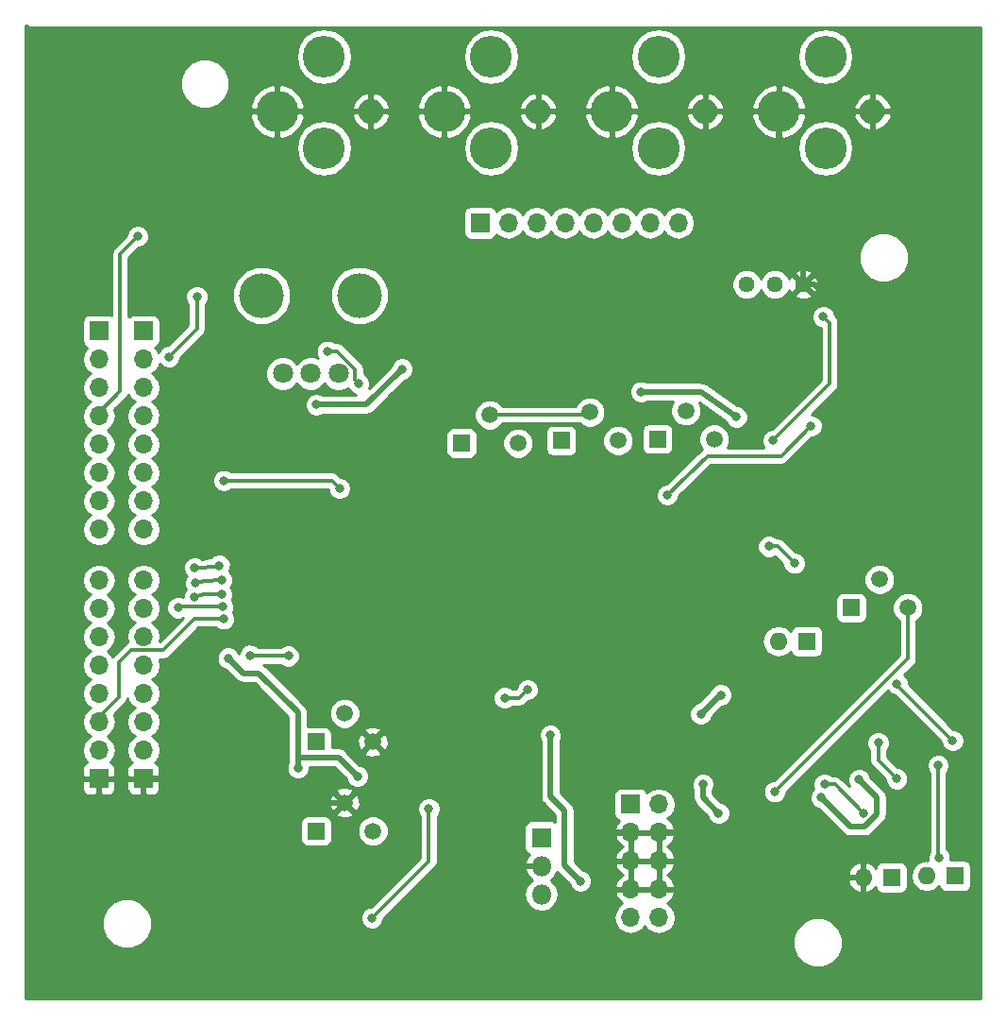
<source format=gbr>
%TF.GenerationSoftware,KiCad,Pcbnew,(2017-07-14 revision 22e95aa)-master*%
%TF.CreationDate,2017-07-26T18:39:18+02:00*%
%TF.ProjectId,allcolours,616C6C636F6C6F7572732E6B69636164,rev?*%
%TF.SameCoordinates,Original%
%TF.FileFunction,Copper,L2,Bot,Signal*%
%TF.FilePolarity,Positive*%
%FSLAX46Y46*%
G04 Gerber Fmt 4.6, Leading zero omitted, Abs format (unit mm)*
G04 Created by KiCad (PCBNEW (2017-07-14 revision 22e95aa)-master) date Wed Jul 26 18:39:18 2017*
%MOMM*%
%LPD*%
G01*
G04 APERTURE LIST*
%TA.AperFunction,ComponentPad*%
%ADD10R,1.600000X1.600000*%
%TD*%
%TA.AperFunction,ComponentPad*%
%ADD11O,1.600000X1.600000*%
%TD*%
%TA.AperFunction,ComponentPad*%
%ADD12O,2.247900X2.247900*%
%TD*%
%TA.AperFunction,ComponentPad*%
%ADD13O,3.749040X3.749040*%
%TD*%
%TA.AperFunction,ComponentPad*%
%ADD14O,1.700000X1.700000*%
%TD*%
%TA.AperFunction,ComponentPad*%
%ADD15R,1.700000X1.700000*%
%TD*%
%TA.AperFunction,ComponentPad*%
%ADD16C,1.520000*%
%TD*%
%TA.AperFunction,ComponentPad*%
%ADD17R,1.520000X1.520000*%
%TD*%
%TA.AperFunction,ComponentPad*%
%ADD18C,1.440000*%
%TD*%
%TA.AperFunction,ComponentPad*%
%ADD19C,1.800000*%
%TD*%
%TA.AperFunction,WasherPad*%
%ADD20C,4.000000*%
%TD*%
%TA.AperFunction,ComponentPad*%
%ADD21R,1.800000X1.800000*%
%TD*%
%TA.AperFunction,ComponentPad*%
%ADD22O,1.800000X1.800000*%
%TD*%
%TA.AperFunction,ViaPad*%
%ADD23C,0.800000*%
%TD*%
%TA.AperFunction,Conductor*%
%ADD24C,0.500000*%
%TD*%
%TA.AperFunction,Conductor*%
%ADD25C,0.300000*%
%TD*%
%TA.AperFunction,Conductor*%
%ADD26C,0.254000*%
%TD*%
G04 APERTURE END LIST*
D10*
%TO.P,D1,1*%
%TO.N,Net-(C3-Pad2)*%
X206310000Y-108040000D03*
D11*
%TO.P,D1,2*%
%TO.N,/SH_CLOCK*%
X203770000Y-108040000D03*
%TD*%
%TO.P,D2,2*%
%TO.N,GND*%
X198070000Y-108170000D03*
D10*
%TO.P,D2,1*%
%TO.N,Net-(C3-Pad1)*%
X200610000Y-108170000D03*
%TD*%
D11*
%TO.P,D3,2*%
%TO.N,Net-(D3-Pad2)*%
X190460000Y-87000000D03*
D10*
%TO.P,D3,1*%
%TO.N,Net-(D3-Pad1)*%
X193000000Y-87000000D03*
%TD*%
D12*
%TO.P,M1,1@2*%
%TO.N,GND*%
X183898620Y-39500000D03*
D13*
%TO.P,M1,2*%
%TO.N,Net-(M1-Pad2)*%
X179700000Y-42799460D03*
%TO.P,M1,3*%
%TO.N,Net-(M1-Pad3)*%
X179700000Y-34600340D03*
%TO.P,M1,1@1*%
%TO.N,GND*%
X175501380Y-39500000D03*
%TD*%
%TO.P,M2,1@1*%
%TO.N,GND*%
X190501380Y-39500000D03*
%TO.P,M2,3*%
%TO.N,Net-(M2-Pad3)*%
X194700000Y-34600340D03*
%TO.P,M2,2*%
%TO.N,Net-(M2-Pad2)*%
X194700000Y-42799460D03*
D12*
%TO.P,M2,1@2*%
%TO.N,GND*%
X198898620Y-39500000D03*
%TD*%
%TO.P,M3,1@2*%
%TO.N,GND*%
X153898620Y-39500000D03*
D13*
%TO.P,M3,2*%
%TO.N,Net-(M3-Pad2)*%
X149700000Y-42799460D03*
%TO.P,M3,3*%
%TO.N,Net-(M3-Pad3)*%
X149700000Y-34600340D03*
%TO.P,M3,1@1*%
%TO.N,GND*%
X145501380Y-39500000D03*
%TD*%
%TO.P,M4,1@1*%
%TO.N,GND*%
X160501380Y-39500000D03*
%TO.P,M4,3*%
%TO.N,Net-(M4-Pad3)*%
X164700000Y-34600340D03*
%TO.P,M4,2*%
%TO.N,Net-(M4-Pad2)*%
X164700000Y-42799460D03*
D12*
%TO.P,M4,1@2*%
%TO.N,GND*%
X168898620Y-39500000D03*
%TD*%
D14*
%TO.P,P1,8*%
%TO.N,Net-(M1-Pad3)*%
X181480000Y-49500000D03*
%TO.P,P1,7*%
%TO.N,Net-(M2-Pad3)*%
X178940000Y-49500000D03*
%TO.P,P1,6*%
%TO.N,Net-(M3-Pad3)*%
X176400000Y-49500000D03*
%TO.P,P1,5*%
%TO.N,Net-(M4-Pad3)*%
X173860000Y-49500000D03*
%TO.P,P1,4*%
%TO.N,Net-(P1-Pad4)*%
X171320000Y-49500000D03*
%TO.P,P1,3*%
%TO.N,Net-(P1-Pad3)*%
X168780000Y-49500000D03*
%TO.P,P1,2*%
%TO.N,Net-(P1-Pad2)*%
X166240000Y-49500000D03*
D15*
%TO.P,P1,1*%
%TO.N,Net-(P1-Pad1)*%
X163700000Y-49500000D03*
%TD*%
%TO.P,P2,1*%
%TO.N,GND*%
X129500000Y-99300000D03*
D14*
%TO.P,P2,2*%
%TO.N,/7400_IN*%
X129500000Y-96760000D03*
%TO.P,P2,3*%
%TO.N,/7400_CLK_IN*%
X129500000Y-94220000D03*
%TO.P,P2,4*%
%TO.N,/7400_OUT*%
X129500000Y-91680000D03*
%TO.P,P2,5*%
%TO.N,/Y_NOISE_OUT*%
X129500000Y-89140000D03*
%TO.P,P2,6*%
%TO.N,/H_NOISE_OUT*%
X129500000Y-86600000D03*
%TO.P,P2,7*%
%TO.N,/COMP_IN0*%
X129500000Y-84060000D03*
%TO.P,P2,8*%
%TO.N,/COMP_CV0*%
X129500000Y-81520000D03*
%TD*%
D15*
%TO.P,P3,1*%
%TO.N,/COMP_OUT0*%
X133500000Y-59200000D03*
D14*
%TO.P,P3,2*%
%TO.N,/buffer_in*%
X133500000Y-61740000D03*
%TO.P,P3,3*%
%TO.N,/buffer_out*%
X133500000Y-64280000D03*
%TO.P,P3,4*%
%TO.N,/buffer_in1*%
X133500000Y-66820000D03*
%TO.P,P3,5*%
%TO.N,/buffer_out1*%
X133500000Y-69360000D03*
%TO.P,P3,6*%
%TO.N,/SH_IN*%
X133500000Y-71900000D03*
%TO.P,P3,7*%
%TO.N,/SH_OUT*%
X133500000Y-74440000D03*
%TO.P,P3,8*%
%TO.N,/SH_CLOCK*%
X133500000Y-76980000D03*
%TD*%
D15*
%TO.P,P4,1*%
%TO.N,+12V*%
X177200000Y-101600000D03*
D14*
%TO.P,P4,2*%
X179740000Y-101600000D03*
%TO.P,P4,3*%
%TO.N,GND*%
X177200000Y-104140000D03*
%TO.P,P4,4*%
X179740000Y-104140000D03*
%TO.P,P4,5*%
X177200000Y-106680000D03*
%TO.P,P4,6*%
X179740000Y-106680000D03*
%TO.P,P4,7*%
X177200000Y-109220000D03*
%TO.P,P4,8*%
X179740000Y-109220000D03*
%TO.P,P4,9*%
%TO.N,-12VA*%
X177200000Y-111760000D03*
%TO.P,P4,10*%
X179740000Y-111760000D03*
%TD*%
D15*
%TO.P,P5,1*%
%TO.N,GND*%
X133500000Y-99300000D03*
D14*
%TO.P,P5,2*%
%TO.N,/7400_IN*%
X133500000Y-96760000D03*
%TO.P,P5,3*%
%TO.N,/7400_CLK_IN*%
X133500000Y-94220000D03*
%TO.P,P5,4*%
%TO.N,/7400_OUT*%
X133500000Y-91680000D03*
%TO.P,P5,5*%
%TO.N,/Y_NOISE_OUT*%
X133500000Y-89140000D03*
%TO.P,P5,6*%
%TO.N,/H_NOISE_OUT*%
X133500000Y-86600000D03*
%TO.P,P5,7*%
%TO.N,/COMP_IN0*%
X133500000Y-84060000D03*
%TO.P,P5,8*%
%TO.N,/COMP_CV0*%
X133500000Y-81520000D03*
%TD*%
%TO.P,P6,8*%
%TO.N,/SH_CLOCK*%
X129500000Y-76980000D03*
%TO.P,P6,7*%
%TO.N,/SH_OUT*%
X129500000Y-74440000D03*
%TO.P,P6,6*%
%TO.N,/SH_IN*%
X129500000Y-71900000D03*
%TO.P,P6,5*%
%TO.N,/buffer_out1*%
X129500000Y-69360000D03*
%TO.P,P6,4*%
%TO.N,/buffer_in1*%
X129500000Y-66820000D03*
%TO.P,P6,3*%
%TO.N,/buffer_out*%
X129500000Y-64280000D03*
%TO.P,P6,2*%
%TO.N,/buffer_in*%
X129500000Y-61740000D03*
D15*
%TO.P,P6,1*%
%TO.N,/COMP_OUT0*%
X129500000Y-59200000D03*
%TD*%
D16*
%TO.P,Q1,2*%
%TO.N,GND*%
X151540000Y-101460000D03*
%TO.P,Q1,3*%
%TO.N,Net-(C4-Pad1)*%
X154080000Y-104000000D03*
D17*
%TO.P,Q1,1*%
%TO.N,Net-(Q1-Pad1)*%
X149000000Y-104000000D03*
%TD*%
D16*
%TO.P,Q2,2*%
%TO.N,Net-(Q2-Pad2)*%
X164570000Y-66700000D03*
%TO.P,Q2,3*%
%TO.N,Net-(Q2-Pad3)*%
X167110000Y-69240000D03*
D17*
%TO.P,Q2,1*%
%TO.N,Net-(C2-Pad1)*%
X162030000Y-69240000D03*
%TD*%
%TO.P,Q3,1*%
%TO.N,Net-(C5-Pad1)*%
X149000000Y-96000000D03*
D16*
%TO.P,Q3,3*%
%TO.N,GND*%
X154080000Y-96000000D03*
%TO.P,Q3,2*%
%TO.N,Net-(C4-Pad2)*%
X151540000Y-93460000D03*
%TD*%
D17*
%TO.P,Q4,1*%
%TO.N,-12VA*%
X171000000Y-69000000D03*
D16*
%TO.P,Q4,3*%
%TO.N,Net-(Q4-Pad3)*%
X176080000Y-69000000D03*
%TO.P,Q4,2*%
%TO.N,Net-(Q2-Pad2)*%
X173540000Y-66460000D03*
%TD*%
%TO.P,Q5,2*%
%TO.N,Net-(Q4-Pad3)*%
X182170000Y-66340000D03*
%TO.P,Q5,3*%
%TO.N,Net-(Q5-Pad3)*%
X184710000Y-68880000D03*
D17*
%TO.P,Q5,1*%
%TO.N,Net-(Q5-Pad1)*%
X179630000Y-68880000D03*
%TD*%
%TO.P,Q6,1*%
%TO.N,Net-(D3-Pad2)*%
X197000000Y-84000000D03*
D16*
%TO.P,Q6,3*%
%TO.N,Net-(C7-Pad2)*%
X202080000Y-84000000D03*
%TO.P,Q6,2*%
%TO.N,Net-(Q6-Pad2)*%
X199540000Y-81460000D03*
%TD*%
D18*
%TO.P,RV1,1*%
%TO.N,+12V*%
X187630000Y-55010000D03*
%TO.P,RV1,2*%
%TO.N,Net-(R17-Pad1)*%
X190170000Y-55010000D03*
%TO.P,RV1,3*%
%TO.N,GND*%
X192710000Y-55010000D03*
%TD*%
D19*
%TO.P,RV2,3*%
%TO.N,Net-(R28-Pad2)*%
X146000000Y-63000000D03*
%TO.P,RV2,2*%
%TO.N,Net-(R27-Pad1)*%
X148500000Y-63000000D03*
%TO.P,RV2,1*%
%TO.N,Net-(R29-Pad1)*%
X151000000Y-63000000D03*
D20*
%TO.P,RV2,0*%
%TO.N,*%
X144100000Y-56000000D03*
X152900000Y-56000000D03*
%TD*%
D21*
%TO.P,U9,1*%
%TO.N,+12V*%
X169200000Y-104600000D03*
D22*
%TO.P,U9,2*%
%TO.N,GND*%
X169200000Y-107140000D03*
%TO.P,U9,3*%
%TO.N,/5V*%
X169200000Y-109680000D03*
%TD*%
D23*
%TO.N,GND*%
X164300000Y-84800000D03*
X172000000Y-86900000D03*
X170400000Y-94000000D03*
X137000000Y-92700000D03*
X173200000Y-98800000D03*
X204000000Y-82600000D03*
X195600000Y-74100000D03*
X201800000Y-103680000D03*
X202800000Y-95200000D03*
X178500000Y-93800000D03*
X181500000Y-97900000D03*
X164300000Y-107600000D03*
X145800000Y-103900000D03*
X164700000Y-99800000D03*
X170600000Y-91100000D03*
X171800000Y-84500000D03*
X171200000Y-79500000D03*
X164000000Y-79700000D03*
X163800000Y-73600000D03*
X173300000Y-73600000D03*
X154300000Y-77600000D03*
X157500000Y-74900000D03*
X141000000Y-47500000D03*
X134500000Y-40500000D03*
X131700000Y-39100000D03*
X202800000Y-37600000D03*
X159500000Y-79900000D03*
X206300000Y-97800000D03*
X154080000Y-96000000D03*
X155900000Y-87000000D03*
X188400000Y-105700000D03*
X171800000Y-100900000D03*
X190000000Y-72700000D03*
%TO.N,-12VA*%
X185300000Y-91800000D03*
X183500000Y-93500000D03*
X183700000Y-99800000D03*
X185100000Y-102400000D03*
X178140000Y-64650000D03*
X186700000Y-66900000D03*
%TO.N,Net-(C3-Pad1)*%
X204800000Y-98100000D03*
X204900000Y-106400000D03*
X199420000Y-96100000D03*
X201080000Y-99330000D03*
%TO.N,Net-(C5-Pad2)*%
X146500000Y-88320000D03*
X143090000Y-88260000D03*
%TO.N,Net-(C7-Pad2)*%
X190130000Y-100490000D03*
%TO.N,Net-(C8-Pad2)*%
X165900000Y-92060000D03*
X167960000Y-91340000D03*
%TO.N,/5V*%
X170000000Y-95400000D03*
X172700000Y-108500000D03*
%TO.N,/7400_OUT*%
X140600000Y-83900000D03*
X136600000Y-84000000D03*
X129500000Y-91680000D03*
%TO.N,+12V*%
X197700000Y-99400000D03*
X194300000Y-101000000D03*
X152700000Y-99100000D03*
X149000000Y-65800000D03*
X156700000Y-62600000D03*
X141110000Y-88510000D03*
X147370000Y-98350000D03*
%TO.N,/COMP_CV0*%
X140300000Y-80200000D03*
X138100000Y-80400000D03*
%TO.N,/H_NOISE_OUT*%
X193400000Y-67700000D03*
X180500000Y-73900000D03*
X140500000Y-82800000D03*
X138100000Y-83000000D03*
%TO.N,/7400_CLK_IN*%
X140700000Y-85000000D03*
%TO.N,/7400_IN*%
X159100000Y-102000000D03*
X154000000Y-111800000D03*
%TO.N,/SH_OUT*%
X201100000Y-90800000D03*
X206100000Y-95900000D03*
%TO.N,/SH_IN*%
X140700000Y-72600000D03*
X151100000Y-73300000D03*
X189600000Y-78500000D03*
X191900000Y-80000000D03*
%TO.N,/buffer_out1*%
X138300000Y-56100000D03*
X135800000Y-61500000D03*
%TO.N,/buffer_in1*%
X133000000Y-50700000D03*
%TO.N,/COMP_OUT0*%
X150000000Y-61000000D03*
X152800000Y-63900000D03*
%TO.N,Net-(R14-Pad2)*%
X194600000Y-99810000D03*
X198140000Y-102400000D03*
%TO.N,Net-(R16-Pad1)*%
X189990000Y-68990000D03*
X194490000Y-57910000D03*
%TO.N,/COMP_IN0*%
X138200000Y-81800000D03*
X140500000Y-81500000D03*
%TD*%
D24*
%TO.N,GND*%
X201800000Y-103680000D02*
X201800000Y-103700000D01*
X192710000Y-55010000D02*
X192710000Y-49210000D01*
X190501380Y-47001380D02*
X190501380Y-39500000D01*
X192710000Y-49210000D02*
X190501380Y-47001380D01*
X159000000Y-86100000D02*
X155200000Y-89900000D01*
X159000000Y-80400000D02*
X159000000Y-86100000D01*
X159500000Y-79900000D02*
X159000000Y-80400000D01*
X194650000Y-70150000D02*
X195750000Y-70150000D01*
X207300000Y-96800000D02*
X206300000Y-97800000D01*
X207300000Y-81700000D02*
X207300000Y-96800000D01*
X195750000Y-70150000D02*
X207300000Y-81700000D01*
X154080000Y-96000000D02*
X155200000Y-94880000D01*
X155200000Y-87700000D02*
X155900000Y-87000000D01*
X155200000Y-94880000D02*
X155200000Y-89900000D01*
X155200000Y-89900000D02*
X155200000Y-87700000D01*
X179740000Y-104140000D02*
X186840000Y-104140000D01*
X186840000Y-104140000D02*
X188400000Y-105700000D01*
X177200000Y-104140000D02*
X175040000Y-104140000D01*
X175040000Y-104140000D02*
X171800000Y-100900000D01*
X192550000Y-72250000D02*
X190450000Y-72250000D01*
X190450000Y-72250000D02*
X190000000Y-72700000D01*
X192710000Y-55010000D02*
X193710000Y-55010000D01*
X196500000Y-68300000D02*
X194650000Y-70150000D01*
X194650000Y-70150000D02*
X192550000Y-72250000D01*
X192550000Y-72250000D02*
X192500000Y-72300000D01*
X196500000Y-57800000D02*
X196500000Y-68300000D01*
X193710000Y-55010000D02*
X196500000Y-57800000D01*
X133500000Y-99300000D02*
X146400000Y-99300000D01*
X148560000Y-101460000D02*
X151540000Y-101460000D01*
X146400000Y-99300000D02*
X148560000Y-101460000D01*
X145501380Y-39500000D02*
X153898620Y-39500000D01*
X153898620Y-39500000D02*
X160501380Y-39500000D01*
X160501380Y-39500000D02*
X168898620Y-39500000D01*
X168898620Y-39500000D02*
X175501380Y-39500000D01*
X175501380Y-39500000D02*
X183898620Y-39500000D01*
X183898620Y-39500000D02*
X190501380Y-39500000D01*
X190501380Y-39500000D02*
X198898620Y-39500000D01*
%TO.N,-12VA*%
X185200000Y-91800000D02*
X185300000Y-91800000D01*
X183500000Y-93500000D02*
X185200000Y-91800000D01*
X183700000Y-101000000D02*
X183700000Y-99800000D01*
X185100000Y-102400000D02*
X183700000Y-101000000D01*
X183550000Y-64650000D02*
X178140000Y-64650000D01*
X186700000Y-66900000D02*
X183550000Y-64650000D01*
D25*
%TO.N,Net-(C3-Pad1)*%
X204800000Y-106300000D02*
X204800000Y-98100000D01*
X204900000Y-106400000D02*
X204800000Y-106300000D01*
X199420000Y-97670000D02*
X199420000Y-96100000D01*
X201080000Y-99330000D02*
X199420000Y-97670000D01*
%TO.N,Net-(C5-Pad2)*%
X143150000Y-88320000D02*
X146500000Y-88320000D01*
X143090000Y-88260000D02*
X143150000Y-88320000D01*
%TO.N,Net-(C7-Pad2)*%
X202080000Y-88540000D02*
X202080000Y-84000000D01*
X190130000Y-100490000D02*
X202080000Y-88540000D01*
%TO.N,Net-(C8-Pad2)*%
X167240000Y-92060000D02*
X165900000Y-92060000D01*
X167960000Y-91340000D02*
X167240000Y-92060000D01*
D24*
%TO.N,/5V*%
X170000000Y-100900000D02*
X170000000Y-95400000D01*
X171300000Y-102200000D02*
X170000000Y-100900000D01*
X171300000Y-107100000D02*
X171300000Y-102200000D01*
X172700000Y-108500000D02*
X171300000Y-107100000D01*
D25*
%TO.N,/7400_OUT*%
X136700000Y-83900000D02*
X140600000Y-83900000D01*
X136600000Y-84000000D02*
X136700000Y-83900000D01*
D24*
%TO.N,+12V*%
X199300000Y-101000000D02*
X197700000Y-99400000D01*
X199300000Y-102500000D02*
X199300000Y-101000000D01*
X198200000Y-103600000D02*
X199300000Y-102500000D01*
X196900000Y-103600000D02*
X198200000Y-103600000D01*
X194300000Y-101000000D02*
X196900000Y-103600000D01*
X151000000Y-97400000D02*
X147370000Y-97400000D01*
X152700000Y-99100000D02*
X151000000Y-97400000D01*
X153500000Y-65800000D02*
X149000000Y-65800000D01*
X156700000Y-62600000D02*
X153500000Y-65800000D01*
X147370000Y-93380000D02*
X147370000Y-97400000D01*
X143850000Y-89860000D02*
X147370000Y-93380000D01*
X142460000Y-89860000D02*
X143850000Y-89860000D01*
X141110000Y-88510000D02*
X142460000Y-89860000D01*
X147370000Y-97400000D02*
X147370000Y-98350000D01*
D25*
%TO.N,/COMP_CV0*%
X138800000Y-80400000D02*
X140300000Y-80200000D01*
X138100000Y-80400000D02*
X138800000Y-80400000D01*
%TO.N,/H_NOISE_OUT*%
X190700000Y-70400000D02*
X193400000Y-67700000D01*
X184100000Y-70400000D02*
X190700000Y-70400000D01*
X180500000Y-73900000D02*
X184100000Y-70400000D01*
X138900000Y-82800000D02*
X140500000Y-82800000D01*
X138100000Y-83000000D02*
X138900000Y-82800000D01*
%TO.N,/7400_CLK_IN*%
X129500000Y-94220000D02*
X129500000Y-93800000D01*
X129500000Y-93800000D02*
X131300000Y-92000000D01*
X138100000Y-85000000D02*
X140700000Y-85000000D01*
X135300000Y-87800000D02*
X138100000Y-85000000D01*
X132400000Y-87800000D02*
X135300000Y-87800000D01*
X131300000Y-88900000D02*
X132400000Y-87800000D01*
X131300000Y-92000000D02*
X131300000Y-88900000D01*
%TO.N,/7400_IN*%
X159100000Y-106700000D02*
X159100000Y-102000000D01*
X154000000Y-111800000D02*
X159100000Y-106700000D01*
%TO.N,/SH_OUT*%
X201100000Y-90900000D02*
X201100000Y-90800000D01*
X206100000Y-95900000D02*
X201100000Y-90900000D01*
%TO.N,/SH_IN*%
X150400000Y-72600000D02*
X140700000Y-72600000D01*
X151100000Y-73300000D02*
X150400000Y-72600000D01*
X190400000Y-78500000D02*
X189600000Y-78500000D01*
X191900000Y-80000000D02*
X190400000Y-78500000D01*
%TO.N,/buffer_out1*%
X138300000Y-59000000D02*
X138300000Y-56100000D01*
X135800000Y-61500000D02*
X138300000Y-59000000D01*
%TO.N,/buffer_in1*%
X129500000Y-66820000D02*
X129500000Y-66500000D01*
X129500000Y-66500000D02*
X131400000Y-64600000D01*
X131400000Y-52300000D02*
X133000000Y-50700000D01*
X131400000Y-64600000D02*
X131400000Y-52300000D01*
%TO.N,/COMP_OUT0*%
X150900000Y-61000000D02*
X150000000Y-61000000D01*
X152500000Y-62600000D02*
X150900000Y-61000000D01*
X152500000Y-63600000D02*
X152500000Y-62600000D01*
X152800000Y-63900000D02*
X152500000Y-63600000D01*
%TO.N,Net-(Q2-Pad2)*%
X164570000Y-66700000D02*
X173300000Y-66700000D01*
X173300000Y-66700000D02*
X173540000Y-66460000D01*
%TO.N,Net-(R14-Pad2)*%
X195550000Y-99810000D02*
X194600000Y-99810000D01*
X198140000Y-102400000D02*
X195550000Y-99810000D01*
%TO.N,Net-(R16-Pad1)*%
X189990000Y-68990000D02*
X195060000Y-63920000D01*
X195060000Y-63920000D02*
X195060000Y-58480000D01*
X195060000Y-58480000D02*
X194490000Y-57910000D01*
%TO.N,/COMP_IN0*%
X138200000Y-81800000D02*
X139000000Y-81600000D01*
X139000000Y-81600000D02*
X140500000Y-81500000D01*
%TD*%
D26*
%TO.N,GND*%
G36*
X123228295Y-31955954D02*
X123500000Y-32010000D01*
X208590000Y-32010000D01*
X208590000Y-118990000D01*
X122910000Y-118990000D01*
X122910000Y-112742619D01*
X129764613Y-112742619D01*
X130104155Y-113564372D01*
X130732321Y-114193636D01*
X131553481Y-114534611D01*
X132442619Y-114535387D01*
X132667134Y-114442619D01*
X191764613Y-114442619D01*
X192104155Y-115264372D01*
X192732321Y-115893636D01*
X193553481Y-116234611D01*
X194442619Y-116235387D01*
X195264372Y-115895845D01*
X195893636Y-115267679D01*
X196234611Y-114446519D01*
X196235387Y-113557381D01*
X195895845Y-112735628D01*
X195267679Y-112106364D01*
X194446519Y-111765389D01*
X193557381Y-111764613D01*
X192735628Y-112104155D01*
X192106364Y-112732321D01*
X191765389Y-113553481D01*
X191764613Y-114442619D01*
X132667134Y-114442619D01*
X133264372Y-114195845D01*
X133893636Y-113567679D01*
X134234611Y-112746519D01*
X134235258Y-112004971D01*
X152964821Y-112004971D01*
X153122058Y-112385515D01*
X153412954Y-112676919D01*
X153793223Y-112834820D01*
X154204971Y-112835179D01*
X154585515Y-112677942D01*
X154876919Y-112387046D01*
X155034820Y-112006777D01*
X155034935Y-111875223D01*
X155150158Y-111760000D01*
X175685907Y-111760000D01*
X175798946Y-112328285D01*
X176120853Y-112810054D01*
X176602622Y-113131961D01*
X177170907Y-113245000D01*
X177229093Y-113245000D01*
X177797378Y-113131961D01*
X178279147Y-112810054D01*
X178470000Y-112524422D01*
X178660853Y-112810054D01*
X179142622Y-113131961D01*
X179710907Y-113245000D01*
X179769093Y-113245000D01*
X180337378Y-113131961D01*
X180819147Y-112810054D01*
X181141054Y-112328285D01*
X181254093Y-111760000D01*
X181141054Y-111191715D01*
X180819147Y-110709946D01*
X180478447Y-110482298D01*
X180621358Y-110415183D01*
X181011645Y-109986924D01*
X181181476Y-109576890D01*
X181060155Y-109347000D01*
X179867000Y-109347000D01*
X179867000Y-109367000D01*
X179613000Y-109367000D01*
X179613000Y-109347000D01*
X177327000Y-109347000D01*
X177327000Y-109367000D01*
X177073000Y-109367000D01*
X177073000Y-109347000D01*
X175879845Y-109347000D01*
X175758524Y-109576890D01*
X175928355Y-109986924D01*
X176318642Y-110415183D01*
X176461553Y-110482298D01*
X176120853Y-110709946D01*
X175798946Y-111191715D01*
X175685907Y-111760000D01*
X155150158Y-111760000D01*
X159655079Y-107255079D01*
X159825245Y-107000407D01*
X159885000Y-106700000D01*
X159885000Y-103700000D01*
X167652560Y-103700000D01*
X167652560Y-105500000D01*
X167701843Y-105747765D01*
X167842191Y-105957809D01*
X168052235Y-106098157D01*
X168098498Y-106107359D01*
X167962034Y-106232424D01*
X167708954Y-106775258D01*
X167829003Y-107013000D01*
X169073000Y-107013000D01*
X169073000Y-106993000D01*
X169327000Y-106993000D01*
X169327000Y-107013000D01*
X169347000Y-107013000D01*
X169347000Y-107267000D01*
X169327000Y-107267000D01*
X169327000Y-107287000D01*
X169073000Y-107287000D01*
X169073000Y-107267000D01*
X167829003Y-107267000D01*
X167708954Y-107504742D01*
X167962034Y-108047576D01*
X168352582Y-108405499D01*
X168114591Y-108564519D01*
X167781845Y-109062509D01*
X167665000Y-109649928D01*
X167665000Y-109710072D01*
X167781845Y-110297491D01*
X168114591Y-110795481D01*
X168612581Y-111128227D01*
X169200000Y-111245072D01*
X169787419Y-111128227D01*
X170285409Y-110795481D01*
X170618155Y-110297491D01*
X170735000Y-109710072D01*
X170735000Y-109649928D01*
X170618155Y-109062509D01*
X170285409Y-108564519D01*
X170047418Y-108405499D01*
X170437966Y-108047576D01*
X170623425Y-107649784D01*
X170674210Y-107725790D01*
X171672869Y-108724448D01*
X171822058Y-109085515D01*
X172112954Y-109376919D01*
X172493223Y-109534820D01*
X172904971Y-109535179D01*
X173285515Y-109377942D01*
X173576919Y-109087046D01*
X173734820Y-108706777D01*
X173735179Y-108295029D01*
X173577942Y-107914485D01*
X173287046Y-107623081D01*
X172923848Y-107472268D01*
X172488470Y-107036890D01*
X175758524Y-107036890D01*
X175928355Y-107446924D01*
X176318642Y-107875183D01*
X176477954Y-107950000D01*
X176318642Y-108024817D01*
X175928355Y-108453076D01*
X175758524Y-108863110D01*
X175879845Y-109093000D01*
X177073000Y-109093000D01*
X177073000Y-106807000D01*
X177327000Y-106807000D01*
X177327000Y-109093000D01*
X179613000Y-109093000D01*
X179613000Y-106807000D01*
X179867000Y-106807000D01*
X179867000Y-109093000D01*
X181060155Y-109093000D01*
X181181476Y-108863110D01*
X181038967Y-108519039D01*
X196678096Y-108519039D01*
X196838959Y-108907423D01*
X197214866Y-109322389D01*
X197720959Y-109561914D01*
X197943000Y-109440629D01*
X197943000Y-108297000D01*
X196800085Y-108297000D01*
X196678096Y-108519039D01*
X181038967Y-108519039D01*
X181011645Y-108453076D01*
X180621358Y-108024817D01*
X180462046Y-107950000D01*
X180621358Y-107875183D01*
X180670772Y-107820961D01*
X196678096Y-107820961D01*
X196800085Y-108043000D01*
X197943000Y-108043000D01*
X197943000Y-106899371D01*
X198197000Y-106899371D01*
X198197000Y-108043000D01*
X198217000Y-108043000D01*
X198217000Y-108297000D01*
X198197000Y-108297000D01*
X198197000Y-109440629D01*
X198419041Y-109561914D01*
X198925134Y-109322389D01*
X199177287Y-109044036D01*
X199211843Y-109217765D01*
X199352191Y-109427809D01*
X199562235Y-109568157D01*
X199810000Y-109617440D01*
X201410000Y-109617440D01*
X201657765Y-109568157D01*
X201867809Y-109427809D01*
X202008157Y-109217765D01*
X202057440Y-108970000D01*
X202057440Y-108040000D01*
X202306887Y-108040000D01*
X202416120Y-108589151D01*
X202727189Y-109054698D01*
X203192736Y-109365767D01*
X203741887Y-109475000D01*
X203798113Y-109475000D01*
X204347264Y-109365767D01*
X204812811Y-109054698D01*
X204884057Y-108948072D01*
X204911843Y-109087765D01*
X205052191Y-109297809D01*
X205262235Y-109438157D01*
X205510000Y-109487440D01*
X207110000Y-109487440D01*
X207357765Y-109438157D01*
X207567809Y-109297809D01*
X207708157Y-109087765D01*
X207757440Y-108840000D01*
X207757440Y-107240000D01*
X207708157Y-106992235D01*
X207567809Y-106782191D01*
X207357765Y-106641843D01*
X207110000Y-106592560D01*
X205934832Y-106592560D01*
X205935179Y-106195029D01*
X205777942Y-105814485D01*
X205585000Y-105621206D01*
X205585000Y-98778805D01*
X205676919Y-98687046D01*
X205834820Y-98306777D01*
X205835179Y-97895029D01*
X205677942Y-97514485D01*
X205387046Y-97223081D01*
X205006777Y-97065180D01*
X204595029Y-97064821D01*
X204214485Y-97222058D01*
X203923081Y-97512954D01*
X203765180Y-97893223D01*
X203764821Y-98304971D01*
X203922058Y-98685515D01*
X204015000Y-98778619D01*
X204015000Y-105832415D01*
X203865180Y-106193223D01*
X203864821Y-106604971D01*
X203870808Y-106619460D01*
X203798113Y-106605000D01*
X203741887Y-106605000D01*
X203192736Y-106714233D01*
X202727189Y-107025302D01*
X202416120Y-107490849D01*
X202306887Y-108040000D01*
X202057440Y-108040000D01*
X202057440Y-107370000D01*
X202008157Y-107122235D01*
X201867809Y-106912191D01*
X201657765Y-106771843D01*
X201410000Y-106722560D01*
X199810000Y-106722560D01*
X199562235Y-106771843D01*
X199352191Y-106912191D01*
X199211843Y-107122235D01*
X199177287Y-107295964D01*
X198925134Y-107017611D01*
X198419041Y-106778086D01*
X198197000Y-106899371D01*
X197943000Y-106899371D01*
X197720959Y-106778086D01*
X197214866Y-107017611D01*
X196838959Y-107432577D01*
X196678096Y-107820961D01*
X180670772Y-107820961D01*
X181011645Y-107446924D01*
X181181476Y-107036890D01*
X181060155Y-106807000D01*
X179867000Y-106807000D01*
X179613000Y-106807000D01*
X177327000Y-106807000D01*
X177073000Y-106807000D01*
X175879845Y-106807000D01*
X175758524Y-107036890D01*
X172488470Y-107036890D01*
X172185000Y-106733420D01*
X172185000Y-104496890D01*
X175758524Y-104496890D01*
X175928355Y-104906924D01*
X176318642Y-105335183D01*
X176477954Y-105410000D01*
X176318642Y-105484817D01*
X175928355Y-105913076D01*
X175758524Y-106323110D01*
X175879845Y-106553000D01*
X177073000Y-106553000D01*
X177073000Y-104267000D01*
X177327000Y-104267000D01*
X177327000Y-106553000D01*
X179613000Y-106553000D01*
X179613000Y-104267000D01*
X179867000Y-104267000D01*
X179867000Y-106553000D01*
X181060155Y-106553000D01*
X181181476Y-106323110D01*
X181011645Y-105913076D01*
X180621358Y-105484817D01*
X180462046Y-105410000D01*
X180621358Y-105335183D01*
X181011645Y-104906924D01*
X181181476Y-104496890D01*
X181060155Y-104267000D01*
X179867000Y-104267000D01*
X179613000Y-104267000D01*
X177327000Y-104267000D01*
X177073000Y-104267000D01*
X175879845Y-104267000D01*
X175758524Y-104496890D01*
X172185000Y-104496890D01*
X172185000Y-102200005D01*
X172185001Y-102200000D01*
X172117633Y-101861326D01*
X172117633Y-101861325D01*
X171925790Y-101574210D01*
X171925787Y-101574208D01*
X171101580Y-100750000D01*
X175702560Y-100750000D01*
X175702560Y-102450000D01*
X175751843Y-102697765D01*
X175892191Y-102907809D01*
X176102235Y-103048157D01*
X176205708Y-103068739D01*
X175928355Y-103373076D01*
X175758524Y-103783110D01*
X175879845Y-104013000D01*
X177073000Y-104013000D01*
X177073000Y-103993000D01*
X177327000Y-103993000D01*
X177327000Y-104013000D01*
X179613000Y-104013000D01*
X179613000Y-103993000D01*
X179867000Y-103993000D01*
X179867000Y-104013000D01*
X181060155Y-104013000D01*
X181181476Y-103783110D01*
X181011645Y-103373076D01*
X180621358Y-102944817D01*
X180478447Y-102877702D01*
X180819147Y-102650054D01*
X181141054Y-102168285D01*
X181254093Y-101600000D01*
X181141054Y-101031715D01*
X180819147Y-100549946D01*
X180337378Y-100228039D01*
X179769093Y-100115000D01*
X179710907Y-100115000D01*
X179142622Y-100228039D01*
X178660853Y-100549946D01*
X178658383Y-100553643D01*
X178648157Y-100502235D01*
X178507809Y-100292191D01*
X178297765Y-100151843D01*
X178050000Y-100102560D01*
X176350000Y-100102560D01*
X176102235Y-100151843D01*
X175892191Y-100292191D01*
X175751843Y-100502235D01*
X175702560Y-100750000D01*
X171101580Y-100750000D01*
X170885000Y-100533420D01*
X170885000Y-100004971D01*
X182664821Y-100004971D01*
X182815000Y-100368433D01*
X182815000Y-100999995D01*
X182814999Y-101000000D01*
X182857766Y-101215000D01*
X182882367Y-101338675D01*
X183007393Y-101525790D01*
X183074210Y-101625790D01*
X184072869Y-102624448D01*
X184222058Y-102985515D01*
X184512954Y-103276919D01*
X184893223Y-103434820D01*
X185304971Y-103435179D01*
X185685515Y-103277942D01*
X185976919Y-102987046D01*
X186134820Y-102606777D01*
X186135179Y-102195029D01*
X185977942Y-101814485D01*
X185687046Y-101523081D01*
X185323848Y-101372268D01*
X184646551Y-100694971D01*
X189094821Y-100694971D01*
X189252058Y-101075515D01*
X189542954Y-101366919D01*
X189923223Y-101524820D01*
X190334971Y-101525179D01*
X190715515Y-101367942D01*
X190878770Y-101204971D01*
X193264821Y-101204971D01*
X193422058Y-101585515D01*
X193712954Y-101876919D01*
X194076151Y-102027731D01*
X196274208Y-104225787D01*
X196274210Y-104225790D01*
X196561325Y-104417633D01*
X196900000Y-104485001D01*
X196900005Y-104485000D01*
X198199995Y-104485000D01*
X198200000Y-104485001D01*
X198482484Y-104428810D01*
X198538675Y-104417633D01*
X198825790Y-104225790D01*
X198825791Y-104225789D01*
X199925787Y-103125792D01*
X199925790Y-103125790D01*
X200117633Y-102838675D01*
X200149048Y-102680742D01*
X200185001Y-102500000D01*
X200185000Y-102499995D01*
X200185000Y-101000005D01*
X200185001Y-101000000D01*
X200117633Y-100661326D01*
X200117633Y-100661325D01*
X199925790Y-100374210D01*
X199925787Y-100374208D01*
X198727131Y-99175551D01*
X198577942Y-98814485D01*
X198287046Y-98523081D01*
X197906777Y-98365180D01*
X197495029Y-98364821D01*
X197114485Y-98522058D01*
X196823081Y-98812954D01*
X196665180Y-99193223D01*
X196664821Y-99604971D01*
X196812471Y-99962313D01*
X196105079Y-99254921D01*
X195850407Y-99084755D01*
X195550000Y-99025000D01*
X195278805Y-99025000D01*
X195187046Y-98933081D01*
X194806777Y-98775180D01*
X194395029Y-98774821D01*
X194014485Y-98932058D01*
X193723081Y-99222954D01*
X193565180Y-99603223D01*
X193564821Y-100014971D01*
X193639852Y-100196561D01*
X193423081Y-100412954D01*
X193265180Y-100793223D01*
X193264821Y-101204971D01*
X190878770Y-101204971D01*
X191006919Y-101077046D01*
X191164820Y-100696777D01*
X191164935Y-100565223D01*
X195425187Y-96304971D01*
X198384821Y-96304971D01*
X198542058Y-96685515D01*
X198635000Y-96778619D01*
X198635000Y-97670000D01*
X198694755Y-97970407D01*
X198864921Y-98225079D01*
X200044934Y-99405092D01*
X200044821Y-99534971D01*
X200202058Y-99915515D01*
X200492954Y-100206919D01*
X200873223Y-100364820D01*
X201284971Y-100365179D01*
X201665515Y-100207942D01*
X201956919Y-99917046D01*
X202114820Y-99536777D01*
X202115179Y-99125029D01*
X201957942Y-98744485D01*
X201667046Y-98453081D01*
X201286777Y-98295180D01*
X201155223Y-98295065D01*
X200205000Y-97344842D01*
X200205000Y-96778805D01*
X200296919Y-96687046D01*
X200454820Y-96306777D01*
X200455179Y-95895029D01*
X200297942Y-95514485D01*
X200007046Y-95223081D01*
X199626777Y-95065180D01*
X199215029Y-95064821D01*
X198834485Y-95222058D01*
X198543081Y-95512954D01*
X198385180Y-95893223D01*
X198384821Y-96304971D01*
X195425187Y-96304971D01*
X200283297Y-91446861D01*
X200512954Y-91676919D01*
X200893223Y-91834820D01*
X200924689Y-91834847D01*
X205064934Y-95975092D01*
X205064821Y-96104971D01*
X205222058Y-96485515D01*
X205512954Y-96776919D01*
X205893223Y-96934820D01*
X206304971Y-96935179D01*
X206685515Y-96777942D01*
X206976919Y-96487046D01*
X207134820Y-96106777D01*
X207135179Y-95695029D01*
X206977942Y-95314485D01*
X206687046Y-95023081D01*
X206306777Y-94865180D01*
X206175223Y-94865065D01*
X202134979Y-90824821D01*
X202135179Y-90595029D01*
X201977942Y-90214485D01*
X201747009Y-89983149D01*
X202635079Y-89095079D01*
X202805245Y-88840407D01*
X202865000Y-88540000D01*
X202865000Y-85185037D01*
X202869172Y-85183313D01*
X203261934Y-84791236D01*
X203474758Y-84278700D01*
X203475242Y-83723735D01*
X203263313Y-83210828D01*
X202871236Y-82818066D01*
X202358700Y-82605242D01*
X201803735Y-82604758D01*
X201290828Y-82816687D01*
X200898066Y-83208764D01*
X200685242Y-83721300D01*
X200684758Y-84276265D01*
X200896687Y-84789172D01*
X201288764Y-85181934D01*
X201295000Y-85184523D01*
X201295000Y-88214842D01*
X190054908Y-99454934D01*
X189925029Y-99454821D01*
X189544485Y-99612058D01*
X189253081Y-99902954D01*
X189095180Y-100283223D01*
X189094821Y-100694971D01*
X184646551Y-100694971D01*
X184585000Y-100633420D01*
X184585000Y-100367585D01*
X184734820Y-100006777D01*
X184735179Y-99595029D01*
X184577942Y-99214485D01*
X184287046Y-98923081D01*
X183906777Y-98765180D01*
X183495029Y-98764821D01*
X183114485Y-98922058D01*
X182823081Y-99212954D01*
X182665180Y-99593223D01*
X182664821Y-100004971D01*
X170885000Y-100004971D01*
X170885000Y-95967585D01*
X171034820Y-95606777D01*
X171035179Y-95195029D01*
X170877942Y-94814485D01*
X170587046Y-94523081D01*
X170206777Y-94365180D01*
X169795029Y-94364821D01*
X169414485Y-94522058D01*
X169123081Y-94812954D01*
X168965180Y-95193223D01*
X168964821Y-95604971D01*
X169115000Y-95968433D01*
X169115000Y-100899995D01*
X169114999Y-100900000D01*
X169157359Y-101112951D01*
X169182367Y-101238675D01*
X169330251Y-101460000D01*
X169374210Y-101525790D01*
X170415000Y-102566579D01*
X170415000Y-103146768D01*
X170347765Y-103101843D01*
X170100000Y-103052560D01*
X168300000Y-103052560D01*
X168052235Y-103101843D01*
X167842191Y-103242191D01*
X167701843Y-103452235D01*
X167652560Y-103700000D01*
X159885000Y-103700000D01*
X159885000Y-102678805D01*
X159976919Y-102587046D01*
X160134820Y-102206777D01*
X160135179Y-101795029D01*
X159977942Y-101414485D01*
X159687046Y-101123081D01*
X159306777Y-100965180D01*
X158895029Y-100964821D01*
X158514485Y-101122058D01*
X158223081Y-101412954D01*
X158065180Y-101793223D01*
X158064821Y-102204971D01*
X158222058Y-102585515D01*
X158315000Y-102678619D01*
X158315000Y-106374842D01*
X153924908Y-110764934D01*
X153795029Y-110764821D01*
X153414485Y-110922058D01*
X153123081Y-111212954D01*
X152965180Y-111593223D01*
X152964821Y-112004971D01*
X134235258Y-112004971D01*
X134235387Y-111857381D01*
X133895845Y-111035628D01*
X133267679Y-110406364D01*
X132446519Y-110065389D01*
X131557381Y-110064613D01*
X130735628Y-110404155D01*
X130106364Y-111032321D01*
X129765389Y-111853481D01*
X129764613Y-112742619D01*
X122910000Y-112742619D01*
X122910000Y-103240000D01*
X147592560Y-103240000D01*
X147592560Y-104760000D01*
X147641843Y-105007765D01*
X147782191Y-105217809D01*
X147992235Y-105358157D01*
X148240000Y-105407440D01*
X149760000Y-105407440D01*
X150007765Y-105358157D01*
X150217809Y-105217809D01*
X150358157Y-105007765D01*
X150407440Y-104760000D01*
X150407440Y-104276265D01*
X152684758Y-104276265D01*
X152896687Y-104789172D01*
X153288764Y-105181934D01*
X153801300Y-105394758D01*
X154356265Y-105395242D01*
X154869172Y-105183313D01*
X155261934Y-104791236D01*
X155474758Y-104278700D01*
X155475242Y-103723735D01*
X155263313Y-103210828D01*
X154871236Y-102818066D01*
X154358700Y-102605242D01*
X153803735Y-102604758D01*
X153290828Y-102816687D01*
X152898066Y-103208764D01*
X152685242Y-103721300D01*
X152684758Y-104276265D01*
X150407440Y-104276265D01*
X150407440Y-103240000D01*
X150358157Y-102992235D01*
X150217809Y-102782191D01*
X150007765Y-102641843D01*
X149760000Y-102592560D01*
X148240000Y-102592560D01*
X147992235Y-102641843D01*
X147782191Y-102782191D01*
X147641843Y-102992235D01*
X147592560Y-103240000D01*
X122910000Y-103240000D01*
X122910000Y-102438764D01*
X150740841Y-102438764D01*
X150810059Y-102680742D01*
X151332780Y-102867155D01*
X151887049Y-102839341D01*
X152269941Y-102680742D01*
X152339159Y-102438764D01*
X151540000Y-101639605D01*
X150740841Y-102438764D01*
X122910000Y-102438764D01*
X122910000Y-101252780D01*
X150132845Y-101252780D01*
X150160659Y-101807049D01*
X150319258Y-102189941D01*
X150561236Y-102259159D01*
X151360395Y-101460000D01*
X151719605Y-101460000D01*
X152518764Y-102259159D01*
X152760742Y-102189941D01*
X152947155Y-101667220D01*
X152919341Y-101112951D01*
X152760742Y-100730059D01*
X152518764Y-100660841D01*
X151719605Y-101460000D01*
X151360395Y-101460000D01*
X150561236Y-100660841D01*
X150319258Y-100730059D01*
X150132845Y-101252780D01*
X122910000Y-101252780D01*
X122910000Y-99585750D01*
X128015000Y-99585750D01*
X128015000Y-100276310D01*
X128111673Y-100509699D01*
X128290302Y-100688327D01*
X128523691Y-100785000D01*
X129214250Y-100785000D01*
X129373000Y-100626250D01*
X129373000Y-99427000D01*
X129627000Y-99427000D01*
X129627000Y-100626250D01*
X129785750Y-100785000D01*
X130476309Y-100785000D01*
X130709698Y-100688327D01*
X130888327Y-100509699D01*
X130985000Y-100276310D01*
X130985000Y-99585750D01*
X132015000Y-99585750D01*
X132015000Y-100276310D01*
X132111673Y-100509699D01*
X132290302Y-100688327D01*
X132523691Y-100785000D01*
X133214250Y-100785000D01*
X133373000Y-100626250D01*
X133373000Y-99427000D01*
X133627000Y-99427000D01*
X133627000Y-100626250D01*
X133785750Y-100785000D01*
X134476309Y-100785000D01*
X134709698Y-100688327D01*
X134888327Y-100509699D01*
X134900116Y-100481236D01*
X150740841Y-100481236D01*
X151540000Y-101280395D01*
X152339159Y-100481236D01*
X152269941Y-100239258D01*
X151747220Y-100052845D01*
X151192951Y-100080659D01*
X150810059Y-100239258D01*
X150740841Y-100481236D01*
X134900116Y-100481236D01*
X134985000Y-100276310D01*
X134985000Y-99585750D01*
X134826250Y-99427000D01*
X133627000Y-99427000D01*
X133373000Y-99427000D01*
X132173750Y-99427000D01*
X132015000Y-99585750D01*
X130985000Y-99585750D01*
X130826250Y-99427000D01*
X129627000Y-99427000D01*
X129373000Y-99427000D01*
X128173750Y-99427000D01*
X128015000Y-99585750D01*
X122910000Y-99585750D01*
X122910000Y-81520000D01*
X127985907Y-81520000D01*
X128098946Y-82088285D01*
X128420853Y-82570054D01*
X128750026Y-82790000D01*
X128420853Y-83009946D01*
X128098946Y-83491715D01*
X127985907Y-84060000D01*
X128098946Y-84628285D01*
X128420853Y-85110054D01*
X128750026Y-85330000D01*
X128420853Y-85549946D01*
X128098946Y-86031715D01*
X127985907Y-86600000D01*
X128098946Y-87168285D01*
X128420853Y-87650054D01*
X128750026Y-87870000D01*
X128420853Y-88089946D01*
X128098946Y-88571715D01*
X127985907Y-89140000D01*
X128098946Y-89708285D01*
X128420853Y-90190054D01*
X128750026Y-90410000D01*
X128420853Y-90629946D01*
X128098946Y-91111715D01*
X127985907Y-91680000D01*
X128098946Y-92248285D01*
X128420853Y-92730054D01*
X128750026Y-92950000D01*
X128420853Y-93169946D01*
X128098946Y-93651715D01*
X127985907Y-94220000D01*
X128098946Y-94788285D01*
X128420853Y-95270054D01*
X128750026Y-95490000D01*
X128420853Y-95709946D01*
X128098946Y-96191715D01*
X127985907Y-96760000D01*
X128098946Y-97328285D01*
X128420853Y-97810054D01*
X128464777Y-97839403D01*
X128290302Y-97911673D01*
X128111673Y-98090301D01*
X128015000Y-98323690D01*
X128015000Y-99014250D01*
X128173750Y-99173000D01*
X129373000Y-99173000D01*
X129373000Y-99153000D01*
X129627000Y-99153000D01*
X129627000Y-99173000D01*
X130826250Y-99173000D01*
X130985000Y-99014250D01*
X130985000Y-98323690D01*
X130888327Y-98090301D01*
X130709698Y-97911673D01*
X130535223Y-97839403D01*
X130579147Y-97810054D01*
X130901054Y-97328285D01*
X131014093Y-96760000D01*
X130901054Y-96191715D01*
X130579147Y-95709946D01*
X130249974Y-95490000D01*
X130579147Y-95270054D01*
X130901054Y-94788285D01*
X131014093Y-94220000D01*
X130901054Y-93651715D01*
X130843932Y-93566226D01*
X131855079Y-92555079D01*
X131915387Y-92464821D01*
X132025245Y-92300406D01*
X132067279Y-92089087D01*
X132098946Y-92248285D01*
X132420853Y-92730054D01*
X132750026Y-92950000D01*
X132420853Y-93169946D01*
X132098946Y-93651715D01*
X131985907Y-94220000D01*
X132098946Y-94788285D01*
X132420853Y-95270054D01*
X132750026Y-95490000D01*
X132420853Y-95709946D01*
X132098946Y-96191715D01*
X131985907Y-96760000D01*
X132098946Y-97328285D01*
X132420853Y-97810054D01*
X132464777Y-97839403D01*
X132290302Y-97911673D01*
X132111673Y-98090301D01*
X132015000Y-98323690D01*
X132015000Y-99014250D01*
X132173750Y-99173000D01*
X133373000Y-99173000D01*
X133373000Y-99153000D01*
X133627000Y-99153000D01*
X133627000Y-99173000D01*
X134826250Y-99173000D01*
X134985000Y-99014250D01*
X134985000Y-98323690D01*
X134888327Y-98090301D01*
X134709698Y-97911673D01*
X134535223Y-97839403D01*
X134579147Y-97810054D01*
X134901054Y-97328285D01*
X135014093Y-96760000D01*
X134901054Y-96191715D01*
X134579147Y-95709946D01*
X134249974Y-95490000D01*
X134579147Y-95270054D01*
X134901054Y-94788285D01*
X135014093Y-94220000D01*
X134901054Y-93651715D01*
X134579147Y-93169946D01*
X134249974Y-92950000D01*
X134579147Y-92730054D01*
X134901054Y-92248285D01*
X135014093Y-91680000D01*
X134901054Y-91111715D01*
X134579147Y-90629946D01*
X134249974Y-90410000D01*
X134579147Y-90190054D01*
X134901054Y-89708285D01*
X135014093Y-89140000D01*
X134929550Y-88714971D01*
X140074821Y-88714971D01*
X140232058Y-89095515D01*
X140522954Y-89386919D01*
X140886152Y-89537731D01*
X141834208Y-90485787D01*
X141834210Y-90485790D01*
X142121325Y-90677633D01*
X142460000Y-90745000D01*
X143483420Y-90745000D01*
X146485000Y-93746579D01*
X146485000Y-97782415D01*
X146335180Y-98143223D01*
X146334821Y-98554971D01*
X146492058Y-98935515D01*
X146782954Y-99226919D01*
X147163223Y-99384820D01*
X147574971Y-99385179D01*
X147955515Y-99227942D01*
X148246919Y-98937046D01*
X148404820Y-98556777D01*
X148405057Y-98285000D01*
X150633420Y-98285000D01*
X151672869Y-99324448D01*
X151822058Y-99685515D01*
X152112954Y-99976919D01*
X152493223Y-100134820D01*
X152904971Y-100135179D01*
X153285515Y-99977942D01*
X153576919Y-99687046D01*
X153734820Y-99306777D01*
X153735179Y-98895029D01*
X153577942Y-98514485D01*
X153287046Y-98223081D01*
X152923848Y-98072268D01*
X151830344Y-96978764D01*
X153280841Y-96978764D01*
X153350059Y-97220742D01*
X153872780Y-97407155D01*
X154427049Y-97379341D01*
X154809941Y-97220742D01*
X154879159Y-96978764D01*
X154080000Y-96179605D01*
X153280841Y-96978764D01*
X151830344Y-96978764D01*
X151625790Y-96774210D01*
X151495339Y-96687046D01*
X151338675Y-96582367D01*
X151282484Y-96571190D01*
X151000000Y-96514999D01*
X150999995Y-96515000D01*
X150407440Y-96515000D01*
X150407440Y-95792780D01*
X152672845Y-95792780D01*
X152700659Y-96347049D01*
X152859258Y-96729941D01*
X153101236Y-96799159D01*
X153900395Y-96000000D01*
X154259605Y-96000000D01*
X155058764Y-96799159D01*
X155300742Y-96729941D01*
X155487155Y-96207220D01*
X155459341Y-95652951D01*
X155300742Y-95270059D01*
X155058764Y-95200841D01*
X154259605Y-96000000D01*
X153900395Y-96000000D01*
X153101236Y-95200841D01*
X152859258Y-95270059D01*
X152672845Y-95792780D01*
X150407440Y-95792780D01*
X150407440Y-95240000D01*
X150363926Y-95021236D01*
X153280841Y-95021236D01*
X154080000Y-95820395D01*
X154879159Y-95021236D01*
X154809941Y-94779258D01*
X154287220Y-94592845D01*
X153732951Y-94620659D01*
X153350059Y-94779258D01*
X153280841Y-95021236D01*
X150363926Y-95021236D01*
X150358157Y-94992235D01*
X150217809Y-94782191D01*
X150007765Y-94641843D01*
X149760000Y-94592560D01*
X148255000Y-94592560D01*
X148255000Y-93736265D01*
X150144758Y-93736265D01*
X150356687Y-94249172D01*
X150748764Y-94641934D01*
X151261300Y-94854758D01*
X151816265Y-94855242D01*
X152329172Y-94643313D01*
X152721934Y-94251236D01*
X152934758Y-93738700D01*
X152934787Y-93704971D01*
X182464821Y-93704971D01*
X182622058Y-94085515D01*
X182912954Y-94376919D01*
X183293223Y-94534820D01*
X183704971Y-94535179D01*
X184085515Y-94377942D01*
X184376919Y-94087046D01*
X184527731Y-93723848D01*
X185416477Y-92835102D01*
X185504971Y-92835179D01*
X185885515Y-92677942D01*
X186176919Y-92387046D01*
X186334820Y-92006777D01*
X186335179Y-91595029D01*
X186177942Y-91214485D01*
X185887046Y-90923081D01*
X185506777Y-90765180D01*
X185095029Y-90764821D01*
X184714485Y-90922058D01*
X184423081Y-91212954D01*
X184343277Y-91405144D01*
X183275551Y-92472869D01*
X182914485Y-92622058D01*
X182623081Y-92912954D01*
X182465180Y-93293223D01*
X182464821Y-93704971D01*
X152934787Y-93704971D01*
X152935242Y-93183735D01*
X152723313Y-92670828D01*
X152331236Y-92278066D01*
X152299700Y-92264971D01*
X164864821Y-92264971D01*
X165022058Y-92645515D01*
X165312954Y-92936919D01*
X165693223Y-93094820D01*
X166104971Y-93095179D01*
X166485515Y-92937942D01*
X166578619Y-92845000D01*
X167240000Y-92845000D01*
X167540407Y-92785245D01*
X167795079Y-92615079D01*
X168035092Y-92375066D01*
X168164971Y-92375179D01*
X168545515Y-92217942D01*
X168836919Y-91927046D01*
X168994820Y-91546777D01*
X168995179Y-91135029D01*
X168837942Y-90754485D01*
X168547046Y-90463081D01*
X168166777Y-90305180D01*
X167755029Y-90304821D01*
X167374485Y-90462058D01*
X167083081Y-90752954D01*
X166925180Y-91133223D01*
X166925065Y-91264777D01*
X166914842Y-91275000D01*
X166578805Y-91275000D01*
X166487046Y-91183081D01*
X166106777Y-91025180D01*
X165695029Y-91024821D01*
X165314485Y-91182058D01*
X165023081Y-91472954D01*
X164865180Y-91853223D01*
X164864821Y-92264971D01*
X152299700Y-92264971D01*
X151818700Y-92065242D01*
X151263735Y-92064758D01*
X150750828Y-92276687D01*
X150358066Y-92668764D01*
X150145242Y-93181300D01*
X150144758Y-93736265D01*
X148255000Y-93736265D01*
X148255000Y-93380005D01*
X148255001Y-93380000D01*
X148194283Y-93074755D01*
X148187633Y-93041325D01*
X147995790Y-92754210D01*
X147995787Y-92754208D01*
X144475790Y-89234210D01*
X144419980Y-89196919D01*
X144282412Y-89105000D01*
X145821195Y-89105000D01*
X145912954Y-89196919D01*
X146293223Y-89354820D01*
X146704971Y-89355179D01*
X147085515Y-89197942D01*
X147376919Y-88907046D01*
X147534820Y-88526777D01*
X147535179Y-88115029D01*
X147377942Y-87734485D01*
X147087046Y-87443081D01*
X146706777Y-87285180D01*
X146295029Y-87284821D01*
X145914485Y-87442058D01*
X145821381Y-87535000D01*
X143828700Y-87535000D01*
X143677046Y-87383081D01*
X143296777Y-87225180D01*
X142885029Y-87224821D01*
X142504485Y-87382058D01*
X142213081Y-87672954D01*
X142055180Y-88053223D01*
X142055150Y-88087142D01*
X141987942Y-87924485D01*
X141697046Y-87633081D01*
X141316777Y-87475180D01*
X140905029Y-87474821D01*
X140524485Y-87632058D01*
X140233081Y-87922954D01*
X140075180Y-88303223D01*
X140074821Y-88714971D01*
X134929550Y-88714971D01*
X134903697Y-88585000D01*
X135300000Y-88585000D01*
X135600407Y-88525245D01*
X135855079Y-88355079D01*
X137210158Y-87000000D01*
X188996887Y-87000000D01*
X189106120Y-87549151D01*
X189417189Y-88014698D01*
X189882736Y-88325767D01*
X190431887Y-88435000D01*
X190488113Y-88435000D01*
X191037264Y-88325767D01*
X191502811Y-88014698D01*
X191574057Y-87908072D01*
X191601843Y-88047765D01*
X191742191Y-88257809D01*
X191952235Y-88398157D01*
X192200000Y-88447440D01*
X193800000Y-88447440D01*
X194047765Y-88398157D01*
X194257809Y-88257809D01*
X194398157Y-88047765D01*
X194447440Y-87800000D01*
X194447440Y-86200000D01*
X194398157Y-85952235D01*
X194257809Y-85742191D01*
X194047765Y-85601843D01*
X193800000Y-85552560D01*
X192200000Y-85552560D01*
X191952235Y-85601843D01*
X191742191Y-85742191D01*
X191601843Y-85952235D01*
X191574057Y-86091928D01*
X191502811Y-85985302D01*
X191037264Y-85674233D01*
X190488113Y-85565000D01*
X190431887Y-85565000D01*
X189882736Y-85674233D01*
X189417189Y-85985302D01*
X189106120Y-86450849D01*
X188996887Y-87000000D01*
X137210158Y-87000000D01*
X138425158Y-85785000D01*
X140021195Y-85785000D01*
X140112954Y-85876919D01*
X140493223Y-86034820D01*
X140904971Y-86035179D01*
X141285515Y-85877942D01*
X141576919Y-85587046D01*
X141734820Y-85206777D01*
X141735179Y-84795029D01*
X141577942Y-84414485D01*
X141527875Y-84364330D01*
X141634820Y-84106777D01*
X141635179Y-83695029D01*
X141477942Y-83314485D01*
X141427875Y-83264330D01*
X141437977Y-83240000D01*
X195592560Y-83240000D01*
X195592560Y-84760000D01*
X195641843Y-85007765D01*
X195782191Y-85217809D01*
X195992235Y-85358157D01*
X196240000Y-85407440D01*
X197760000Y-85407440D01*
X198007765Y-85358157D01*
X198217809Y-85217809D01*
X198358157Y-85007765D01*
X198407440Y-84760000D01*
X198407440Y-83240000D01*
X198358157Y-82992235D01*
X198217809Y-82782191D01*
X198007765Y-82641843D01*
X197760000Y-82592560D01*
X196240000Y-82592560D01*
X195992235Y-82641843D01*
X195782191Y-82782191D01*
X195641843Y-82992235D01*
X195592560Y-83240000D01*
X141437977Y-83240000D01*
X141534820Y-83006777D01*
X141535179Y-82595029D01*
X141377942Y-82214485D01*
X141313712Y-82150143D01*
X141376919Y-82087046D01*
X141522575Y-81736265D01*
X198144758Y-81736265D01*
X198356687Y-82249172D01*
X198748764Y-82641934D01*
X199261300Y-82854758D01*
X199816265Y-82855242D01*
X200329172Y-82643313D01*
X200721934Y-82251236D01*
X200934758Y-81738700D01*
X200935242Y-81183735D01*
X200723313Y-80670828D01*
X200331236Y-80278066D01*
X199818700Y-80065242D01*
X199263735Y-80064758D01*
X198750828Y-80276687D01*
X198358066Y-80668764D01*
X198145242Y-81181300D01*
X198144758Y-81736265D01*
X141522575Y-81736265D01*
X141534820Y-81706777D01*
X141535179Y-81295029D01*
X141377942Y-80914485D01*
X141198601Y-80734831D01*
X141334820Y-80406777D01*
X141335179Y-79995029D01*
X141177942Y-79614485D01*
X140887046Y-79323081D01*
X140506777Y-79165180D01*
X140095029Y-79164821D01*
X139714485Y-79322058D01*
X139524799Y-79511413D01*
X138775174Y-79611363D01*
X138687046Y-79523081D01*
X138306777Y-79365180D01*
X137895029Y-79364821D01*
X137514485Y-79522058D01*
X137223081Y-79812954D01*
X137065180Y-80193223D01*
X137064821Y-80604971D01*
X137222058Y-80985515D01*
X137386201Y-81149944D01*
X137323081Y-81212954D01*
X137165180Y-81593223D01*
X137164821Y-82004971D01*
X137301181Y-82334990D01*
X137223081Y-82412954D01*
X137065180Y-82793223D01*
X137064937Y-83072377D01*
X136806777Y-82965180D01*
X136395029Y-82964821D01*
X136014485Y-83122058D01*
X135723081Y-83412954D01*
X135565180Y-83793223D01*
X135564821Y-84204971D01*
X135722058Y-84585515D01*
X136012954Y-84876919D01*
X136393223Y-85034820D01*
X136804971Y-85035179D01*
X137060066Y-84929776D01*
X134974842Y-87015000D01*
X134931544Y-87015000D01*
X135014093Y-86600000D01*
X134901054Y-86031715D01*
X134579147Y-85549946D01*
X134249974Y-85330000D01*
X134579147Y-85110054D01*
X134901054Y-84628285D01*
X135014093Y-84060000D01*
X134901054Y-83491715D01*
X134579147Y-83009946D01*
X134249974Y-82790000D01*
X134579147Y-82570054D01*
X134901054Y-82088285D01*
X135014093Y-81520000D01*
X134901054Y-80951715D01*
X134579147Y-80469946D01*
X134097378Y-80148039D01*
X133529093Y-80035000D01*
X133470907Y-80035000D01*
X132902622Y-80148039D01*
X132420853Y-80469946D01*
X132098946Y-80951715D01*
X131985907Y-81520000D01*
X132098946Y-82088285D01*
X132420853Y-82570054D01*
X132750026Y-82790000D01*
X132420853Y-83009946D01*
X132098946Y-83491715D01*
X131985907Y-84060000D01*
X132098946Y-84628285D01*
X132420853Y-85110054D01*
X132750026Y-85330000D01*
X132420853Y-85549946D01*
X132098946Y-86031715D01*
X131985907Y-86600000D01*
X132082600Y-87086110D01*
X131844921Y-87244921D01*
X130747675Y-88342167D01*
X130579147Y-88089946D01*
X130249974Y-87870000D01*
X130579147Y-87650054D01*
X130901054Y-87168285D01*
X131014093Y-86600000D01*
X130901054Y-86031715D01*
X130579147Y-85549946D01*
X130249974Y-85330000D01*
X130579147Y-85110054D01*
X130901054Y-84628285D01*
X131014093Y-84060000D01*
X130901054Y-83491715D01*
X130579147Y-83009946D01*
X130249974Y-82790000D01*
X130579147Y-82570054D01*
X130901054Y-82088285D01*
X131014093Y-81520000D01*
X130901054Y-80951715D01*
X130579147Y-80469946D01*
X130097378Y-80148039D01*
X129529093Y-80035000D01*
X129470907Y-80035000D01*
X128902622Y-80148039D01*
X128420853Y-80469946D01*
X128098946Y-80951715D01*
X127985907Y-81520000D01*
X122910000Y-81520000D01*
X122910000Y-78704971D01*
X188564821Y-78704971D01*
X188722058Y-79085515D01*
X189012954Y-79376919D01*
X189393223Y-79534820D01*
X189804971Y-79535179D01*
X190172968Y-79383126D01*
X190864934Y-80075092D01*
X190864821Y-80204971D01*
X191022058Y-80585515D01*
X191312954Y-80876919D01*
X191693223Y-81034820D01*
X192104971Y-81035179D01*
X192485515Y-80877942D01*
X192776919Y-80587046D01*
X192934820Y-80206777D01*
X192935179Y-79795029D01*
X192777942Y-79414485D01*
X192487046Y-79123081D01*
X192106777Y-78965180D01*
X191975223Y-78965065D01*
X190955079Y-77944921D01*
X190700407Y-77774755D01*
X190400000Y-77715000D01*
X190278805Y-77715000D01*
X190187046Y-77623081D01*
X189806777Y-77465180D01*
X189395029Y-77464821D01*
X189014485Y-77622058D01*
X188723081Y-77912954D01*
X188565180Y-78293223D01*
X188564821Y-78704971D01*
X122910000Y-78704971D01*
X122910000Y-61740000D01*
X127985907Y-61740000D01*
X128098946Y-62308285D01*
X128420853Y-62790054D01*
X128750026Y-63010000D01*
X128420853Y-63229946D01*
X128098946Y-63711715D01*
X127985907Y-64280000D01*
X128098946Y-64848285D01*
X128420853Y-65330054D01*
X128750026Y-65550000D01*
X128420853Y-65769946D01*
X128098946Y-66251715D01*
X127985907Y-66820000D01*
X128098946Y-67388285D01*
X128420853Y-67870054D01*
X128750026Y-68090000D01*
X128420853Y-68309946D01*
X128098946Y-68791715D01*
X127985907Y-69360000D01*
X128098946Y-69928285D01*
X128420853Y-70410054D01*
X128750026Y-70630000D01*
X128420853Y-70849946D01*
X128098946Y-71331715D01*
X127985907Y-71900000D01*
X128098946Y-72468285D01*
X128420853Y-72950054D01*
X128750026Y-73170000D01*
X128420853Y-73389946D01*
X128098946Y-73871715D01*
X127985907Y-74440000D01*
X128098946Y-75008285D01*
X128420853Y-75490054D01*
X128750026Y-75710000D01*
X128420853Y-75929946D01*
X128098946Y-76411715D01*
X127985907Y-76980000D01*
X128098946Y-77548285D01*
X128420853Y-78030054D01*
X128902622Y-78351961D01*
X129470907Y-78465000D01*
X129529093Y-78465000D01*
X130097378Y-78351961D01*
X130579147Y-78030054D01*
X130901054Y-77548285D01*
X131014093Y-76980000D01*
X130901054Y-76411715D01*
X130579147Y-75929946D01*
X130249974Y-75710000D01*
X130579147Y-75490054D01*
X130901054Y-75008285D01*
X131014093Y-74440000D01*
X130901054Y-73871715D01*
X130579147Y-73389946D01*
X130249974Y-73170000D01*
X130579147Y-72950054D01*
X130901054Y-72468285D01*
X131014093Y-71900000D01*
X130901054Y-71331715D01*
X130579147Y-70849946D01*
X130249974Y-70630000D01*
X130579147Y-70410054D01*
X130901054Y-69928285D01*
X131014093Y-69360000D01*
X130901054Y-68791715D01*
X130579147Y-68309946D01*
X130249974Y-68090000D01*
X130579147Y-67870054D01*
X130901054Y-67388285D01*
X131014093Y-66820000D01*
X130901054Y-66251715D01*
X130883986Y-66226172D01*
X131955079Y-65155079D01*
X132125245Y-64900406D01*
X132127201Y-64890572D01*
X132420853Y-65330054D01*
X132750026Y-65550000D01*
X132420853Y-65769946D01*
X132098946Y-66251715D01*
X131985907Y-66820000D01*
X132098946Y-67388285D01*
X132420853Y-67870054D01*
X132750026Y-68090000D01*
X132420853Y-68309946D01*
X132098946Y-68791715D01*
X131985907Y-69360000D01*
X132098946Y-69928285D01*
X132420853Y-70410054D01*
X132750026Y-70630000D01*
X132420853Y-70849946D01*
X132098946Y-71331715D01*
X131985907Y-71900000D01*
X132098946Y-72468285D01*
X132420853Y-72950054D01*
X132750026Y-73170000D01*
X132420853Y-73389946D01*
X132098946Y-73871715D01*
X131985907Y-74440000D01*
X132098946Y-75008285D01*
X132420853Y-75490054D01*
X132750026Y-75710000D01*
X132420853Y-75929946D01*
X132098946Y-76411715D01*
X131985907Y-76980000D01*
X132098946Y-77548285D01*
X132420853Y-78030054D01*
X132902622Y-78351961D01*
X133470907Y-78465000D01*
X133529093Y-78465000D01*
X134097378Y-78351961D01*
X134579147Y-78030054D01*
X134901054Y-77548285D01*
X135014093Y-76980000D01*
X134901054Y-76411715D01*
X134579147Y-75929946D01*
X134249974Y-75710000D01*
X134579147Y-75490054D01*
X134901054Y-75008285D01*
X135014093Y-74440000D01*
X134901054Y-73871715D01*
X134579147Y-73389946D01*
X134249974Y-73170000D01*
X134579147Y-72950054D01*
X134676088Y-72804971D01*
X139664821Y-72804971D01*
X139822058Y-73185515D01*
X140112954Y-73476919D01*
X140493223Y-73634820D01*
X140904971Y-73635179D01*
X141285515Y-73477942D01*
X141378619Y-73385000D01*
X150064926Y-73385000D01*
X150064821Y-73504971D01*
X150222058Y-73885515D01*
X150512954Y-74176919D01*
X150893223Y-74334820D01*
X151304971Y-74335179D01*
X151685515Y-74177942D01*
X151758613Y-74104971D01*
X179464821Y-74104971D01*
X179622058Y-74485515D01*
X179912954Y-74776919D01*
X180293223Y-74934820D01*
X180704971Y-74935179D01*
X181085515Y-74777942D01*
X181376919Y-74487046D01*
X181534820Y-74106777D01*
X181534923Y-73988673D01*
X184418700Y-71185000D01*
X190700000Y-71185000D01*
X191000407Y-71125245D01*
X191255079Y-70955079D01*
X193475092Y-68735066D01*
X193604971Y-68735179D01*
X193985515Y-68577942D01*
X194276919Y-68287046D01*
X194434820Y-67906777D01*
X194435179Y-67495029D01*
X194277942Y-67114485D01*
X193987046Y-66823081D01*
X193606777Y-66665180D01*
X193425136Y-66665022D01*
X195615079Y-64475079D01*
X195785245Y-64220406D01*
X195845000Y-63920000D01*
X195845000Y-58480000D01*
X195785245Y-58179594D01*
X195615079Y-57924921D01*
X195525066Y-57834908D01*
X195525179Y-57705029D01*
X195367942Y-57324485D01*
X195077046Y-57033081D01*
X194696777Y-56875180D01*
X194285029Y-56874821D01*
X193904485Y-57032058D01*
X193613081Y-57322954D01*
X193455180Y-57703223D01*
X193454821Y-58114971D01*
X193612058Y-58495515D01*
X193902954Y-58786919D01*
X194275000Y-58941406D01*
X194275000Y-63594842D01*
X189914908Y-67954934D01*
X189785029Y-67954821D01*
X189404485Y-68112058D01*
X189113081Y-68402954D01*
X188955180Y-68783223D01*
X188954821Y-69194971D01*
X189112058Y-69575515D01*
X189151474Y-69615000D01*
X185915285Y-69615000D01*
X186104758Y-69158700D01*
X186105242Y-68603735D01*
X185893313Y-68090828D01*
X185501236Y-67698066D01*
X184988700Y-67485242D01*
X184433735Y-67484758D01*
X183920828Y-67696687D01*
X183528066Y-68088764D01*
X183315242Y-68601300D01*
X183314758Y-69156265D01*
X183526687Y-69669172D01*
X183638768Y-69781448D01*
X183552793Y-69837159D01*
X180438498Y-72864946D01*
X180295029Y-72864821D01*
X179914485Y-73022058D01*
X179623081Y-73312954D01*
X179465180Y-73693223D01*
X179464821Y-74104971D01*
X151758613Y-74104971D01*
X151976919Y-73887046D01*
X152134820Y-73506777D01*
X152135179Y-73095029D01*
X151977942Y-72714485D01*
X151687046Y-72423081D01*
X151306777Y-72265180D01*
X151175223Y-72265065D01*
X150955079Y-72044921D01*
X150700407Y-71874755D01*
X150400000Y-71815000D01*
X141378805Y-71815000D01*
X141287046Y-71723081D01*
X140906777Y-71565180D01*
X140495029Y-71564821D01*
X140114485Y-71722058D01*
X139823081Y-72012954D01*
X139665180Y-72393223D01*
X139664821Y-72804971D01*
X134676088Y-72804971D01*
X134901054Y-72468285D01*
X135014093Y-71900000D01*
X134901054Y-71331715D01*
X134579147Y-70849946D01*
X134249974Y-70630000D01*
X134579147Y-70410054D01*
X134901054Y-69928285D01*
X135014093Y-69360000D01*
X134901054Y-68791715D01*
X134692774Y-68480000D01*
X160622560Y-68480000D01*
X160622560Y-70000000D01*
X160671843Y-70247765D01*
X160812191Y-70457809D01*
X161022235Y-70598157D01*
X161270000Y-70647440D01*
X162790000Y-70647440D01*
X163037765Y-70598157D01*
X163247809Y-70457809D01*
X163388157Y-70247765D01*
X163437440Y-70000000D01*
X163437440Y-69516265D01*
X165714758Y-69516265D01*
X165926687Y-70029172D01*
X166318764Y-70421934D01*
X166831300Y-70634758D01*
X167386265Y-70635242D01*
X167899172Y-70423313D01*
X168291934Y-70031236D01*
X168504758Y-69518700D01*
X168505242Y-68963735D01*
X168293313Y-68450828D01*
X168082853Y-68240000D01*
X169592560Y-68240000D01*
X169592560Y-69760000D01*
X169641843Y-70007765D01*
X169782191Y-70217809D01*
X169992235Y-70358157D01*
X170240000Y-70407440D01*
X171760000Y-70407440D01*
X172007765Y-70358157D01*
X172217809Y-70217809D01*
X172358157Y-70007765D01*
X172407440Y-69760000D01*
X172407440Y-69276265D01*
X174684758Y-69276265D01*
X174896687Y-69789172D01*
X175288764Y-70181934D01*
X175801300Y-70394758D01*
X176356265Y-70395242D01*
X176869172Y-70183313D01*
X177261934Y-69791236D01*
X177474758Y-69278700D01*
X177475242Y-68723735D01*
X177263313Y-68210828D01*
X177172644Y-68120000D01*
X178222560Y-68120000D01*
X178222560Y-69640000D01*
X178271843Y-69887765D01*
X178412191Y-70097809D01*
X178622235Y-70238157D01*
X178870000Y-70287440D01*
X180390000Y-70287440D01*
X180637765Y-70238157D01*
X180847809Y-70097809D01*
X180988157Y-69887765D01*
X181037440Y-69640000D01*
X181037440Y-68120000D01*
X180988157Y-67872235D01*
X180847809Y-67662191D01*
X180637765Y-67521843D01*
X180390000Y-67472560D01*
X178870000Y-67472560D01*
X178622235Y-67521843D01*
X178412191Y-67662191D01*
X178271843Y-67872235D01*
X178222560Y-68120000D01*
X177172644Y-68120000D01*
X176871236Y-67818066D01*
X176358700Y-67605242D01*
X175803735Y-67604758D01*
X175290828Y-67816687D01*
X174898066Y-68208764D01*
X174685242Y-68721300D01*
X174684758Y-69276265D01*
X172407440Y-69276265D01*
X172407440Y-68240000D01*
X172358157Y-67992235D01*
X172217809Y-67782191D01*
X172007765Y-67641843D01*
X171760000Y-67592560D01*
X170240000Y-67592560D01*
X169992235Y-67641843D01*
X169782191Y-67782191D01*
X169641843Y-67992235D01*
X169592560Y-68240000D01*
X168082853Y-68240000D01*
X167901236Y-68058066D01*
X167388700Y-67845242D01*
X166833735Y-67844758D01*
X166320828Y-68056687D01*
X165928066Y-68448764D01*
X165715242Y-68961300D01*
X165714758Y-69516265D01*
X163437440Y-69516265D01*
X163437440Y-68480000D01*
X163388157Y-68232235D01*
X163247809Y-68022191D01*
X163037765Y-67881843D01*
X162790000Y-67832560D01*
X161270000Y-67832560D01*
X161022235Y-67881843D01*
X160812191Y-68022191D01*
X160671843Y-68232235D01*
X160622560Y-68480000D01*
X134692774Y-68480000D01*
X134579147Y-68309946D01*
X134249974Y-68090000D01*
X134579147Y-67870054D01*
X134901054Y-67388285D01*
X134983009Y-66976265D01*
X163174758Y-66976265D01*
X163386687Y-67489172D01*
X163778764Y-67881934D01*
X164291300Y-68094758D01*
X164846265Y-68095242D01*
X165359172Y-67883313D01*
X165751934Y-67491236D01*
X165754523Y-67485000D01*
X172592104Y-67485000D01*
X172748764Y-67641934D01*
X173261300Y-67854758D01*
X173816265Y-67855242D01*
X174329172Y-67643313D01*
X174721934Y-67251236D01*
X174934758Y-66738700D01*
X174935242Y-66183735D01*
X174723313Y-65670828D01*
X174331236Y-65278066D01*
X173818700Y-65065242D01*
X173263735Y-65064758D01*
X172750828Y-65276687D01*
X172358066Y-65668764D01*
X172255820Y-65915000D01*
X165755037Y-65915000D01*
X165753313Y-65910828D01*
X165361236Y-65518066D01*
X164848700Y-65305242D01*
X164293735Y-65304758D01*
X163780828Y-65516687D01*
X163388066Y-65908764D01*
X163175242Y-66421300D01*
X163174758Y-66976265D01*
X134983009Y-66976265D01*
X135014093Y-66820000D01*
X134901054Y-66251715D01*
X134579147Y-65769946D01*
X134249974Y-65550000D01*
X134579147Y-65330054D01*
X134901054Y-64848285D01*
X135014093Y-64280000D01*
X134901054Y-63711715D01*
X134628623Y-63303991D01*
X144464735Y-63303991D01*
X144697932Y-63868371D01*
X145129357Y-64300551D01*
X145693330Y-64534733D01*
X146303991Y-64535265D01*
X146868371Y-64302068D01*
X147250288Y-63920818D01*
X147629357Y-64300551D01*
X148193330Y-64534733D01*
X148803991Y-64535265D01*
X149368371Y-64302068D01*
X149750288Y-63920818D01*
X150129357Y-64300551D01*
X150693330Y-64534733D01*
X151303991Y-64535265D01*
X151849484Y-64309872D01*
X151922058Y-64485515D01*
X152212954Y-64776919D01*
X152545491Y-64915000D01*
X149567585Y-64915000D01*
X149206777Y-64765180D01*
X148795029Y-64764821D01*
X148414485Y-64922058D01*
X148123081Y-65212954D01*
X147965180Y-65593223D01*
X147964821Y-66004971D01*
X148122058Y-66385515D01*
X148412954Y-66676919D01*
X148793223Y-66834820D01*
X149204971Y-66835179D01*
X149568433Y-66685000D01*
X153499995Y-66685000D01*
X153500000Y-66685001D01*
X153782484Y-66628810D01*
X153838675Y-66617633D01*
X154125790Y-66425790D01*
X155696608Y-64854971D01*
X177104821Y-64854971D01*
X177262058Y-65235515D01*
X177552954Y-65526919D01*
X177933223Y-65684820D01*
X178344971Y-65685179D01*
X178708433Y-65535000D01*
X181001854Y-65535000D01*
X180988066Y-65548764D01*
X180775242Y-66061300D01*
X180774758Y-66616265D01*
X180986687Y-67129172D01*
X181378764Y-67521934D01*
X181891300Y-67734758D01*
X182446265Y-67735242D01*
X182959172Y-67523313D01*
X183351934Y-67131236D01*
X183564758Y-66618700D01*
X183565242Y-66063735D01*
X183380431Y-65616459D01*
X185748762Y-67308124D01*
X185822058Y-67485515D01*
X186112954Y-67776919D01*
X186493223Y-67934820D01*
X186904971Y-67935179D01*
X187285515Y-67777942D01*
X187576919Y-67487046D01*
X187734820Y-67106777D01*
X187735179Y-66695029D01*
X187577942Y-66314485D01*
X187287046Y-66023081D01*
X186906777Y-65865180D01*
X186773701Y-65865064D01*
X184064396Y-63929846D01*
X183972503Y-63888379D01*
X183888675Y-63832367D01*
X183816615Y-63818033D01*
X183749648Y-63787814D01*
X183648881Y-63784669D01*
X183550000Y-63765000D01*
X178707585Y-63765000D01*
X178346777Y-63615180D01*
X177935029Y-63614821D01*
X177554485Y-63772058D01*
X177263081Y-64062954D01*
X177105180Y-64443223D01*
X177104821Y-64854971D01*
X155696608Y-64854971D01*
X156924448Y-63627131D01*
X157285515Y-63477942D01*
X157576919Y-63187046D01*
X157734820Y-62806777D01*
X157735179Y-62395029D01*
X157577942Y-62014485D01*
X157287046Y-61723081D01*
X156906777Y-61565180D01*
X156495029Y-61564821D01*
X156114485Y-61722058D01*
X155823081Y-62012954D01*
X155672268Y-62376153D01*
X153758966Y-64289454D01*
X153834820Y-64106777D01*
X153835179Y-63695029D01*
X153677942Y-63314485D01*
X153387046Y-63023081D01*
X153285000Y-62980708D01*
X153285000Y-62600000D01*
X153225245Y-62299594D01*
X153055079Y-62044921D01*
X151455079Y-60444921D01*
X151200407Y-60274755D01*
X150900000Y-60215000D01*
X150678805Y-60215000D01*
X150587046Y-60123081D01*
X150206777Y-59965180D01*
X149795029Y-59964821D01*
X149414485Y-60122058D01*
X149123081Y-60412954D01*
X148965180Y-60793223D01*
X148964821Y-61204971D01*
X149122058Y-61585515D01*
X149140323Y-61603812D01*
X148806670Y-61465267D01*
X148196009Y-61464735D01*
X147631629Y-61697932D01*
X147249712Y-62079182D01*
X146870643Y-61699449D01*
X146306670Y-61465267D01*
X145696009Y-61464735D01*
X145131629Y-61697932D01*
X144699449Y-62129357D01*
X144465267Y-62693330D01*
X144464735Y-63303991D01*
X134628623Y-63303991D01*
X134579147Y-63229946D01*
X134249974Y-63010000D01*
X134579147Y-62790054D01*
X134901054Y-62308285D01*
X134941493Y-62104984D01*
X135212954Y-62376919D01*
X135593223Y-62534820D01*
X136004971Y-62535179D01*
X136385515Y-62377942D01*
X136676919Y-62087046D01*
X136834820Y-61706777D01*
X136834935Y-61575223D01*
X138855079Y-59555079D01*
X139025245Y-59300406D01*
X139085000Y-59000000D01*
X139085000Y-56778805D01*
X139176919Y-56687046D01*
X139245520Y-56521834D01*
X141464543Y-56521834D01*
X141864853Y-57490658D01*
X142605443Y-58232542D01*
X143573567Y-58634542D01*
X144621834Y-58635457D01*
X145590658Y-58235147D01*
X146332542Y-57494557D01*
X146734542Y-56526433D01*
X146734546Y-56521834D01*
X150264543Y-56521834D01*
X150664853Y-57490658D01*
X151405443Y-58232542D01*
X152373567Y-58634542D01*
X153421834Y-58635457D01*
X154390658Y-58235147D01*
X155132542Y-57494557D01*
X155534542Y-56526433D01*
X155535457Y-55478166D01*
X155452893Y-55278344D01*
X186274765Y-55278344D01*
X186480617Y-55776543D01*
X186861452Y-56158043D01*
X187359291Y-56364764D01*
X187898344Y-56365235D01*
X188396543Y-56159383D01*
X188778043Y-55778548D01*
X188900045Y-55484736D01*
X189020617Y-55776543D01*
X189401452Y-56158043D01*
X189899291Y-56364764D01*
X190438344Y-56365235D01*
X190936543Y-56159383D01*
X191136500Y-55959774D01*
X191939831Y-55959774D01*
X192004131Y-56197611D01*
X192512342Y-56377333D01*
X193050644Y-56348892D01*
X193415869Y-56197611D01*
X193480169Y-55959774D01*
X192710000Y-55189605D01*
X191939831Y-55959774D01*
X191136500Y-55959774D01*
X191318043Y-55778548D01*
X191433339Y-55500884D01*
X191522389Y-55715869D01*
X191760226Y-55780169D01*
X192530395Y-55010000D01*
X192889605Y-55010000D01*
X193659774Y-55780169D01*
X193897611Y-55715869D01*
X194077333Y-55207658D01*
X194048892Y-54669356D01*
X193897611Y-54304131D01*
X193659774Y-54239831D01*
X192889605Y-55010000D01*
X192530395Y-55010000D01*
X191760226Y-54239831D01*
X191522389Y-54304131D01*
X191440331Y-54536172D01*
X191319383Y-54243457D01*
X191136472Y-54060226D01*
X191939831Y-54060226D01*
X192710000Y-54830395D01*
X193480169Y-54060226D01*
X193415869Y-53822389D01*
X192907658Y-53642667D01*
X192369356Y-53671108D01*
X192004131Y-53822389D01*
X191939831Y-54060226D01*
X191136472Y-54060226D01*
X190938548Y-53861957D01*
X190440709Y-53655236D01*
X189901656Y-53654765D01*
X189403457Y-53860617D01*
X189021957Y-54241452D01*
X188899955Y-54535264D01*
X188779383Y-54243457D01*
X188398548Y-53861957D01*
X187900709Y-53655236D01*
X187361656Y-53654765D01*
X186863457Y-53860617D01*
X186481957Y-54241452D01*
X186275236Y-54739291D01*
X186274765Y-55278344D01*
X155452893Y-55278344D01*
X155135147Y-54509342D01*
X154394557Y-53767458D01*
X153426433Y-53365458D01*
X152378166Y-53364543D01*
X151409342Y-53764853D01*
X150667458Y-54505443D01*
X150265458Y-55473567D01*
X150264543Y-56521834D01*
X146734546Y-56521834D01*
X146735457Y-55478166D01*
X146335147Y-54509342D01*
X145594557Y-53767458D01*
X144626433Y-53365458D01*
X143578166Y-53364543D01*
X142609342Y-53764853D01*
X141867458Y-54505443D01*
X141465458Y-55473567D01*
X141464543Y-56521834D01*
X139245520Y-56521834D01*
X139334820Y-56306777D01*
X139335179Y-55895029D01*
X139177942Y-55514485D01*
X138887046Y-55223081D01*
X138506777Y-55065180D01*
X138095029Y-55064821D01*
X137714485Y-55222058D01*
X137423081Y-55512954D01*
X137265180Y-55893223D01*
X137264821Y-56304971D01*
X137422058Y-56685515D01*
X137515000Y-56778619D01*
X137515000Y-58674842D01*
X135724908Y-60464934D01*
X135595029Y-60464821D01*
X135214485Y-60622058D01*
X134923081Y-60912954D01*
X134848373Y-61092872D01*
X134579147Y-60689946D01*
X134535223Y-60660597D01*
X134597765Y-60648157D01*
X134807809Y-60507809D01*
X134948157Y-60297765D01*
X134997440Y-60050000D01*
X134997440Y-58350000D01*
X134948157Y-58102235D01*
X134807809Y-57892191D01*
X134597765Y-57751843D01*
X134350000Y-57702560D01*
X132650000Y-57702560D01*
X132402235Y-57751843D01*
X132192191Y-57892191D01*
X132185000Y-57902953D01*
X132185000Y-53042619D01*
X197664613Y-53042619D01*
X198004155Y-53864372D01*
X198632321Y-54493636D01*
X199453481Y-54834611D01*
X200342619Y-54835387D01*
X201164372Y-54495845D01*
X201793636Y-53867679D01*
X202134611Y-53046519D01*
X202135387Y-52157381D01*
X201795845Y-51335628D01*
X201167679Y-50706364D01*
X200346519Y-50365389D01*
X199457381Y-50364613D01*
X198635628Y-50704155D01*
X198006364Y-51332321D01*
X197665389Y-52153481D01*
X197664613Y-53042619D01*
X132185000Y-53042619D01*
X132185000Y-52625158D01*
X133075092Y-51735066D01*
X133204971Y-51735179D01*
X133585515Y-51577942D01*
X133876919Y-51287046D01*
X134034820Y-50906777D01*
X134035179Y-50495029D01*
X133877942Y-50114485D01*
X133587046Y-49823081D01*
X133206777Y-49665180D01*
X132795029Y-49664821D01*
X132414485Y-49822058D01*
X132123081Y-50112954D01*
X131965180Y-50493223D01*
X131965065Y-50624777D01*
X130844921Y-51744921D01*
X130674755Y-51999593D01*
X130674755Y-51999594D01*
X130615000Y-52300000D01*
X130615000Y-57763359D01*
X130597765Y-57751843D01*
X130350000Y-57702560D01*
X128650000Y-57702560D01*
X128402235Y-57751843D01*
X128192191Y-57892191D01*
X128051843Y-58102235D01*
X128002560Y-58350000D01*
X128002560Y-60050000D01*
X128051843Y-60297765D01*
X128192191Y-60507809D01*
X128402235Y-60648157D01*
X128464777Y-60660597D01*
X128420853Y-60689946D01*
X128098946Y-61171715D01*
X127985907Y-61740000D01*
X122910000Y-61740000D01*
X122910000Y-48650000D01*
X162202560Y-48650000D01*
X162202560Y-50350000D01*
X162251843Y-50597765D01*
X162392191Y-50807809D01*
X162602235Y-50948157D01*
X162850000Y-50997440D01*
X164550000Y-50997440D01*
X164797765Y-50948157D01*
X165007809Y-50807809D01*
X165148157Y-50597765D01*
X165160597Y-50535223D01*
X165189946Y-50579147D01*
X165671715Y-50901054D01*
X166240000Y-51014093D01*
X166808285Y-50901054D01*
X167290054Y-50579147D01*
X167510000Y-50249974D01*
X167729946Y-50579147D01*
X168211715Y-50901054D01*
X168780000Y-51014093D01*
X169348285Y-50901054D01*
X169830054Y-50579147D01*
X170050000Y-50249974D01*
X170269946Y-50579147D01*
X170751715Y-50901054D01*
X171320000Y-51014093D01*
X171888285Y-50901054D01*
X172370054Y-50579147D01*
X172590000Y-50249974D01*
X172809946Y-50579147D01*
X173291715Y-50901054D01*
X173860000Y-51014093D01*
X174428285Y-50901054D01*
X174910054Y-50579147D01*
X175130000Y-50249974D01*
X175349946Y-50579147D01*
X175831715Y-50901054D01*
X176400000Y-51014093D01*
X176968285Y-50901054D01*
X177450054Y-50579147D01*
X177670000Y-50249974D01*
X177889946Y-50579147D01*
X178371715Y-50901054D01*
X178940000Y-51014093D01*
X179508285Y-50901054D01*
X179990054Y-50579147D01*
X180210000Y-50249974D01*
X180429946Y-50579147D01*
X180911715Y-50901054D01*
X181480000Y-51014093D01*
X182048285Y-50901054D01*
X182530054Y-50579147D01*
X182851961Y-50097378D01*
X182965000Y-49529093D01*
X182965000Y-49470907D01*
X182851961Y-48902622D01*
X182530054Y-48420853D01*
X182048285Y-48098946D01*
X181480000Y-47985907D01*
X180911715Y-48098946D01*
X180429946Y-48420853D01*
X180210000Y-48750026D01*
X179990054Y-48420853D01*
X179508285Y-48098946D01*
X178940000Y-47985907D01*
X178371715Y-48098946D01*
X177889946Y-48420853D01*
X177670000Y-48750026D01*
X177450054Y-48420853D01*
X176968285Y-48098946D01*
X176400000Y-47985907D01*
X175831715Y-48098946D01*
X175349946Y-48420853D01*
X175130000Y-48750026D01*
X174910054Y-48420853D01*
X174428285Y-48098946D01*
X173860000Y-47985907D01*
X173291715Y-48098946D01*
X172809946Y-48420853D01*
X172590000Y-48750026D01*
X172370054Y-48420853D01*
X171888285Y-48098946D01*
X171320000Y-47985907D01*
X170751715Y-48098946D01*
X170269946Y-48420853D01*
X170050000Y-48750026D01*
X169830054Y-48420853D01*
X169348285Y-48098946D01*
X168780000Y-47985907D01*
X168211715Y-48098946D01*
X167729946Y-48420853D01*
X167510000Y-48750026D01*
X167290054Y-48420853D01*
X166808285Y-48098946D01*
X166240000Y-47985907D01*
X165671715Y-48098946D01*
X165189946Y-48420853D01*
X165160597Y-48464777D01*
X165148157Y-48402235D01*
X165007809Y-48192191D01*
X164797765Y-48051843D01*
X164550000Y-48002560D01*
X162850000Y-48002560D01*
X162602235Y-48051843D01*
X162392191Y-48192191D01*
X162251843Y-48402235D01*
X162202560Y-48650000D01*
X122910000Y-48650000D01*
X122910000Y-42750296D01*
X147190480Y-42750296D01*
X147190480Y-42848624D01*
X147381506Y-43808976D01*
X147925501Y-44623123D01*
X148739648Y-45167118D01*
X149700000Y-45358144D01*
X150660352Y-45167118D01*
X151474499Y-44623123D01*
X152018494Y-43808976D01*
X152209520Y-42848624D01*
X152209520Y-42750296D01*
X162190480Y-42750296D01*
X162190480Y-42848624D01*
X162381506Y-43808976D01*
X162925501Y-44623123D01*
X163739648Y-45167118D01*
X164700000Y-45358144D01*
X165660352Y-45167118D01*
X166474499Y-44623123D01*
X167018494Y-43808976D01*
X167209520Y-42848624D01*
X167209520Y-42750296D01*
X177190480Y-42750296D01*
X177190480Y-42848624D01*
X177381506Y-43808976D01*
X177925501Y-44623123D01*
X178739648Y-45167118D01*
X179700000Y-45358144D01*
X180660352Y-45167118D01*
X181474499Y-44623123D01*
X182018494Y-43808976D01*
X182209520Y-42848624D01*
X182209520Y-42750296D01*
X192190480Y-42750296D01*
X192190480Y-42848624D01*
X192381506Y-43808976D01*
X192925501Y-44623123D01*
X193739648Y-45167118D01*
X194700000Y-45358144D01*
X195660352Y-45167118D01*
X196474499Y-44623123D01*
X197018494Y-43808976D01*
X197209520Y-42848624D01*
X197209520Y-42750296D01*
X197018494Y-41789944D01*
X196474499Y-40975797D01*
X195660352Y-40431802D01*
X194700000Y-40240776D01*
X193739648Y-40431802D01*
X192925501Y-40975797D01*
X192381506Y-41789944D01*
X192190480Y-42750296D01*
X182209520Y-42750296D01*
X182018494Y-41789944D01*
X181474499Y-40975797D01*
X180660352Y-40431802D01*
X179700000Y-40240776D01*
X178739648Y-40431802D01*
X177925501Y-40975797D01*
X177381506Y-41789944D01*
X177190480Y-42750296D01*
X167209520Y-42750296D01*
X167018494Y-41789944D01*
X166474499Y-40975797D01*
X165660352Y-40431802D01*
X164700000Y-40240776D01*
X163739648Y-40431802D01*
X162925501Y-40975797D01*
X162381506Y-41789944D01*
X162190480Y-42750296D01*
X152209520Y-42750296D01*
X152018494Y-41789944D01*
X151474499Y-40975797D01*
X150660352Y-40431802D01*
X149700000Y-40240776D01*
X148739648Y-40431802D01*
X147925501Y-40975797D01*
X147381506Y-41789944D01*
X147190480Y-42750296D01*
X122910000Y-42750296D01*
X122910000Y-40017510D01*
X143045794Y-40017510D01*
X143430757Y-40917829D01*
X144130953Y-41602296D01*
X144983871Y-41955580D01*
X145374380Y-41847337D01*
X145374380Y-39627000D01*
X145628380Y-39627000D01*
X145628380Y-41847337D01*
X146018889Y-41955580D01*
X146871807Y-41602296D01*
X147572003Y-40917829D01*
X147956966Y-40017510D01*
X147924427Y-39899880D01*
X152185719Y-39899880D01*
X152469133Y-40524940D01*
X152970174Y-40993962D01*
X153498741Y-41212893D01*
X153771620Y-41095152D01*
X153771620Y-39627000D01*
X154025620Y-39627000D01*
X154025620Y-41095152D01*
X154298499Y-41212893D01*
X154827066Y-40993962D01*
X155328107Y-40524940D01*
X155558185Y-40017510D01*
X158045794Y-40017510D01*
X158430757Y-40917829D01*
X159130953Y-41602296D01*
X159983871Y-41955580D01*
X160374380Y-41847337D01*
X160374380Y-39627000D01*
X160628380Y-39627000D01*
X160628380Y-41847337D01*
X161018889Y-41955580D01*
X161871807Y-41602296D01*
X162572003Y-40917829D01*
X162956966Y-40017510D01*
X162924427Y-39899880D01*
X167185719Y-39899880D01*
X167469133Y-40524940D01*
X167970174Y-40993962D01*
X168498741Y-41212893D01*
X168771620Y-41095152D01*
X168771620Y-39627000D01*
X169025620Y-39627000D01*
X169025620Y-41095152D01*
X169298499Y-41212893D01*
X169827066Y-40993962D01*
X170328107Y-40524940D01*
X170558185Y-40017510D01*
X173045794Y-40017510D01*
X173430757Y-40917829D01*
X174130953Y-41602296D01*
X174983871Y-41955580D01*
X175374380Y-41847337D01*
X175374380Y-39627000D01*
X175628380Y-39627000D01*
X175628380Y-41847337D01*
X176018889Y-41955580D01*
X176871807Y-41602296D01*
X177572003Y-40917829D01*
X177956966Y-40017510D01*
X177924427Y-39899880D01*
X182185719Y-39899880D01*
X182469133Y-40524940D01*
X182970174Y-40993962D01*
X183498741Y-41212893D01*
X183771620Y-41095152D01*
X183771620Y-39627000D01*
X184025620Y-39627000D01*
X184025620Y-41095152D01*
X184298499Y-41212893D01*
X184827066Y-40993962D01*
X185328107Y-40524940D01*
X185558185Y-40017510D01*
X188045794Y-40017510D01*
X188430757Y-40917829D01*
X189130953Y-41602296D01*
X189983871Y-41955580D01*
X190374380Y-41847337D01*
X190374380Y-39627000D01*
X190628380Y-39627000D01*
X190628380Y-41847337D01*
X191018889Y-41955580D01*
X191871807Y-41602296D01*
X192572003Y-40917829D01*
X192956966Y-40017510D01*
X192924427Y-39899880D01*
X197185719Y-39899880D01*
X197469133Y-40524940D01*
X197970174Y-40993962D01*
X198498741Y-41212893D01*
X198771620Y-41095152D01*
X198771620Y-39627000D01*
X199025620Y-39627000D01*
X199025620Y-41095152D01*
X199298499Y-41212893D01*
X199827066Y-40993962D01*
X200328107Y-40524940D01*
X200611521Y-39899880D01*
X200494237Y-39627000D01*
X199025620Y-39627000D01*
X198771620Y-39627000D01*
X197303003Y-39627000D01*
X197185719Y-39899880D01*
X192924427Y-39899880D01*
X192848940Y-39627000D01*
X190628380Y-39627000D01*
X190374380Y-39627000D01*
X188153820Y-39627000D01*
X188045794Y-40017510D01*
X185558185Y-40017510D01*
X185611521Y-39899880D01*
X185494237Y-39627000D01*
X184025620Y-39627000D01*
X183771620Y-39627000D01*
X182303003Y-39627000D01*
X182185719Y-39899880D01*
X177924427Y-39899880D01*
X177848940Y-39627000D01*
X175628380Y-39627000D01*
X175374380Y-39627000D01*
X173153820Y-39627000D01*
X173045794Y-40017510D01*
X170558185Y-40017510D01*
X170611521Y-39899880D01*
X170494237Y-39627000D01*
X169025620Y-39627000D01*
X168771620Y-39627000D01*
X167303003Y-39627000D01*
X167185719Y-39899880D01*
X162924427Y-39899880D01*
X162848940Y-39627000D01*
X160628380Y-39627000D01*
X160374380Y-39627000D01*
X158153820Y-39627000D01*
X158045794Y-40017510D01*
X155558185Y-40017510D01*
X155611521Y-39899880D01*
X155494237Y-39627000D01*
X154025620Y-39627000D01*
X153771620Y-39627000D01*
X152303003Y-39627000D01*
X152185719Y-39899880D01*
X147924427Y-39899880D01*
X147848940Y-39627000D01*
X145628380Y-39627000D01*
X145374380Y-39627000D01*
X143153820Y-39627000D01*
X143045794Y-40017510D01*
X122910000Y-40017510D01*
X122910000Y-37442619D01*
X136764613Y-37442619D01*
X137104155Y-38264372D01*
X137732321Y-38893636D01*
X138553481Y-39234611D01*
X139442619Y-39235387D01*
X140054675Y-38982490D01*
X143045794Y-38982490D01*
X143153820Y-39373000D01*
X145374380Y-39373000D01*
X145374380Y-37152663D01*
X145628380Y-37152663D01*
X145628380Y-39373000D01*
X147848940Y-39373000D01*
X147924426Y-39100120D01*
X152185719Y-39100120D01*
X152303003Y-39373000D01*
X153771620Y-39373000D01*
X153771620Y-37904848D01*
X154025620Y-37904848D01*
X154025620Y-39373000D01*
X155494237Y-39373000D01*
X155611521Y-39100120D01*
X155558186Y-38982490D01*
X158045794Y-38982490D01*
X158153820Y-39373000D01*
X160374380Y-39373000D01*
X160374380Y-37152663D01*
X160628380Y-37152663D01*
X160628380Y-39373000D01*
X162848940Y-39373000D01*
X162924426Y-39100120D01*
X167185719Y-39100120D01*
X167303003Y-39373000D01*
X168771620Y-39373000D01*
X168771620Y-37904848D01*
X169025620Y-37904848D01*
X169025620Y-39373000D01*
X170494237Y-39373000D01*
X170611521Y-39100120D01*
X170558186Y-38982490D01*
X173045794Y-38982490D01*
X173153820Y-39373000D01*
X175374380Y-39373000D01*
X175374380Y-37152663D01*
X175628380Y-37152663D01*
X175628380Y-39373000D01*
X177848940Y-39373000D01*
X177924426Y-39100120D01*
X182185719Y-39100120D01*
X182303003Y-39373000D01*
X183771620Y-39373000D01*
X183771620Y-37904848D01*
X184025620Y-37904848D01*
X184025620Y-39373000D01*
X185494237Y-39373000D01*
X185611521Y-39100120D01*
X185558186Y-38982490D01*
X188045794Y-38982490D01*
X188153820Y-39373000D01*
X190374380Y-39373000D01*
X190374380Y-37152663D01*
X190628380Y-37152663D01*
X190628380Y-39373000D01*
X192848940Y-39373000D01*
X192924426Y-39100120D01*
X197185719Y-39100120D01*
X197303003Y-39373000D01*
X198771620Y-39373000D01*
X198771620Y-37904848D01*
X199025620Y-37904848D01*
X199025620Y-39373000D01*
X200494237Y-39373000D01*
X200611521Y-39100120D01*
X200328107Y-38475060D01*
X199827066Y-38006038D01*
X199298499Y-37787107D01*
X199025620Y-37904848D01*
X198771620Y-37904848D01*
X198498741Y-37787107D01*
X197970174Y-38006038D01*
X197469133Y-38475060D01*
X197185719Y-39100120D01*
X192924426Y-39100120D01*
X192956966Y-38982490D01*
X192572003Y-38082171D01*
X191871807Y-37397704D01*
X191018889Y-37044420D01*
X190628380Y-37152663D01*
X190374380Y-37152663D01*
X189983871Y-37044420D01*
X189130953Y-37397704D01*
X188430757Y-38082171D01*
X188045794Y-38982490D01*
X185558186Y-38982490D01*
X185328107Y-38475060D01*
X184827066Y-38006038D01*
X184298499Y-37787107D01*
X184025620Y-37904848D01*
X183771620Y-37904848D01*
X183498741Y-37787107D01*
X182970174Y-38006038D01*
X182469133Y-38475060D01*
X182185719Y-39100120D01*
X177924426Y-39100120D01*
X177956966Y-38982490D01*
X177572003Y-38082171D01*
X176871807Y-37397704D01*
X176018889Y-37044420D01*
X175628380Y-37152663D01*
X175374380Y-37152663D01*
X174983871Y-37044420D01*
X174130953Y-37397704D01*
X173430757Y-38082171D01*
X173045794Y-38982490D01*
X170558186Y-38982490D01*
X170328107Y-38475060D01*
X169827066Y-38006038D01*
X169298499Y-37787107D01*
X169025620Y-37904848D01*
X168771620Y-37904848D01*
X168498741Y-37787107D01*
X167970174Y-38006038D01*
X167469133Y-38475060D01*
X167185719Y-39100120D01*
X162924426Y-39100120D01*
X162956966Y-38982490D01*
X162572003Y-38082171D01*
X161871807Y-37397704D01*
X161018889Y-37044420D01*
X160628380Y-37152663D01*
X160374380Y-37152663D01*
X159983871Y-37044420D01*
X159130953Y-37397704D01*
X158430757Y-38082171D01*
X158045794Y-38982490D01*
X155558186Y-38982490D01*
X155328107Y-38475060D01*
X154827066Y-38006038D01*
X154298499Y-37787107D01*
X154025620Y-37904848D01*
X153771620Y-37904848D01*
X153498741Y-37787107D01*
X152970174Y-38006038D01*
X152469133Y-38475060D01*
X152185719Y-39100120D01*
X147924426Y-39100120D01*
X147956966Y-38982490D01*
X147572003Y-38082171D01*
X146871807Y-37397704D01*
X146018889Y-37044420D01*
X145628380Y-37152663D01*
X145374380Y-37152663D01*
X144983871Y-37044420D01*
X144130953Y-37397704D01*
X143430757Y-38082171D01*
X143045794Y-38982490D01*
X140054675Y-38982490D01*
X140264372Y-38895845D01*
X140893636Y-38267679D01*
X141234611Y-37446519D01*
X141235387Y-36557381D01*
X140895845Y-35735628D01*
X140267679Y-35106364D01*
X139446519Y-34765389D01*
X138557381Y-34764613D01*
X137735628Y-35104155D01*
X137106364Y-35732321D01*
X136765389Y-36553481D01*
X136764613Y-37442619D01*
X122910000Y-37442619D01*
X122910000Y-34551176D01*
X147190480Y-34551176D01*
X147190480Y-34649504D01*
X147381506Y-35609856D01*
X147925501Y-36424003D01*
X148739648Y-36967998D01*
X149700000Y-37159024D01*
X150660352Y-36967998D01*
X151474499Y-36424003D01*
X152018494Y-35609856D01*
X152209520Y-34649504D01*
X152209520Y-34551176D01*
X162190480Y-34551176D01*
X162190480Y-34649504D01*
X162381506Y-35609856D01*
X162925501Y-36424003D01*
X163739648Y-36967998D01*
X164700000Y-37159024D01*
X165660352Y-36967998D01*
X166474499Y-36424003D01*
X167018494Y-35609856D01*
X167209520Y-34649504D01*
X167209520Y-34551176D01*
X177190480Y-34551176D01*
X177190480Y-34649504D01*
X177381506Y-35609856D01*
X177925501Y-36424003D01*
X178739648Y-36967998D01*
X179700000Y-37159024D01*
X180660352Y-36967998D01*
X181474499Y-36424003D01*
X182018494Y-35609856D01*
X182209520Y-34649504D01*
X182209520Y-34551176D01*
X192190480Y-34551176D01*
X192190480Y-34649504D01*
X192381506Y-35609856D01*
X192925501Y-36424003D01*
X193739648Y-36967998D01*
X194700000Y-37159024D01*
X195660352Y-36967998D01*
X196474499Y-36424003D01*
X197018494Y-35609856D01*
X197209520Y-34649504D01*
X197209520Y-34551176D01*
X197018494Y-33590824D01*
X196474499Y-32776677D01*
X195660352Y-32232682D01*
X194700000Y-32041656D01*
X193739648Y-32232682D01*
X192925501Y-32776677D01*
X192381506Y-33590824D01*
X192190480Y-34551176D01*
X182209520Y-34551176D01*
X182018494Y-33590824D01*
X181474499Y-32776677D01*
X180660352Y-32232682D01*
X179700000Y-32041656D01*
X178739648Y-32232682D01*
X177925501Y-32776677D01*
X177381506Y-33590824D01*
X177190480Y-34551176D01*
X167209520Y-34551176D01*
X167018494Y-33590824D01*
X166474499Y-32776677D01*
X165660352Y-32232682D01*
X164700000Y-32041656D01*
X163739648Y-32232682D01*
X162925501Y-32776677D01*
X162381506Y-33590824D01*
X162190480Y-34551176D01*
X152209520Y-34551176D01*
X152018494Y-33590824D01*
X151474499Y-32776677D01*
X150660352Y-32232682D01*
X149700000Y-32041656D01*
X148739648Y-32232682D01*
X147925501Y-32776677D01*
X147381506Y-33590824D01*
X147190480Y-34551176D01*
X122910000Y-34551176D01*
X122910000Y-31810000D01*
X123009858Y-31810000D01*
X123228295Y-31955954D01*
X123228295Y-31955954D01*
G37*
X123228295Y-31955954D02*
X123500000Y-32010000D01*
X208590000Y-32010000D01*
X208590000Y-118990000D01*
X122910000Y-118990000D01*
X122910000Y-112742619D01*
X129764613Y-112742619D01*
X130104155Y-113564372D01*
X130732321Y-114193636D01*
X131553481Y-114534611D01*
X132442619Y-114535387D01*
X132667134Y-114442619D01*
X191764613Y-114442619D01*
X192104155Y-115264372D01*
X192732321Y-115893636D01*
X193553481Y-116234611D01*
X194442619Y-116235387D01*
X195264372Y-115895845D01*
X195893636Y-115267679D01*
X196234611Y-114446519D01*
X196235387Y-113557381D01*
X195895845Y-112735628D01*
X195267679Y-112106364D01*
X194446519Y-111765389D01*
X193557381Y-111764613D01*
X192735628Y-112104155D01*
X192106364Y-112732321D01*
X191765389Y-113553481D01*
X191764613Y-114442619D01*
X132667134Y-114442619D01*
X133264372Y-114195845D01*
X133893636Y-113567679D01*
X134234611Y-112746519D01*
X134235258Y-112004971D01*
X152964821Y-112004971D01*
X153122058Y-112385515D01*
X153412954Y-112676919D01*
X153793223Y-112834820D01*
X154204971Y-112835179D01*
X154585515Y-112677942D01*
X154876919Y-112387046D01*
X155034820Y-112006777D01*
X155034935Y-111875223D01*
X155150158Y-111760000D01*
X175685907Y-111760000D01*
X175798946Y-112328285D01*
X176120853Y-112810054D01*
X176602622Y-113131961D01*
X177170907Y-113245000D01*
X177229093Y-113245000D01*
X177797378Y-113131961D01*
X178279147Y-112810054D01*
X178470000Y-112524422D01*
X178660853Y-112810054D01*
X179142622Y-113131961D01*
X179710907Y-113245000D01*
X179769093Y-113245000D01*
X180337378Y-113131961D01*
X180819147Y-112810054D01*
X181141054Y-112328285D01*
X181254093Y-111760000D01*
X181141054Y-111191715D01*
X180819147Y-110709946D01*
X180478447Y-110482298D01*
X180621358Y-110415183D01*
X181011645Y-109986924D01*
X181181476Y-109576890D01*
X181060155Y-109347000D01*
X179867000Y-109347000D01*
X179867000Y-109367000D01*
X179613000Y-109367000D01*
X179613000Y-109347000D01*
X177327000Y-109347000D01*
X177327000Y-109367000D01*
X177073000Y-109367000D01*
X177073000Y-109347000D01*
X175879845Y-109347000D01*
X175758524Y-109576890D01*
X175928355Y-109986924D01*
X176318642Y-110415183D01*
X176461553Y-110482298D01*
X176120853Y-110709946D01*
X175798946Y-111191715D01*
X175685907Y-111760000D01*
X155150158Y-111760000D01*
X159655079Y-107255079D01*
X159825245Y-107000407D01*
X159885000Y-106700000D01*
X159885000Y-103700000D01*
X167652560Y-103700000D01*
X167652560Y-105500000D01*
X167701843Y-105747765D01*
X167842191Y-105957809D01*
X168052235Y-106098157D01*
X168098498Y-106107359D01*
X167962034Y-106232424D01*
X167708954Y-106775258D01*
X167829003Y-107013000D01*
X169073000Y-107013000D01*
X169073000Y-106993000D01*
X169327000Y-106993000D01*
X169327000Y-107013000D01*
X169347000Y-107013000D01*
X169347000Y-107267000D01*
X169327000Y-107267000D01*
X169327000Y-107287000D01*
X169073000Y-107287000D01*
X169073000Y-107267000D01*
X167829003Y-107267000D01*
X167708954Y-107504742D01*
X167962034Y-108047576D01*
X168352582Y-108405499D01*
X168114591Y-108564519D01*
X167781845Y-109062509D01*
X167665000Y-109649928D01*
X167665000Y-109710072D01*
X167781845Y-110297491D01*
X168114591Y-110795481D01*
X168612581Y-111128227D01*
X169200000Y-111245072D01*
X169787419Y-111128227D01*
X170285409Y-110795481D01*
X170618155Y-110297491D01*
X170735000Y-109710072D01*
X170735000Y-109649928D01*
X170618155Y-109062509D01*
X170285409Y-108564519D01*
X170047418Y-108405499D01*
X170437966Y-108047576D01*
X170623425Y-107649784D01*
X170674210Y-107725790D01*
X171672869Y-108724448D01*
X171822058Y-109085515D01*
X172112954Y-109376919D01*
X172493223Y-109534820D01*
X172904971Y-109535179D01*
X173285515Y-109377942D01*
X173576919Y-109087046D01*
X173734820Y-108706777D01*
X173735179Y-108295029D01*
X173577942Y-107914485D01*
X173287046Y-107623081D01*
X172923848Y-107472268D01*
X172488470Y-107036890D01*
X175758524Y-107036890D01*
X175928355Y-107446924D01*
X176318642Y-107875183D01*
X176477954Y-107950000D01*
X176318642Y-108024817D01*
X175928355Y-108453076D01*
X175758524Y-108863110D01*
X175879845Y-109093000D01*
X177073000Y-109093000D01*
X177073000Y-106807000D01*
X177327000Y-106807000D01*
X177327000Y-109093000D01*
X179613000Y-109093000D01*
X179613000Y-106807000D01*
X179867000Y-106807000D01*
X179867000Y-109093000D01*
X181060155Y-109093000D01*
X181181476Y-108863110D01*
X181038967Y-108519039D01*
X196678096Y-108519039D01*
X196838959Y-108907423D01*
X197214866Y-109322389D01*
X197720959Y-109561914D01*
X197943000Y-109440629D01*
X197943000Y-108297000D01*
X196800085Y-108297000D01*
X196678096Y-108519039D01*
X181038967Y-108519039D01*
X181011645Y-108453076D01*
X180621358Y-108024817D01*
X180462046Y-107950000D01*
X180621358Y-107875183D01*
X180670772Y-107820961D01*
X196678096Y-107820961D01*
X196800085Y-108043000D01*
X197943000Y-108043000D01*
X197943000Y-106899371D01*
X198197000Y-106899371D01*
X198197000Y-108043000D01*
X198217000Y-108043000D01*
X198217000Y-108297000D01*
X198197000Y-108297000D01*
X198197000Y-109440629D01*
X198419041Y-109561914D01*
X198925134Y-109322389D01*
X199177287Y-109044036D01*
X199211843Y-109217765D01*
X199352191Y-109427809D01*
X199562235Y-109568157D01*
X199810000Y-109617440D01*
X201410000Y-109617440D01*
X201657765Y-109568157D01*
X201867809Y-109427809D01*
X202008157Y-109217765D01*
X202057440Y-108970000D01*
X202057440Y-108040000D01*
X202306887Y-108040000D01*
X202416120Y-108589151D01*
X202727189Y-109054698D01*
X203192736Y-109365767D01*
X203741887Y-109475000D01*
X203798113Y-109475000D01*
X204347264Y-109365767D01*
X204812811Y-109054698D01*
X204884057Y-108948072D01*
X204911843Y-109087765D01*
X205052191Y-109297809D01*
X205262235Y-109438157D01*
X205510000Y-109487440D01*
X207110000Y-109487440D01*
X207357765Y-109438157D01*
X207567809Y-109297809D01*
X207708157Y-109087765D01*
X207757440Y-108840000D01*
X207757440Y-107240000D01*
X207708157Y-106992235D01*
X207567809Y-106782191D01*
X207357765Y-106641843D01*
X207110000Y-106592560D01*
X205934832Y-106592560D01*
X205935179Y-106195029D01*
X205777942Y-105814485D01*
X205585000Y-105621206D01*
X205585000Y-98778805D01*
X205676919Y-98687046D01*
X205834820Y-98306777D01*
X205835179Y-97895029D01*
X205677942Y-97514485D01*
X205387046Y-97223081D01*
X205006777Y-97065180D01*
X204595029Y-97064821D01*
X204214485Y-97222058D01*
X203923081Y-97512954D01*
X203765180Y-97893223D01*
X203764821Y-98304971D01*
X203922058Y-98685515D01*
X204015000Y-98778619D01*
X204015000Y-105832415D01*
X203865180Y-106193223D01*
X203864821Y-106604971D01*
X203870808Y-106619460D01*
X203798113Y-106605000D01*
X203741887Y-106605000D01*
X203192736Y-106714233D01*
X202727189Y-107025302D01*
X202416120Y-107490849D01*
X202306887Y-108040000D01*
X202057440Y-108040000D01*
X202057440Y-107370000D01*
X202008157Y-107122235D01*
X201867809Y-106912191D01*
X201657765Y-106771843D01*
X201410000Y-106722560D01*
X199810000Y-106722560D01*
X199562235Y-106771843D01*
X199352191Y-106912191D01*
X199211843Y-107122235D01*
X199177287Y-107295964D01*
X198925134Y-107017611D01*
X198419041Y-106778086D01*
X198197000Y-106899371D01*
X197943000Y-106899371D01*
X197720959Y-106778086D01*
X197214866Y-107017611D01*
X196838959Y-107432577D01*
X196678096Y-107820961D01*
X180670772Y-107820961D01*
X181011645Y-107446924D01*
X181181476Y-107036890D01*
X181060155Y-106807000D01*
X179867000Y-106807000D01*
X179613000Y-106807000D01*
X177327000Y-106807000D01*
X177073000Y-106807000D01*
X175879845Y-106807000D01*
X175758524Y-107036890D01*
X172488470Y-107036890D01*
X172185000Y-106733420D01*
X172185000Y-104496890D01*
X175758524Y-104496890D01*
X175928355Y-104906924D01*
X176318642Y-105335183D01*
X176477954Y-105410000D01*
X176318642Y-105484817D01*
X175928355Y-105913076D01*
X175758524Y-106323110D01*
X175879845Y-106553000D01*
X177073000Y-106553000D01*
X177073000Y-104267000D01*
X177327000Y-104267000D01*
X177327000Y-106553000D01*
X179613000Y-106553000D01*
X179613000Y-104267000D01*
X179867000Y-104267000D01*
X179867000Y-106553000D01*
X181060155Y-106553000D01*
X181181476Y-106323110D01*
X181011645Y-105913076D01*
X180621358Y-105484817D01*
X180462046Y-105410000D01*
X180621358Y-105335183D01*
X181011645Y-104906924D01*
X181181476Y-104496890D01*
X181060155Y-104267000D01*
X179867000Y-104267000D01*
X179613000Y-104267000D01*
X177327000Y-104267000D01*
X177073000Y-104267000D01*
X175879845Y-104267000D01*
X175758524Y-104496890D01*
X172185000Y-104496890D01*
X172185000Y-102200005D01*
X172185001Y-102200000D01*
X172117633Y-101861326D01*
X172117633Y-101861325D01*
X171925790Y-101574210D01*
X171925787Y-101574208D01*
X171101580Y-100750000D01*
X175702560Y-100750000D01*
X175702560Y-102450000D01*
X175751843Y-102697765D01*
X175892191Y-102907809D01*
X176102235Y-103048157D01*
X176205708Y-103068739D01*
X175928355Y-103373076D01*
X175758524Y-103783110D01*
X175879845Y-104013000D01*
X177073000Y-104013000D01*
X177073000Y-103993000D01*
X177327000Y-103993000D01*
X177327000Y-104013000D01*
X179613000Y-104013000D01*
X179613000Y-103993000D01*
X179867000Y-103993000D01*
X179867000Y-104013000D01*
X181060155Y-104013000D01*
X181181476Y-103783110D01*
X181011645Y-103373076D01*
X180621358Y-102944817D01*
X180478447Y-102877702D01*
X180819147Y-102650054D01*
X181141054Y-102168285D01*
X181254093Y-101600000D01*
X181141054Y-101031715D01*
X180819147Y-100549946D01*
X180337378Y-100228039D01*
X179769093Y-100115000D01*
X179710907Y-100115000D01*
X179142622Y-100228039D01*
X178660853Y-100549946D01*
X178658383Y-100553643D01*
X178648157Y-100502235D01*
X178507809Y-100292191D01*
X178297765Y-100151843D01*
X178050000Y-100102560D01*
X176350000Y-100102560D01*
X176102235Y-100151843D01*
X175892191Y-100292191D01*
X175751843Y-100502235D01*
X175702560Y-100750000D01*
X171101580Y-100750000D01*
X170885000Y-100533420D01*
X170885000Y-100004971D01*
X182664821Y-100004971D01*
X182815000Y-100368433D01*
X182815000Y-100999995D01*
X182814999Y-101000000D01*
X182857766Y-101215000D01*
X182882367Y-101338675D01*
X183007393Y-101525790D01*
X183074210Y-101625790D01*
X184072869Y-102624448D01*
X184222058Y-102985515D01*
X184512954Y-103276919D01*
X184893223Y-103434820D01*
X185304971Y-103435179D01*
X185685515Y-103277942D01*
X185976919Y-102987046D01*
X186134820Y-102606777D01*
X186135179Y-102195029D01*
X185977942Y-101814485D01*
X185687046Y-101523081D01*
X185323848Y-101372268D01*
X184646551Y-100694971D01*
X189094821Y-100694971D01*
X189252058Y-101075515D01*
X189542954Y-101366919D01*
X189923223Y-101524820D01*
X190334971Y-101525179D01*
X190715515Y-101367942D01*
X190878770Y-101204971D01*
X193264821Y-101204971D01*
X193422058Y-101585515D01*
X193712954Y-101876919D01*
X194076151Y-102027731D01*
X196274208Y-104225787D01*
X196274210Y-104225790D01*
X196561325Y-104417633D01*
X196900000Y-104485001D01*
X196900005Y-104485000D01*
X198199995Y-104485000D01*
X198200000Y-104485001D01*
X198482484Y-104428810D01*
X198538675Y-104417633D01*
X198825790Y-104225790D01*
X198825791Y-104225789D01*
X199925787Y-103125792D01*
X199925790Y-103125790D01*
X200117633Y-102838675D01*
X200149048Y-102680742D01*
X200185001Y-102500000D01*
X200185000Y-102499995D01*
X200185000Y-101000005D01*
X200185001Y-101000000D01*
X200117633Y-100661326D01*
X200117633Y-100661325D01*
X199925790Y-100374210D01*
X199925787Y-100374208D01*
X198727131Y-99175551D01*
X198577942Y-98814485D01*
X198287046Y-98523081D01*
X197906777Y-98365180D01*
X197495029Y-98364821D01*
X197114485Y-98522058D01*
X196823081Y-98812954D01*
X196665180Y-99193223D01*
X196664821Y-99604971D01*
X196812471Y-99962313D01*
X196105079Y-99254921D01*
X195850407Y-99084755D01*
X195550000Y-99025000D01*
X195278805Y-99025000D01*
X195187046Y-98933081D01*
X194806777Y-98775180D01*
X194395029Y-98774821D01*
X194014485Y-98932058D01*
X193723081Y-99222954D01*
X193565180Y-99603223D01*
X193564821Y-100014971D01*
X193639852Y-100196561D01*
X193423081Y-100412954D01*
X193265180Y-100793223D01*
X193264821Y-101204971D01*
X190878770Y-101204971D01*
X191006919Y-101077046D01*
X191164820Y-100696777D01*
X191164935Y-100565223D01*
X195425187Y-96304971D01*
X198384821Y-96304971D01*
X198542058Y-96685515D01*
X198635000Y-96778619D01*
X198635000Y-97670000D01*
X198694755Y-97970407D01*
X198864921Y-98225079D01*
X200044934Y-99405092D01*
X200044821Y-99534971D01*
X200202058Y-99915515D01*
X200492954Y-100206919D01*
X200873223Y-100364820D01*
X201284971Y-100365179D01*
X201665515Y-100207942D01*
X201956919Y-99917046D01*
X202114820Y-99536777D01*
X202115179Y-99125029D01*
X201957942Y-98744485D01*
X201667046Y-98453081D01*
X201286777Y-98295180D01*
X201155223Y-98295065D01*
X200205000Y-97344842D01*
X200205000Y-96778805D01*
X200296919Y-96687046D01*
X200454820Y-96306777D01*
X200455179Y-95895029D01*
X200297942Y-95514485D01*
X200007046Y-95223081D01*
X199626777Y-95065180D01*
X199215029Y-95064821D01*
X198834485Y-95222058D01*
X198543081Y-95512954D01*
X198385180Y-95893223D01*
X198384821Y-96304971D01*
X195425187Y-96304971D01*
X200283297Y-91446861D01*
X200512954Y-91676919D01*
X200893223Y-91834820D01*
X200924689Y-91834847D01*
X205064934Y-95975092D01*
X205064821Y-96104971D01*
X205222058Y-96485515D01*
X205512954Y-96776919D01*
X205893223Y-96934820D01*
X206304971Y-96935179D01*
X206685515Y-96777942D01*
X206976919Y-96487046D01*
X207134820Y-96106777D01*
X207135179Y-95695029D01*
X206977942Y-95314485D01*
X206687046Y-95023081D01*
X206306777Y-94865180D01*
X206175223Y-94865065D01*
X202134979Y-90824821D01*
X202135179Y-90595029D01*
X201977942Y-90214485D01*
X201747009Y-89983149D01*
X202635079Y-89095079D01*
X202805245Y-88840407D01*
X202865000Y-88540000D01*
X202865000Y-85185037D01*
X202869172Y-85183313D01*
X203261934Y-84791236D01*
X203474758Y-84278700D01*
X203475242Y-83723735D01*
X203263313Y-83210828D01*
X202871236Y-82818066D01*
X202358700Y-82605242D01*
X201803735Y-82604758D01*
X201290828Y-82816687D01*
X200898066Y-83208764D01*
X200685242Y-83721300D01*
X200684758Y-84276265D01*
X200896687Y-84789172D01*
X201288764Y-85181934D01*
X201295000Y-85184523D01*
X201295000Y-88214842D01*
X190054908Y-99454934D01*
X189925029Y-99454821D01*
X189544485Y-99612058D01*
X189253081Y-99902954D01*
X189095180Y-100283223D01*
X189094821Y-100694971D01*
X184646551Y-100694971D01*
X184585000Y-100633420D01*
X184585000Y-100367585D01*
X184734820Y-100006777D01*
X184735179Y-99595029D01*
X184577942Y-99214485D01*
X184287046Y-98923081D01*
X183906777Y-98765180D01*
X183495029Y-98764821D01*
X183114485Y-98922058D01*
X182823081Y-99212954D01*
X182665180Y-99593223D01*
X182664821Y-100004971D01*
X170885000Y-100004971D01*
X170885000Y-95967585D01*
X171034820Y-95606777D01*
X171035179Y-95195029D01*
X170877942Y-94814485D01*
X170587046Y-94523081D01*
X170206777Y-94365180D01*
X169795029Y-94364821D01*
X169414485Y-94522058D01*
X169123081Y-94812954D01*
X168965180Y-95193223D01*
X168964821Y-95604971D01*
X169115000Y-95968433D01*
X169115000Y-100899995D01*
X169114999Y-100900000D01*
X169157359Y-101112951D01*
X169182367Y-101238675D01*
X169330251Y-101460000D01*
X169374210Y-101525790D01*
X170415000Y-102566579D01*
X170415000Y-103146768D01*
X170347765Y-103101843D01*
X170100000Y-103052560D01*
X168300000Y-103052560D01*
X168052235Y-103101843D01*
X167842191Y-103242191D01*
X167701843Y-103452235D01*
X167652560Y-103700000D01*
X159885000Y-103700000D01*
X159885000Y-102678805D01*
X159976919Y-102587046D01*
X160134820Y-102206777D01*
X160135179Y-101795029D01*
X159977942Y-101414485D01*
X159687046Y-101123081D01*
X159306777Y-100965180D01*
X158895029Y-100964821D01*
X158514485Y-101122058D01*
X158223081Y-101412954D01*
X158065180Y-101793223D01*
X158064821Y-102204971D01*
X158222058Y-102585515D01*
X158315000Y-102678619D01*
X158315000Y-106374842D01*
X153924908Y-110764934D01*
X153795029Y-110764821D01*
X153414485Y-110922058D01*
X153123081Y-111212954D01*
X152965180Y-111593223D01*
X152964821Y-112004971D01*
X134235258Y-112004971D01*
X134235387Y-111857381D01*
X133895845Y-111035628D01*
X133267679Y-110406364D01*
X132446519Y-110065389D01*
X131557381Y-110064613D01*
X130735628Y-110404155D01*
X130106364Y-111032321D01*
X129765389Y-111853481D01*
X129764613Y-112742619D01*
X122910000Y-112742619D01*
X122910000Y-103240000D01*
X147592560Y-103240000D01*
X147592560Y-104760000D01*
X147641843Y-105007765D01*
X147782191Y-105217809D01*
X147992235Y-105358157D01*
X148240000Y-105407440D01*
X149760000Y-105407440D01*
X150007765Y-105358157D01*
X150217809Y-105217809D01*
X150358157Y-105007765D01*
X150407440Y-104760000D01*
X150407440Y-104276265D01*
X152684758Y-104276265D01*
X152896687Y-104789172D01*
X153288764Y-105181934D01*
X153801300Y-105394758D01*
X154356265Y-105395242D01*
X154869172Y-105183313D01*
X155261934Y-104791236D01*
X155474758Y-104278700D01*
X155475242Y-103723735D01*
X155263313Y-103210828D01*
X154871236Y-102818066D01*
X154358700Y-102605242D01*
X153803735Y-102604758D01*
X153290828Y-102816687D01*
X152898066Y-103208764D01*
X152685242Y-103721300D01*
X152684758Y-104276265D01*
X150407440Y-104276265D01*
X150407440Y-103240000D01*
X150358157Y-102992235D01*
X150217809Y-102782191D01*
X150007765Y-102641843D01*
X149760000Y-102592560D01*
X148240000Y-102592560D01*
X147992235Y-102641843D01*
X147782191Y-102782191D01*
X147641843Y-102992235D01*
X147592560Y-103240000D01*
X122910000Y-103240000D01*
X122910000Y-102438764D01*
X150740841Y-102438764D01*
X150810059Y-102680742D01*
X151332780Y-102867155D01*
X151887049Y-102839341D01*
X152269941Y-102680742D01*
X152339159Y-102438764D01*
X151540000Y-101639605D01*
X150740841Y-102438764D01*
X122910000Y-102438764D01*
X122910000Y-101252780D01*
X150132845Y-101252780D01*
X150160659Y-101807049D01*
X150319258Y-102189941D01*
X150561236Y-102259159D01*
X151360395Y-101460000D01*
X151719605Y-101460000D01*
X152518764Y-102259159D01*
X152760742Y-102189941D01*
X152947155Y-101667220D01*
X152919341Y-101112951D01*
X152760742Y-100730059D01*
X152518764Y-100660841D01*
X151719605Y-101460000D01*
X151360395Y-101460000D01*
X150561236Y-100660841D01*
X150319258Y-100730059D01*
X150132845Y-101252780D01*
X122910000Y-101252780D01*
X122910000Y-99585750D01*
X128015000Y-99585750D01*
X128015000Y-100276310D01*
X128111673Y-100509699D01*
X128290302Y-100688327D01*
X128523691Y-100785000D01*
X129214250Y-100785000D01*
X129373000Y-100626250D01*
X129373000Y-99427000D01*
X129627000Y-99427000D01*
X129627000Y-100626250D01*
X129785750Y-100785000D01*
X130476309Y-100785000D01*
X130709698Y-100688327D01*
X130888327Y-100509699D01*
X130985000Y-100276310D01*
X130985000Y-99585750D01*
X132015000Y-99585750D01*
X132015000Y-100276310D01*
X132111673Y-100509699D01*
X132290302Y-100688327D01*
X132523691Y-100785000D01*
X133214250Y-100785000D01*
X133373000Y-100626250D01*
X133373000Y-99427000D01*
X133627000Y-99427000D01*
X133627000Y-100626250D01*
X133785750Y-100785000D01*
X134476309Y-100785000D01*
X134709698Y-100688327D01*
X134888327Y-100509699D01*
X134900116Y-100481236D01*
X150740841Y-100481236D01*
X151540000Y-101280395D01*
X152339159Y-100481236D01*
X152269941Y-100239258D01*
X151747220Y-100052845D01*
X151192951Y-100080659D01*
X150810059Y-100239258D01*
X150740841Y-100481236D01*
X134900116Y-100481236D01*
X134985000Y-100276310D01*
X134985000Y-99585750D01*
X134826250Y-99427000D01*
X133627000Y-99427000D01*
X133373000Y-99427000D01*
X132173750Y-99427000D01*
X132015000Y-99585750D01*
X130985000Y-99585750D01*
X130826250Y-99427000D01*
X129627000Y-99427000D01*
X129373000Y-99427000D01*
X128173750Y-99427000D01*
X128015000Y-99585750D01*
X122910000Y-99585750D01*
X122910000Y-81520000D01*
X127985907Y-81520000D01*
X128098946Y-82088285D01*
X128420853Y-82570054D01*
X128750026Y-82790000D01*
X128420853Y-83009946D01*
X128098946Y-83491715D01*
X127985907Y-84060000D01*
X128098946Y-84628285D01*
X128420853Y-85110054D01*
X128750026Y-85330000D01*
X128420853Y-85549946D01*
X128098946Y-86031715D01*
X127985907Y-86600000D01*
X128098946Y-87168285D01*
X128420853Y-87650054D01*
X128750026Y-87870000D01*
X128420853Y-88089946D01*
X128098946Y-88571715D01*
X127985907Y-89140000D01*
X128098946Y-89708285D01*
X128420853Y-90190054D01*
X128750026Y-90410000D01*
X128420853Y-90629946D01*
X128098946Y-91111715D01*
X127985907Y-91680000D01*
X128098946Y-92248285D01*
X128420853Y-92730054D01*
X128750026Y-92950000D01*
X128420853Y-93169946D01*
X128098946Y-93651715D01*
X127985907Y-94220000D01*
X128098946Y-94788285D01*
X128420853Y-95270054D01*
X128750026Y-95490000D01*
X128420853Y-95709946D01*
X128098946Y-96191715D01*
X127985907Y-96760000D01*
X128098946Y-97328285D01*
X128420853Y-97810054D01*
X128464777Y-97839403D01*
X128290302Y-97911673D01*
X128111673Y-98090301D01*
X128015000Y-98323690D01*
X128015000Y-99014250D01*
X128173750Y-99173000D01*
X129373000Y-99173000D01*
X129373000Y-99153000D01*
X129627000Y-99153000D01*
X129627000Y-99173000D01*
X130826250Y-99173000D01*
X130985000Y-99014250D01*
X130985000Y-98323690D01*
X130888327Y-98090301D01*
X130709698Y-97911673D01*
X130535223Y-97839403D01*
X130579147Y-97810054D01*
X130901054Y-97328285D01*
X131014093Y-96760000D01*
X130901054Y-96191715D01*
X130579147Y-95709946D01*
X130249974Y-95490000D01*
X130579147Y-95270054D01*
X130901054Y-94788285D01*
X131014093Y-94220000D01*
X130901054Y-93651715D01*
X130843932Y-93566226D01*
X131855079Y-92555079D01*
X131915387Y-92464821D01*
X132025245Y-92300406D01*
X132067279Y-92089087D01*
X132098946Y-92248285D01*
X132420853Y-92730054D01*
X132750026Y-92950000D01*
X132420853Y-93169946D01*
X132098946Y-93651715D01*
X131985907Y-94220000D01*
X132098946Y-94788285D01*
X132420853Y-95270054D01*
X132750026Y-95490000D01*
X132420853Y-95709946D01*
X132098946Y-96191715D01*
X131985907Y-96760000D01*
X132098946Y-97328285D01*
X132420853Y-97810054D01*
X132464777Y-97839403D01*
X132290302Y-97911673D01*
X132111673Y-98090301D01*
X132015000Y-98323690D01*
X132015000Y-99014250D01*
X132173750Y-99173000D01*
X133373000Y-99173000D01*
X133373000Y-99153000D01*
X133627000Y-99153000D01*
X133627000Y-99173000D01*
X134826250Y-99173000D01*
X134985000Y-99014250D01*
X134985000Y-98323690D01*
X134888327Y-98090301D01*
X134709698Y-97911673D01*
X134535223Y-97839403D01*
X134579147Y-97810054D01*
X134901054Y-97328285D01*
X135014093Y-96760000D01*
X134901054Y-96191715D01*
X134579147Y-95709946D01*
X134249974Y-95490000D01*
X134579147Y-95270054D01*
X134901054Y-94788285D01*
X135014093Y-94220000D01*
X134901054Y-93651715D01*
X134579147Y-93169946D01*
X134249974Y-92950000D01*
X134579147Y-92730054D01*
X134901054Y-92248285D01*
X135014093Y-91680000D01*
X134901054Y-91111715D01*
X134579147Y-90629946D01*
X134249974Y-90410000D01*
X134579147Y-90190054D01*
X134901054Y-89708285D01*
X135014093Y-89140000D01*
X134929550Y-88714971D01*
X140074821Y-88714971D01*
X140232058Y-89095515D01*
X140522954Y-89386919D01*
X140886152Y-89537731D01*
X141834208Y-90485787D01*
X141834210Y-90485790D01*
X142121325Y-90677633D01*
X142460000Y-90745000D01*
X143483420Y-90745000D01*
X146485000Y-93746579D01*
X146485000Y-97782415D01*
X146335180Y-98143223D01*
X146334821Y-98554971D01*
X146492058Y-98935515D01*
X146782954Y-99226919D01*
X147163223Y-99384820D01*
X147574971Y-99385179D01*
X147955515Y-99227942D01*
X148246919Y-98937046D01*
X148404820Y-98556777D01*
X148405057Y-98285000D01*
X150633420Y-98285000D01*
X151672869Y-99324448D01*
X151822058Y-99685515D01*
X152112954Y-99976919D01*
X152493223Y-100134820D01*
X152904971Y-100135179D01*
X153285515Y-99977942D01*
X153576919Y-99687046D01*
X153734820Y-99306777D01*
X153735179Y-98895029D01*
X153577942Y-98514485D01*
X153287046Y-98223081D01*
X152923848Y-98072268D01*
X151830344Y-96978764D01*
X153280841Y-96978764D01*
X153350059Y-97220742D01*
X153872780Y-97407155D01*
X154427049Y-97379341D01*
X154809941Y-97220742D01*
X154879159Y-96978764D01*
X154080000Y-96179605D01*
X153280841Y-96978764D01*
X151830344Y-96978764D01*
X151625790Y-96774210D01*
X151495339Y-96687046D01*
X151338675Y-96582367D01*
X151282484Y-96571190D01*
X151000000Y-96514999D01*
X150999995Y-96515000D01*
X150407440Y-96515000D01*
X150407440Y-95792780D01*
X152672845Y-95792780D01*
X152700659Y-96347049D01*
X152859258Y-96729941D01*
X153101236Y-96799159D01*
X153900395Y-96000000D01*
X154259605Y-96000000D01*
X155058764Y-96799159D01*
X155300742Y-96729941D01*
X155487155Y-96207220D01*
X155459341Y-95652951D01*
X155300742Y-95270059D01*
X155058764Y-95200841D01*
X154259605Y-96000000D01*
X153900395Y-96000000D01*
X153101236Y-95200841D01*
X152859258Y-95270059D01*
X152672845Y-95792780D01*
X150407440Y-95792780D01*
X150407440Y-95240000D01*
X150363926Y-95021236D01*
X153280841Y-95021236D01*
X154080000Y-95820395D01*
X154879159Y-95021236D01*
X154809941Y-94779258D01*
X154287220Y-94592845D01*
X153732951Y-94620659D01*
X153350059Y-94779258D01*
X153280841Y-95021236D01*
X150363926Y-95021236D01*
X150358157Y-94992235D01*
X150217809Y-94782191D01*
X150007765Y-94641843D01*
X149760000Y-94592560D01*
X148255000Y-94592560D01*
X148255000Y-93736265D01*
X150144758Y-93736265D01*
X150356687Y-94249172D01*
X150748764Y-94641934D01*
X151261300Y-94854758D01*
X151816265Y-94855242D01*
X152329172Y-94643313D01*
X152721934Y-94251236D01*
X152934758Y-93738700D01*
X152934787Y-93704971D01*
X182464821Y-93704971D01*
X182622058Y-94085515D01*
X182912954Y-94376919D01*
X183293223Y-94534820D01*
X183704971Y-94535179D01*
X184085515Y-94377942D01*
X184376919Y-94087046D01*
X184527731Y-93723848D01*
X185416477Y-92835102D01*
X185504971Y-92835179D01*
X185885515Y-92677942D01*
X186176919Y-92387046D01*
X186334820Y-92006777D01*
X186335179Y-91595029D01*
X186177942Y-91214485D01*
X185887046Y-90923081D01*
X185506777Y-90765180D01*
X185095029Y-90764821D01*
X184714485Y-90922058D01*
X184423081Y-91212954D01*
X184343277Y-91405144D01*
X183275551Y-92472869D01*
X182914485Y-92622058D01*
X182623081Y-92912954D01*
X182465180Y-93293223D01*
X182464821Y-93704971D01*
X152934787Y-93704971D01*
X152935242Y-93183735D01*
X152723313Y-92670828D01*
X152331236Y-92278066D01*
X152299700Y-92264971D01*
X164864821Y-92264971D01*
X165022058Y-92645515D01*
X165312954Y-92936919D01*
X165693223Y-93094820D01*
X166104971Y-93095179D01*
X166485515Y-92937942D01*
X166578619Y-92845000D01*
X167240000Y-92845000D01*
X167540407Y-92785245D01*
X167795079Y-92615079D01*
X168035092Y-92375066D01*
X168164971Y-92375179D01*
X168545515Y-92217942D01*
X168836919Y-91927046D01*
X168994820Y-91546777D01*
X168995179Y-91135029D01*
X168837942Y-90754485D01*
X168547046Y-90463081D01*
X168166777Y-90305180D01*
X167755029Y-90304821D01*
X167374485Y-90462058D01*
X167083081Y-90752954D01*
X166925180Y-91133223D01*
X166925065Y-91264777D01*
X166914842Y-91275000D01*
X166578805Y-91275000D01*
X166487046Y-91183081D01*
X166106777Y-91025180D01*
X165695029Y-91024821D01*
X165314485Y-91182058D01*
X165023081Y-91472954D01*
X164865180Y-91853223D01*
X164864821Y-92264971D01*
X152299700Y-92264971D01*
X151818700Y-92065242D01*
X151263735Y-92064758D01*
X150750828Y-92276687D01*
X150358066Y-92668764D01*
X150145242Y-93181300D01*
X150144758Y-93736265D01*
X148255000Y-93736265D01*
X148255000Y-93380005D01*
X148255001Y-93380000D01*
X148194283Y-93074755D01*
X148187633Y-93041325D01*
X147995790Y-92754210D01*
X147995787Y-92754208D01*
X144475790Y-89234210D01*
X144419980Y-89196919D01*
X144282412Y-89105000D01*
X145821195Y-89105000D01*
X145912954Y-89196919D01*
X146293223Y-89354820D01*
X146704971Y-89355179D01*
X147085515Y-89197942D01*
X147376919Y-88907046D01*
X147534820Y-88526777D01*
X147535179Y-88115029D01*
X147377942Y-87734485D01*
X147087046Y-87443081D01*
X146706777Y-87285180D01*
X146295029Y-87284821D01*
X145914485Y-87442058D01*
X145821381Y-87535000D01*
X143828700Y-87535000D01*
X143677046Y-87383081D01*
X143296777Y-87225180D01*
X142885029Y-87224821D01*
X142504485Y-87382058D01*
X142213081Y-87672954D01*
X142055180Y-88053223D01*
X142055150Y-88087142D01*
X141987942Y-87924485D01*
X141697046Y-87633081D01*
X141316777Y-87475180D01*
X140905029Y-87474821D01*
X140524485Y-87632058D01*
X140233081Y-87922954D01*
X140075180Y-88303223D01*
X140074821Y-88714971D01*
X134929550Y-88714971D01*
X134903697Y-88585000D01*
X135300000Y-88585000D01*
X135600407Y-88525245D01*
X135855079Y-88355079D01*
X137210158Y-87000000D01*
X188996887Y-87000000D01*
X189106120Y-87549151D01*
X189417189Y-88014698D01*
X189882736Y-88325767D01*
X190431887Y-88435000D01*
X190488113Y-88435000D01*
X191037264Y-88325767D01*
X191502811Y-88014698D01*
X191574057Y-87908072D01*
X191601843Y-88047765D01*
X191742191Y-88257809D01*
X191952235Y-88398157D01*
X192200000Y-88447440D01*
X193800000Y-88447440D01*
X194047765Y-88398157D01*
X194257809Y-88257809D01*
X194398157Y-88047765D01*
X194447440Y-87800000D01*
X194447440Y-86200000D01*
X194398157Y-85952235D01*
X194257809Y-85742191D01*
X194047765Y-85601843D01*
X193800000Y-85552560D01*
X192200000Y-85552560D01*
X191952235Y-85601843D01*
X191742191Y-85742191D01*
X191601843Y-85952235D01*
X191574057Y-86091928D01*
X191502811Y-85985302D01*
X191037264Y-85674233D01*
X190488113Y-85565000D01*
X190431887Y-85565000D01*
X189882736Y-85674233D01*
X189417189Y-85985302D01*
X189106120Y-86450849D01*
X188996887Y-87000000D01*
X137210158Y-87000000D01*
X138425158Y-85785000D01*
X140021195Y-85785000D01*
X140112954Y-85876919D01*
X140493223Y-86034820D01*
X140904971Y-86035179D01*
X141285515Y-85877942D01*
X141576919Y-85587046D01*
X141734820Y-85206777D01*
X141735179Y-84795029D01*
X141577942Y-84414485D01*
X141527875Y-84364330D01*
X141634820Y-84106777D01*
X141635179Y-83695029D01*
X141477942Y-83314485D01*
X141427875Y-83264330D01*
X141437977Y-83240000D01*
X195592560Y-83240000D01*
X195592560Y-84760000D01*
X195641843Y-85007765D01*
X195782191Y-85217809D01*
X195992235Y-85358157D01*
X196240000Y-85407440D01*
X197760000Y-85407440D01*
X198007765Y-85358157D01*
X198217809Y-85217809D01*
X198358157Y-85007765D01*
X198407440Y-84760000D01*
X198407440Y-83240000D01*
X198358157Y-82992235D01*
X198217809Y-82782191D01*
X198007765Y-82641843D01*
X197760000Y-82592560D01*
X196240000Y-82592560D01*
X195992235Y-82641843D01*
X195782191Y-82782191D01*
X195641843Y-82992235D01*
X195592560Y-83240000D01*
X141437977Y-83240000D01*
X141534820Y-83006777D01*
X141535179Y-82595029D01*
X141377942Y-82214485D01*
X141313712Y-82150143D01*
X141376919Y-82087046D01*
X141522575Y-81736265D01*
X198144758Y-81736265D01*
X198356687Y-82249172D01*
X198748764Y-82641934D01*
X199261300Y-82854758D01*
X199816265Y-82855242D01*
X200329172Y-82643313D01*
X200721934Y-82251236D01*
X200934758Y-81738700D01*
X200935242Y-81183735D01*
X200723313Y-80670828D01*
X200331236Y-80278066D01*
X199818700Y-80065242D01*
X199263735Y-80064758D01*
X198750828Y-80276687D01*
X198358066Y-80668764D01*
X198145242Y-81181300D01*
X198144758Y-81736265D01*
X141522575Y-81736265D01*
X141534820Y-81706777D01*
X141535179Y-81295029D01*
X141377942Y-80914485D01*
X141198601Y-80734831D01*
X141334820Y-80406777D01*
X141335179Y-79995029D01*
X141177942Y-79614485D01*
X140887046Y-79323081D01*
X140506777Y-79165180D01*
X140095029Y-79164821D01*
X139714485Y-79322058D01*
X139524799Y-79511413D01*
X138775174Y-79611363D01*
X138687046Y-79523081D01*
X138306777Y-79365180D01*
X137895029Y-79364821D01*
X137514485Y-79522058D01*
X137223081Y-79812954D01*
X137065180Y-80193223D01*
X137064821Y-80604971D01*
X137222058Y-80985515D01*
X137386201Y-81149944D01*
X137323081Y-81212954D01*
X137165180Y-81593223D01*
X137164821Y-82004971D01*
X137301181Y-82334990D01*
X137223081Y-82412954D01*
X137065180Y-82793223D01*
X137064937Y-83072377D01*
X136806777Y-82965180D01*
X136395029Y-82964821D01*
X136014485Y-83122058D01*
X135723081Y-83412954D01*
X135565180Y-83793223D01*
X135564821Y-84204971D01*
X135722058Y-84585515D01*
X136012954Y-84876919D01*
X136393223Y-85034820D01*
X136804971Y-85035179D01*
X137060066Y-84929776D01*
X134974842Y-87015000D01*
X134931544Y-87015000D01*
X135014093Y-86600000D01*
X134901054Y-86031715D01*
X134579147Y-85549946D01*
X134249974Y-85330000D01*
X134579147Y-85110054D01*
X134901054Y-84628285D01*
X135014093Y-84060000D01*
X134901054Y-83491715D01*
X134579147Y-83009946D01*
X134249974Y-82790000D01*
X134579147Y-82570054D01*
X134901054Y-82088285D01*
X135014093Y-81520000D01*
X134901054Y-80951715D01*
X134579147Y-80469946D01*
X134097378Y-80148039D01*
X133529093Y-80035000D01*
X133470907Y-80035000D01*
X132902622Y-80148039D01*
X132420853Y-80469946D01*
X132098946Y-80951715D01*
X131985907Y-81520000D01*
X132098946Y-82088285D01*
X132420853Y-82570054D01*
X132750026Y-82790000D01*
X132420853Y-83009946D01*
X132098946Y-83491715D01*
X131985907Y-84060000D01*
X132098946Y-84628285D01*
X132420853Y-85110054D01*
X132750026Y-85330000D01*
X132420853Y-85549946D01*
X132098946Y-86031715D01*
X131985907Y-86600000D01*
X132082600Y-87086110D01*
X131844921Y-87244921D01*
X130747675Y-88342167D01*
X130579147Y-88089946D01*
X130249974Y-87870000D01*
X130579147Y-87650054D01*
X130901054Y-87168285D01*
X131014093Y-86600000D01*
X130901054Y-86031715D01*
X130579147Y-85549946D01*
X130249974Y-85330000D01*
X130579147Y-85110054D01*
X130901054Y-84628285D01*
X131014093Y-84060000D01*
X130901054Y-83491715D01*
X130579147Y-83009946D01*
X130249974Y-82790000D01*
X130579147Y-82570054D01*
X130901054Y-82088285D01*
X131014093Y-81520000D01*
X130901054Y-80951715D01*
X130579147Y-80469946D01*
X130097378Y-80148039D01*
X129529093Y-80035000D01*
X129470907Y-80035000D01*
X128902622Y-80148039D01*
X128420853Y-80469946D01*
X128098946Y-80951715D01*
X127985907Y-81520000D01*
X122910000Y-81520000D01*
X122910000Y-78704971D01*
X188564821Y-78704971D01*
X188722058Y-79085515D01*
X189012954Y-79376919D01*
X189393223Y-79534820D01*
X189804971Y-79535179D01*
X190172968Y-79383126D01*
X190864934Y-80075092D01*
X190864821Y-80204971D01*
X191022058Y-80585515D01*
X191312954Y-80876919D01*
X191693223Y-81034820D01*
X192104971Y-81035179D01*
X192485515Y-80877942D01*
X192776919Y-80587046D01*
X192934820Y-80206777D01*
X192935179Y-79795029D01*
X192777942Y-79414485D01*
X192487046Y-79123081D01*
X192106777Y-78965180D01*
X191975223Y-78965065D01*
X190955079Y-77944921D01*
X190700407Y-77774755D01*
X190400000Y-77715000D01*
X190278805Y-77715000D01*
X190187046Y-77623081D01*
X189806777Y-77465180D01*
X189395029Y-77464821D01*
X189014485Y-77622058D01*
X188723081Y-77912954D01*
X188565180Y-78293223D01*
X188564821Y-78704971D01*
X122910000Y-78704971D01*
X122910000Y-61740000D01*
X127985907Y-61740000D01*
X128098946Y-62308285D01*
X128420853Y-62790054D01*
X128750026Y-63010000D01*
X128420853Y-63229946D01*
X128098946Y-63711715D01*
X127985907Y-64280000D01*
X128098946Y-64848285D01*
X128420853Y-65330054D01*
X128750026Y-65550000D01*
X128420853Y-65769946D01*
X128098946Y-66251715D01*
X127985907Y-66820000D01*
X128098946Y-67388285D01*
X128420853Y-67870054D01*
X128750026Y-68090000D01*
X128420853Y-68309946D01*
X128098946Y-68791715D01*
X127985907Y-69360000D01*
X128098946Y-69928285D01*
X128420853Y-70410054D01*
X128750026Y-70630000D01*
X128420853Y-70849946D01*
X128098946Y-71331715D01*
X127985907Y-71900000D01*
X128098946Y-72468285D01*
X128420853Y-72950054D01*
X128750026Y-73170000D01*
X128420853Y-73389946D01*
X128098946Y-73871715D01*
X127985907Y-74440000D01*
X128098946Y-75008285D01*
X128420853Y-75490054D01*
X128750026Y-75710000D01*
X128420853Y-75929946D01*
X128098946Y-76411715D01*
X127985907Y-76980000D01*
X128098946Y-77548285D01*
X128420853Y-78030054D01*
X128902622Y-78351961D01*
X129470907Y-78465000D01*
X129529093Y-78465000D01*
X130097378Y-78351961D01*
X130579147Y-78030054D01*
X130901054Y-77548285D01*
X131014093Y-76980000D01*
X130901054Y-76411715D01*
X130579147Y-75929946D01*
X130249974Y-75710000D01*
X130579147Y-75490054D01*
X130901054Y-75008285D01*
X131014093Y-74440000D01*
X130901054Y-73871715D01*
X130579147Y-73389946D01*
X130249974Y-73170000D01*
X130579147Y-72950054D01*
X130901054Y-72468285D01*
X131014093Y-71900000D01*
X130901054Y-71331715D01*
X130579147Y-70849946D01*
X130249974Y-70630000D01*
X130579147Y-70410054D01*
X130901054Y-69928285D01*
X131014093Y-69360000D01*
X130901054Y-68791715D01*
X130579147Y-68309946D01*
X130249974Y-68090000D01*
X130579147Y-67870054D01*
X130901054Y-67388285D01*
X131014093Y-66820000D01*
X130901054Y-66251715D01*
X130883986Y-66226172D01*
X131955079Y-65155079D01*
X132125245Y-64900406D01*
X132127201Y-64890572D01*
X132420853Y-65330054D01*
X132750026Y-65550000D01*
X132420853Y-65769946D01*
X132098946Y-66251715D01*
X131985907Y-66820000D01*
X132098946Y-67388285D01*
X132420853Y-67870054D01*
X132750026Y-68090000D01*
X132420853Y-68309946D01*
X132098946Y-68791715D01*
X131985907Y-69360000D01*
X132098946Y-69928285D01*
X132420853Y-70410054D01*
X132750026Y-70630000D01*
X132420853Y-70849946D01*
X132098946Y-71331715D01*
X131985907Y-71900000D01*
X132098946Y-72468285D01*
X132420853Y-72950054D01*
X132750026Y-73170000D01*
X132420853Y-73389946D01*
X132098946Y-73871715D01*
X131985907Y-74440000D01*
X132098946Y-75008285D01*
X132420853Y-75490054D01*
X132750026Y-75710000D01*
X132420853Y-75929946D01*
X132098946Y-76411715D01*
X131985907Y-76980000D01*
X132098946Y-77548285D01*
X132420853Y-78030054D01*
X132902622Y-78351961D01*
X133470907Y-78465000D01*
X133529093Y-78465000D01*
X134097378Y-78351961D01*
X134579147Y-78030054D01*
X134901054Y-77548285D01*
X135014093Y-76980000D01*
X134901054Y-76411715D01*
X134579147Y-75929946D01*
X134249974Y-75710000D01*
X134579147Y-75490054D01*
X134901054Y-75008285D01*
X135014093Y-74440000D01*
X134901054Y-73871715D01*
X134579147Y-73389946D01*
X134249974Y-73170000D01*
X134579147Y-72950054D01*
X134676088Y-72804971D01*
X139664821Y-72804971D01*
X139822058Y-73185515D01*
X140112954Y-73476919D01*
X140493223Y-73634820D01*
X140904971Y-73635179D01*
X141285515Y-73477942D01*
X141378619Y-73385000D01*
X150064926Y-73385000D01*
X150064821Y-73504971D01*
X150222058Y-73885515D01*
X150512954Y-74176919D01*
X150893223Y-74334820D01*
X151304971Y-74335179D01*
X151685515Y-74177942D01*
X151758613Y-74104971D01*
X179464821Y-74104971D01*
X179622058Y-74485515D01*
X179912954Y-74776919D01*
X180293223Y-74934820D01*
X180704971Y-74935179D01*
X181085515Y-74777942D01*
X181376919Y-74487046D01*
X181534820Y-74106777D01*
X181534923Y-73988673D01*
X184418700Y-71185000D01*
X190700000Y-71185000D01*
X191000407Y-71125245D01*
X191255079Y-70955079D01*
X193475092Y-68735066D01*
X193604971Y-68735179D01*
X193985515Y-68577942D01*
X194276919Y-68287046D01*
X194434820Y-67906777D01*
X194435179Y-67495029D01*
X194277942Y-67114485D01*
X193987046Y-66823081D01*
X193606777Y-66665180D01*
X193425136Y-66665022D01*
X195615079Y-64475079D01*
X195785245Y-64220406D01*
X195845000Y-63920000D01*
X195845000Y-58480000D01*
X195785245Y-58179594D01*
X195615079Y-57924921D01*
X195525066Y-57834908D01*
X195525179Y-57705029D01*
X195367942Y-57324485D01*
X195077046Y-57033081D01*
X194696777Y-56875180D01*
X194285029Y-56874821D01*
X193904485Y-57032058D01*
X193613081Y-57322954D01*
X193455180Y-57703223D01*
X193454821Y-58114971D01*
X193612058Y-58495515D01*
X193902954Y-58786919D01*
X194275000Y-58941406D01*
X194275000Y-63594842D01*
X189914908Y-67954934D01*
X189785029Y-67954821D01*
X189404485Y-68112058D01*
X189113081Y-68402954D01*
X188955180Y-68783223D01*
X188954821Y-69194971D01*
X189112058Y-69575515D01*
X189151474Y-69615000D01*
X185915285Y-69615000D01*
X186104758Y-69158700D01*
X186105242Y-68603735D01*
X185893313Y-68090828D01*
X185501236Y-67698066D01*
X184988700Y-67485242D01*
X184433735Y-67484758D01*
X183920828Y-67696687D01*
X183528066Y-68088764D01*
X183315242Y-68601300D01*
X183314758Y-69156265D01*
X183526687Y-69669172D01*
X183638768Y-69781448D01*
X183552793Y-69837159D01*
X180438498Y-72864946D01*
X180295029Y-72864821D01*
X179914485Y-73022058D01*
X179623081Y-73312954D01*
X179465180Y-73693223D01*
X179464821Y-74104971D01*
X151758613Y-74104971D01*
X151976919Y-73887046D01*
X152134820Y-73506777D01*
X152135179Y-73095029D01*
X151977942Y-72714485D01*
X151687046Y-72423081D01*
X151306777Y-72265180D01*
X151175223Y-72265065D01*
X150955079Y-72044921D01*
X150700407Y-71874755D01*
X150400000Y-71815000D01*
X141378805Y-71815000D01*
X141287046Y-71723081D01*
X140906777Y-71565180D01*
X140495029Y-71564821D01*
X140114485Y-71722058D01*
X139823081Y-72012954D01*
X139665180Y-72393223D01*
X139664821Y-72804971D01*
X134676088Y-72804971D01*
X134901054Y-72468285D01*
X135014093Y-71900000D01*
X134901054Y-71331715D01*
X134579147Y-70849946D01*
X134249974Y-70630000D01*
X134579147Y-70410054D01*
X134901054Y-69928285D01*
X135014093Y-69360000D01*
X134901054Y-68791715D01*
X134692774Y-68480000D01*
X160622560Y-68480000D01*
X160622560Y-70000000D01*
X160671843Y-70247765D01*
X160812191Y-70457809D01*
X161022235Y-70598157D01*
X161270000Y-70647440D01*
X162790000Y-70647440D01*
X163037765Y-70598157D01*
X163247809Y-70457809D01*
X163388157Y-70247765D01*
X163437440Y-70000000D01*
X163437440Y-69516265D01*
X165714758Y-69516265D01*
X165926687Y-70029172D01*
X166318764Y-70421934D01*
X166831300Y-70634758D01*
X167386265Y-70635242D01*
X167899172Y-70423313D01*
X168291934Y-70031236D01*
X168504758Y-69518700D01*
X168505242Y-68963735D01*
X168293313Y-68450828D01*
X168082853Y-68240000D01*
X169592560Y-68240000D01*
X169592560Y-69760000D01*
X169641843Y-70007765D01*
X169782191Y-70217809D01*
X169992235Y-70358157D01*
X170240000Y-70407440D01*
X171760000Y-70407440D01*
X172007765Y-70358157D01*
X172217809Y-70217809D01*
X172358157Y-70007765D01*
X172407440Y-69760000D01*
X172407440Y-69276265D01*
X174684758Y-69276265D01*
X174896687Y-69789172D01*
X175288764Y-70181934D01*
X175801300Y-70394758D01*
X176356265Y-70395242D01*
X176869172Y-70183313D01*
X177261934Y-69791236D01*
X177474758Y-69278700D01*
X177475242Y-68723735D01*
X177263313Y-68210828D01*
X177172644Y-68120000D01*
X178222560Y-68120000D01*
X178222560Y-69640000D01*
X178271843Y-69887765D01*
X178412191Y-70097809D01*
X178622235Y-70238157D01*
X178870000Y-70287440D01*
X180390000Y-70287440D01*
X180637765Y-70238157D01*
X180847809Y-70097809D01*
X180988157Y-69887765D01*
X181037440Y-69640000D01*
X181037440Y-68120000D01*
X180988157Y-67872235D01*
X180847809Y-67662191D01*
X180637765Y-67521843D01*
X180390000Y-67472560D01*
X178870000Y-67472560D01*
X178622235Y-67521843D01*
X178412191Y-67662191D01*
X178271843Y-67872235D01*
X178222560Y-68120000D01*
X177172644Y-68120000D01*
X176871236Y-67818066D01*
X176358700Y-67605242D01*
X175803735Y-67604758D01*
X175290828Y-67816687D01*
X174898066Y-68208764D01*
X174685242Y-68721300D01*
X174684758Y-69276265D01*
X172407440Y-69276265D01*
X172407440Y-68240000D01*
X172358157Y-67992235D01*
X172217809Y-67782191D01*
X172007765Y-67641843D01*
X171760000Y-67592560D01*
X170240000Y-67592560D01*
X169992235Y-67641843D01*
X169782191Y-67782191D01*
X169641843Y-67992235D01*
X169592560Y-68240000D01*
X168082853Y-68240000D01*
X167901236Y-68058066D01*
X167388700Y-67845242D01*
X166833735Y-67844758D01*
X166320828Y-68056687D01*
X165928066Y-68448764D01*
X165715242Y-68961300D01*
X165714758Y-69516265D01*
X163437440Y-69516265D01*
X163437440Y-68480000D01*
X163388157Y-68232235D01*
X163247809Y-68022191D01*
X163037765Y-67881843D01*
X162790000Y-67832560D01*
X161270000Y-67832560D01*
X161022235Y-67881843D01*
X160812191Y-68022191D01*
X160671843Y-68232235D01*
X160622560Y-68480000D01*
X134692774Y-68480000D01*
X134579147Y-68309946D01*
X134249974Y-68090000D01*
X134579147Y-67870054D01*
X134901054Y-67388285D01*
X134983009Y-66976265D01*
X163174758Y-66976265D01*
X163386687Y-67489172D01*
X163778764Y-67881934D01*
X164291300Y-68094758D01*
X164846265Y-68095242D01*
X165359172Y-67883313D01*
X165751934Y-67491236D01*
X165754523Y-67485000D01*
X172592104Y-67485000D01*
X172748764Y-67641934D01*
X173261300Y-67854758D01*
X173816265Y-67855242D01*
X174329172Y-67643313D01*
X174721934Y-67251236D01*
X174934758Y-66738700D01*
X174935242Y-66183735D01*
X174723313Y-65670828D01*
X174331236Y-65278066D01*
X173818700Y-65065242D01*
X173263735Y-65064758D01*
X172750828Y-65276687D01*
X172358066Y-65668764D01*
X172255820Y-65915000D01*
X165755037Y-65915000D01*
X165753313Y-65910828D01*
X165361236Y-65518066D01*
X164848700Y-65305242D01*
X164293735Y-65304758D01*
X163780828Y-65516687D01*
X163388066Y-65908764D01*
X163175242Y-66421300D01*
X163174758Y-66976265D01*
X134983009Y-66976265D01*
X135014093Y-66820000D01*
X134901054Y-66251715D01*
X134579147Y-65769946D01*
X134249974Y-65550000D01*
X134579147Y-65330054D01*
X134901054Y-64848285D01*
X135014093Y-64280000D01*
X134901054Y-63711715D01*
X134628623Y-63303991D01*
X144464735Y-63303991D01*
X144697932Y-63868371D01*
X145129357Y-64300551D01*
X145693330Y-64534733D01*
X146303991Y-64535265D01*
X146868371Y-64302068D01*
X147250288Y-63920818D01*
X147629357Y-64300551D01*
X148193330Y-64534733D01*
X148803991Y-64535265D01*
X149368371Y-64302068D01*
X149750288Y-63920818D01*
X150129357Y-64300551D01*
X150693330Y-64534733D01*
X151303991Y-64535265D01*
X151849484Y-64309872D01*
X151922058Y-64485515D01*
X152212954Y-64776919D01*
X152545491Y-64915000D01*
X149567585Y-64915000D01*
X149206777Y-64765180D01*
X148795029Y-64764821D01*
X148414485Y-64922058D01*
X148123081Y-65212954D01*
X147965180Y-65593223D01*
X147964821Y-66004971D01*
X148122058Y-66385515D01*
X148412954Y-66676919D01*
X148793223Y-66834820D01*
X149204971Y-66835179D01*
X149568433Y-66685000D01*
X153499995Y-66685000D01*
X153500000Y-66685001D01*
X153782484Y-66628810D01*
X153838675Y-66617633D01*
X154125790Y-66425790D01*
X155696608Y-64854971D01*
X177104821Y-64854971D01*
X177262058Y-65235515D01*
X177552954Y-65526919D01*
X177933223Y-65684820D01*
X178344971Y-65685179D01*
X178708433Y-65535000D01*
X181001854Y-65535000D01*
X180988066Y-65548764D01*
X180775242Y-66061300D01*
X180774758Y-66616265D01*
X180986687Y-67129172D01*
X181378764Y-67521934D01*
X181891300Y-67734758D01*
X182446265Y-67735242D01*
X182959172Y-67523313D01*
X183351934Y-67131236D01*
X183564758Y-66618700D01*
X183565242Y-66063735D01*
X183380431Y-65616459D01*
X185748762Y-67308124D01*
X185822058Y-67485515D01*
X186112954Y-67776919D01*
X186493223Y-67934820D01*
X186904971Y-67935179D01*
X187285515Y-67777942D01*
X187576919Y-67487046D01*
X187734820Y-67106777D01*
X187735179Y-66695029D01*
X187577942Y-66314485D01*
X187287046Y-66023081D01*
X186906777Y-65865180D01*
X186773701Y-65865064D01*
X184064396Y-63929846D01*
X183972503Y-63888379D01*
X183888675Y-63832367D01*
X183816615Y-63818033D01*
X183749648Y-63787814D01*
X183648881Y-63784669D01*
X183550000Y-63765000D01*
X178707585Y-63765000D01*
X178346777Y-63615180D01*
X177935029Y-63614821D01*
X177554485Y-63772058D01*
X177263081Y-64062954D01*
X177105180Y-64443223D01*
X177104821Y-64854971D01*
X155696608Y-64854971D01*
X156924448Y-63627131D01*
X157285515Y-63477942D01*
X157576919Y-63187046D01*
X157734820Y-62806777D01*
X157735179Y-62395029D01*
X157577942Y-62014485D01*
X157287046Y-61723081D01*
X156906777Y-61565180D01*
X156495029Y-61564821D01*
X156114485Y-61722058D01*
X155823081Y-62012954D01*
X155672268Y-62376153D01*
X153758966Y-64289454D01*
X153834820Y-64106777D01*
X153835179Y-63695029D01*
X153677942Y-63314485D01*
X153387046Y-63023081D01*
X153285000Y-62980708D01*
X153285000Y-62600000D01*
X153225245Y-62299594D01*
X153055079Y-62044921D01*
X151455079Y-60444921D01*
X151200407Y-60274755D01*
X150900000Y-60215000D01*
X150678805Y-60215000D01*
X150587046Y-60123081D01*
X150206777Y-59965180D01*
X149795029Y-59964821D01*
X149414485Y-60122058D01*
X149123081Y-60412954D01*
X148965180Y-60793223D01*
X148964821Y-61204971D01*
X149122058Y-61585515D01*
X149140323Y-61603812D01*
X148806670Y-61465267D01*
X148196009Y-61464735D01*
X147631629Y-61697932D01*
X147249712Y-62079182D01*
X146870643Y-61699449D01*
X146306670Y-61465267D01*
X145696009Y-61464735D01*
X145131629Y-61697932D01*
X144699449Y-62129357D01*
X144465267Y-62693330D01*
X144464735Y-63303991D01*
X134628623Y-63303991D01*
X134579147Y-63229946D01*
X134249974Y-63010000D01*
X134579147Y-62790054D01*
X134901054Y-62308285D01*
X134941493Y-62104984D01*
X135212954Y-62376919D01*
X135593223Y-62534820D01*
X136004971Y-62535179D01*
X136385515Y-62377942D01*
X136676919Y-62087046D01*
X136834820Y-61706777D01*
X136834935Y-61575223D01*
X138855079Y-59555079D01*
X139025245Y-59300406D01*
X139085000Y-59000000D01*
X139085000Y-56778805D01*
X139176919Y-56687046D01*
X139245520Y-56521834D01*
X141464543Y-56521834D01*
X141864853Y-57490658D01*
X142605443Y-58232542D01*
X143573567Y-58634542D01*
X144621834Y-58635457D01*
X145590658Y-58235147D01*
X146332542Y-57494557D01*
X146734542Y-56526433D01*
X146734546Y-56521834D01*
X150264543Y-56521834D01*
X150664853Y-57490658D01*
X151405443Y-58232542D01*
X152373567Y-58634542D01*
X153421834Y-58635457D01*
X154390658Y-58235147D01*
X155132542Y-57494557D01*
X155534542Y-56526433D01*
X155535457Y-55478166D01*
X155452893Y-55278344D01*
X186274765Y-55278344D01*
X186480617Y-55776543D01*
X186861452Y-56158043D01*
X187359291Y-56364764D01*
X187898344Y-56365235D01*
X188396543Y-56159383D01*
X188778043Y-55778548D01*
X188900045Y-55484736D01*
X189020617Y-55776543D01*
X189401452Y-56158043D01*
X189899291Y-56364764D01*
X190438344Y-56365235D01*
X190936543Y-56159383D01*
X191136500Y-55959774D01*
X191939831Y-55959774D01*
X192004131Y-56197611D01*
X192512342Y-56377333D01*
X193050644Y-56348892D01*
X193415869Y-56197611D01*
X193480169Y-55959774D01*
X192710000Y-55189605D01*
X191939831Y-55959774D01*
X191136500Y-55959774D01*
X191318043Y-55778548D01*
X191433339Y-55500884D01*
X191522389Y-55715869D01*
X191760226Y-55780169D01*
X192530395Y-55010000D01*
X192889605Y-55010000D01*
X193659774Y-55780169D01*
X193897611Y-55715869D01*
X194077333Y-55207658D01*
X194048892Y-54669356D01*
X193897611Y-54304131D01*
X193659774Y-54239831D01*
X192889605Y-55010000D01*
X192530395Y-55010000D01*
X191760226Y-54239831D01*
X191522389Y-54304131D01*
X191440331Y-54536172D01*
X191319383Y-54243457D01*
X191136472Y-54060226D01*
X191939831Y-54060226D01*
X192710000Y-54830395D01*
X193480169Y-54060226D01*
X193415869Y-53822389D01*
X192907658Y-53642667D01*
X192369356Y-53671108D01*
X192004131Y-53822389D01*
X191939831Y-54060226D01*
X191136472Y-54060226D01*
X190938548Y-53861957D01*
X190440709Y-53655236D01*
X189901656Y-53654765D01*
X189403457Y-53860617D01*
X189021957Y-54241452D01*
X188899955Y-54535264D01*
X188779383Y-54243457D01*
X188398548Y-53861957D01*
X187900709Y-53655236D01*
X187361656Y-53654765D01*
X186863457Y-53860617D01*
X186481957Y-54241452D01*
X186275236Y-54739291D01*
X186274765Y-55278344D01*
X155452893Y-55278344D01*
X155135147Y-54509342D01*
X154394557Y-53767458D01*
X153426433Y-53365458D01*
X152378166Y-53364543D01*
X151409342Y-53764853D01*
X150667458Y-54505443D01*
X150265458Y-55473567D01*
X150264543Y-56521834D01*
X146734546Y-56521834D01*
X146735457Y-55478166D01*
X146335147Y-54509342D01*
X145594557Y-53767458D01*
X144626433Y-53365458D01*
X143578166Y-53364543D01*
X142609342Y-53764853D01*
X141867458Y-54505443D01*
X141465458Y-55473567D01*
X141464543Y-56521834D01*
X139245520Y-56521834D01*
X139334820Y-56306777D01*
X139335179Y-55895029D01*
X139177942Y-55514485D01*
X138887046Y-55223081D01*
X138506777Y-55065180D01*
X138095029Y-55064821D01*
X137714485Y-55222058D01*
X137423081Y-55512954D01*
X137265180Y-55893223D01*
X137264821Y-56304971D01*
X137422058Y-56685515D01*
X137515000Y-56778619D01*
X137515000Y-58674842D01*
X135724908Y-60464934D01*
X135595029Y-60464821D01*
X135214485Y-60622058D01*
X134923081Y-60912954D01*
X134848373Y-61092872D01*
X134579147Y-60689946D01*
X134535223Y-60660597D01*
X134597765Y-60648157D01*
X134807809Y-60507809D01*
X134948157Y-60297765D01*
X134997440Y-60050000D01*
X134997440Y-58350000D01*
X134948157Y-58102235D01*
X134807809Y-57892191D01*
X134597765Y-57751843D01*
X134350000Y-57702560D01*
X132650000Y-57702560D01*
X132402235Y-57751843D01*
X132192191Y-57892191D01*
X132185000Y-57902953D01*
X132185000Y-53042619D01*
X197664613Y-53042619D01*
X198004155Y-53864372D01*
X198632321Y-54493636D01*
X199453481Y-54834611D01*
X200342619Y-54835387D01*
X201164372Y-54495845D01*
X201793636Y-53867679D01*
X202134611Y-53046519D01*
X202135387Y-52157381D01*
X201795845Y-51335628D01*
X201167679Y-50706364D01*
X200346519Y-50365389D01*
X199457381Y-50364613D01*
X198635628Y-50704155D01*
X198006364Y-51332321D01*
X197665389Y-52153481D01*
X197664613Y-53042619D01*
X132185000Y-53042619D01*
X132185000Y-52625158D01*
X133075092Y-51735066D01*
X133204971Y-51735179D01*
X133585515Y-51577942D01*
X133876919Y-51287046D01*
X134034820Y-50906777D01*
X134035179Y-50495029D01*
X133877942Y-50114485D01*
X133587046Y-49823081D01*
X133206777Y-49665180D01*
X132795029Y-49664821D01*
X132414485Y-49822058D01*
X132123081Y-50112954D01*
X131965180Y-50493223D01*
X131965065Y-50624777D01*
X130844921Y-51744921D01*
X130674755Y-51999593D01*
X130674755Y-51999594D01*
X130615000Y-52300000D01*
X130615000Y-57763359D01*
X130597765Y-57751843D01*
X130350000Y-57702560D01*
X128650000Y-57702560D01*
X128402235Y-57751843D01*
X128192191Y-57892191D01*
X128051843Y-58102235D01*
X128002560Y-58350000D01*
X128002560Y-60050000D01*
X128051843Y-60297765D01*
X128192191Y-60507809D01*
X128402235Y-60648157D01*
X128464777Y-60660597D01*
X128420853Y-60689946D01*
X128098946Y-61171715D01*
X127985907Y-61740000D01*
X122910000Y-61740000D01*
X122910000Y-48650000D01*
X162202560Y-48650000D01*
X162202560Y-50350000D01*
X162251843Y-50597765D01*
X162392191Y-50807809D01*
X162602235Y-50948157D01*
X162850000Y-50997440D01*
X164550000Y-50997440D01*
X164797765Y-50948157D01*
X165007809Y-50807809D01*
X165148157Y-50597765D01*
X165160597Y-50535223D01*
X165189946Y-50579147D01*
X165671715Y-50901054D01*
X166240000Y-51014093D01*
X166808285Y-50901054D01*
X167290054Y-50579147D01*
X167510000Y-50249974D01*
X167729946Y-50579147D01*
X168211715Y-50901054D01*
X168780000Y-51014093D01*
X169348285Y-50901054D01*
X169830054Y-50579147D01*
X170050000Y-50249974D01*
X170269946Y-50579147D01*
X170751715Y-50901054D01*
X171320000Y-51014093D01*
X171888285Y-50901054D01*
X172370054Y-50579147D01*
X172590000Y-50249974D01*
X172809946Y-50579147D01*
X173291715Y-50901054D01*
X173860000Y-51014093D01*
X174428285Y-50901054D01*
X174910054Y-50579147D01*
X175130000Y-50249974D01*
X175349946Y-50579147D01*
X175831715Y-50901054D01*
X176400000Y-51014093D01*
X176968285Y-50901054D01*
X177450054Y-50579147D01*
X177670000Y-50249974D01*
X177889946Y-50579147D01*
X178371715Y-50901054D01*
X178940000Y-51014093D01*
X179508285Y-50901054D01*
X179990054Y-50579147D01*
X180210000Y-50249974D01*
X180429946Y-50579147D01*
X180911715Y-50901054D01*
X181480000Y-51014093D01*
X182048285Y-50901054D01*
X182530054Y-50579147D01*
X182851961Y-50097378D01*
X182965000Y-49529093D01*
X182965000Y-49470907D01*
X182851961Y-48902622D01*
X182530054Y-48420853D01*
X182048285Y-48098946D01*
X181480000Y-47985907D01*
X180911715Y-48098946D01*
X180429946Y-48420853D01*
X180210000Y-48750026D01*
X179990054Y-48420853D01*
X179508285Y-48098946D01*
X178940000Y-47985907D01*
X178371715Y-48098946D01*
X177889946Y-48420853D01*
X177670000Y-48750026D01*
X177450054Y-48420853D01*
X176968285Y-48098946D01*
X176400000Y-47985907D01*
X175831715Y-48098946D01*
X175349946Y-48420853D01*
X175130000Y-48750026D01*
X174910054Y-48420853D01*
X174428285Y-48098946D01*
X173860000Y-47985907D01*
X173291715Y-48098946D01*
X172809946Y-48420853D01*
X172590000Y-48750026D01*
X172370054Y-48420853D01*
X171888285Y-48098946D01*
X171320000Y-47985907D01*
X170751715Y-48098946D01*
X170269946Y-48420853D01*
X170050000Y-48750026D01*
X169830054Y-48420853D01*
X169348285Y-48098946D01*
X168780000Y-47985907D01*
X168211715Y-48098946D01*
X167729946Y-48420853D01*
X167510000Y-48750026D01*
X167290054Y-48420853D01*
X166808285Y-48098946D01*
X166240000Y-47985907D01*
X165671715Y-48098946D01*
X165189946Y-48420853D01*
X165160597Y-48464777D01*
X165148157Y-48402235D01*
X165007809Y-48192191D01*
X164797765Y-48051843D01*
X164550000Y-48002560D01*
X162850000Y-48002560D01*
X162602235Y-48051843D01*
X162392191Y-48192191D01*
X162251843Y-48402235D01*
X162202560Y-48650000D01*
X122910000Y-48650000D01*
X122910000Y-42750296D01*
X147190480Y-42750296D01*
X147190480Y-42848624D01*
X147381506Y-43808976D01*
X147925501Y-44623123D01*
X148739648Y-45167118D01*
X149700000Y-45358144D01*
X150660352Y-45167118D01*
X151474499Y-44623123D01*
X152018494Y-43808976D01*
X152209520Y-42848624D01*
X152209520Y-42750296D01*
X162190480Y-42750296D01*
X162190480Y-42848624D01*
X162381506Y-43808976D01*
X162925501Y-44623123D01*
X163739648Y-45167118D01*
X164700000Y-45358144D01*
X165660352Y-45167118D01*
X166474499Y-44623123D01*
X167018494Y-43808976D01*
X167209520Y-42848624D01*
X167209520Y-42750296D01*
X177190480Y-42750296D01*
X177190480Y-42848624D01*
X177381506Y-43808976D01*
X177925501Y-44623123D01*
X178739648Y-45167118D01*
X179700000Y-45358144D01*
X180660352Y-45167118D01*
X181474499Y-44623123D01*
X182018494Y-43808976D01*
X182209520Y-42848624D01*
X182209520Y-42750296D01*
X192190480Y-42750296D01*
X192190480Y-42848624D01*
X192381506Y-43808976D01*
X192925501Y-44623123D01*
X193739648Y-45167118D01*
X194700000Y-45358144D01*
X195660352Y-45167118D01*
X196474499Y-44623123D01*
X197018494Y-43808976D01*
X197209520Y-42848624D01*
X197209520Y-42750296D01*
X197018494Y-41789944D01*
X196474499Y-40975797D01*
X195660352Y-40431802D01*
X194700000Y-40240776D01*
X193739648Y-40431802D01*
X192925501Y-40975797D01*
X192381506Y-41789944D01*
X192190480Y-42750296D01*
X182209520Y-42750296D01*
X182018494Y-41789944D01*
X181474499Y-40975797D01*
X180660352Y-40431802D01*
X179700000Y-40240776D01*
X178739648Y-40431802D01*
X177925501Y-40975797D01*
X177381506Y-41789944D01*
X177190480Y-42750296D01*
X167209520Y-42750296D01*
X167018494Y-41789944D01*
X166474499Y-40975797D01*
X165660352Y-40431802D01*
X164700000Y-40240776D01*
X163739648Y-40431802D01*
X162925501Y-40975797D01*
X162381506Y-41789944D01*
X162190480Y-42750296D01*
X152209520Y-42750296D01*
X152018494Y-41789944D01*
X151474499Y-40975797D01*
X150660352Y-40431802D01*
X149700000Y-40240776D01*
X148739648Y-40431802D01*
X147925501Y-40975797D01*
X147381506Y-41789944D01*
X147190480Y-42750296D01*
X122910000Y-42750296D01*
X122910000Y-40017510D01*
X143045794Y-40017510D01*
X143430757Y-40917829D01*
X144130953Y-41602296D01*
X144983871Y-41955580D01*
X145374380Y-41847337D01*
X145374380Y-39627000D01*
X145628380Y-39627000D01*
X145628380Y-41847337D01*
X146018889Y-41955580D01*
X146871807Y-41602296D01*
X147572003Y-40917829D01*
X147956966Y-40017510D01*
X147924427Y-39899880D01*
X152185719Y-39899880D01*
X152469133Y-40524940D01*
X152970174Y-40993962D01*
X153498741Y-41212893D01*
X153771620Y-41095152D01*
X153771620Y-39627000D01*
X154025620Y-39627000D01*
X154025620Y-41095152D01*
X154298499Y-41212893D01*
X154827066Y-40993962D01*
X155328107Y-40524940D01*
X155558185Y-40017510D01*
X158045794Y-40017510D01*
X158430757Y-40917829D01*
X159130953Y-41602296D01*
X159983871Y-41955580D01*
X160374380Y-41847337D01*
X160374380Y-39627000D01*
X160628380Y-39627000D01*
X160628380Y-41847337D01*
X161018889Y-41955580D01*
X161871807Y-41602296D01*
X162572003Y-40917829D01*
X162956966Y-40017510D01*
X162924427Y-39899880D01*
X167185719Y-39899880D01*
X167469133Y-40524940D01*
X167970174Y-40993962D01*
X168498741Y-41212893D01*
X168771620Y-41095152D01*
X168771620Y-39627000D01*
X169025620Y-39627000D01*
X169025620Y-41095152D01*
X169298499Y-41212893D01*
X169827066Y-40993962D01*
X170328107Y-40524940D01*
X170558185Y-40017510D01*
X173045794Y-40017510D01*
X173430757Y-40917829D01*
X174130953Y-41602296D01*
X174983871Y-41955580D01*
X175374380Y-41847337D01*
X175374380Y-39627000D01*
X175628380Y-39627000D01*
X175628380Y-41847337D01*
X176018889Y-41955580D01*
X176871807Y-41602296D01*
X177572003Y-40917829D01*
X177956966Y-40017510D01*
X177924427Y-39899880D01*
X182185719Y-39899880D01*
X182469133Y-40524940D01*
X182970174Y-40993962D01*
X183498741Y-41212893D01*
X183771620Y-41095152D01*
X183771620Y-39627000D01*
X184025620Y-39627000D01*
X184025620Y-41095152D01*
X184298499Y-41212893D01*
X184827066Y-40993962D01*
X185328107Y-40524940D01*
X185558185Y-40017510D01*
X188045794Y-40017510D01*
X188430757Y-40917829D01*
X189130953Y-41602296D01*
X189983871Y-41955580D01*
X190374380Y-41847337D01*
X190374380Y-39627000D01*
X190628380Y-39627000D01*
X190628380Y-41847337D01*
X191018889Y-41955580D01*
X191871807Y-41602296D01*
X192572003Y-40917829D01*
X192956966Y-40017510D01*
X192924427Y-39899880D01*
X197185719Y-39899880D01*
X197469133Y-40524940D01*
X197970174Y-40993962D01*
X198498741Y-41212893D01*
X198771620Y-41095152D01*
X198771620Y-39627000D01*
X199025620Y-39627000D01*
X199025620Y-41095152D01*
X199298499Y-41212893D01*
X199827066Y-40993962D01*
X200328107Y-40524940D01*
X200611521Y-39899880D01*
X200494237Y-39627000D01*
X199025620Y-39627000D01*
X198771620Y-39627000D01*
X197303003Y-39627000D01*
X197185719Y-39899880D01*
X192924427Y-39899880D01*
X192848940Y-39627000D01*
X190628380Y-39627000D01*
X190374380Y-39627000D01*
X188153820Y-39627000D01*
X188045794Y-40017510D01*
X185558185Y-40017510D01*
X185611521Y-39899880D01*
X185494237Y-39627000D01*
X184025620Y-39627000D01*
X183771620Y-39627000D01*
X182303003Y-39627000D01*
X182185719Y-39899880D01*
X177924427Y-39899880D01*
X177848940Y-39627000D01*
X175628380Y-39627000D01*
X175374380Y-39627000D01*
X173153820Y-39627000D01*
X173045794Y-40017510D01*
X170558185Y-40017510D01*
X170611521Y-39899880D01*
X170494237Y-39627000D01*
X169025620Y-39627000D01*
X168771620Y-39627000D01*
X167303003Y-39627000D01*
X167185719Y-39899880D01*
X162924427Y-39899880D01*
X162848940Y-39627000D01*
X160628380Y-39627000D01*
X160374380Y-39627000D01*
X158153820Y-39627000D01*
X158045794Y-40017510D01*
X155558185Y-40017510D01*
X155611521Y-39899880D01*
X155494237Y-39627000D01*
X154025620Y-39627000D01*
X153771620Y-39627000D01*
X152303003Y-39627000D01*
X152185719Y-39899880D01*
X147924427Y-39899880D01*
X147848940Y-39627000D01*
X145628380Y-39627000D01*
X145374380Y-39627000D01*
X143153820Y-39627000D01*
X143045794Y-40017510D01*
X122910000Y-40017510D01*
X122910000Y-37442619D01*
X136764613Y-37442619D01*
X137104155Y-38264372D01*
X137732321Y-38893636D01*
X138553481Y-39234611D01*
X139442619Y-39235387D01*
X140054675Y-38982490D01*
X143045794Y-38982490D01*
X143153820Y-39373000D01*
X145374380Y-39373000D01*
X145374380Y-37152663D01*
X145628380Y-37152663D01*
X145628380Y-39373000D01*
X147848940Y-39373000D01*
X147924426Y-39100120D01*
X152185719Y-39100120D01*
X152303003Y-39373000D01*
X153771620Y-39373000D01*
X153771620Y-37904848D01*
X154025620Y-37904848D01*
X154025620Y-39373000D01*
X155494237Y-39373000D01*
X155611521Y-39100120D01*
X155558186Y-38982490D01*
X158045794Y-38982490D01*
X158153820Y-39373000D01*
X160374380Y-39373000D01*
X160374380Y-37152663D01*
X160628380Y-37152663D01*
X160628380Y-39373000D01*
X162848940Y-39373000D01*
X162924426Y-39100120D01*
X167185719Y-39100120D01*
X167303003Y-39373000D01*
X168771620Y-39373000D01*
X168771620Y-37904848D01*
X169025620Y-37904848D01*
X169025620Y-39373000D01*
X170494237Y-39373000D01*
X170611521Y-39100120D01*
X170558186Y-38982490D01*
X173045794Y-38982490D01*
X173153820Y-39373000D01*
X175374380Y-39373000D01*
X175374380Y-37152663D01*
X175628380Y-37152663D01*
X175628380Y-39373000D01*
X177848940Y-39373000D01*
X177924426Y-39100120D01*
X182185719Y-39100120D01*
X182303003Y-39373000D01*
X183771620Y-39373000D01*
X183771620Y-37904848D01*
X184025620Y-37904848D01*
X184025620Y-39373000D01*
X185494237Y-39373000D01*
X185611521Y-39100120D01*
X185558186Y-38982490D01*
X188045794Y-38982490D01*
X188153820Y-39373000D01*
X190374380Y-39373000D01*
X190374380Y-37152663D01*
X190628380Y-37152663D01*
X190628380Y-39373000D01*
X192848940Y-39373000D01*
X192924426Y-39100120D01*
X197185719Y-39100120D01*
X197303003Y-39373000D01*
X198771620Y-39373000D01*
X198771620Y-37904848D01*
X199025620Y-37904848D01*
X199025620Y-39373000D01*
X200494237Y-39373000D01*
X200611521Y-39100120D01*
X200328107Y-38475060D01*
X199827066Y-38006038D01*
X199298499Y-37787107D01*
X199025620Y-37904848D01*
X198771620Y-37904848D01*
X198498741Y-37787107D01*
X197970174Y-38006038D01*
X197469133Y-38475060D01*
X197185719Y-39100120D01*
X192924426Y-39100120D01*
X192956966Y-38982490D01*
X192572003Y-38082171D01*
X191871807Y-37397704D01*
X191018889Y-37044420D01*
X190628380Y-37152663D01*
X190374380Y-37152663D01*
X189983871Y-37044420D01*
X189130953Y-37397704D01*
X188430757Y-38082171D01*
X188045794Y-38982490D01*
X185558186Y-38982490D01*
X185328107Y-38475060D01*
X184827066Y-38006038D01*
X184298499Y-37787107D01*
X184025620Y-37904848D01*
X183771620Y-37904848D01*
X183498741Y-37787107D01*
X182970174Y-38006038D01*
X182469133Y-38475060D01*
X182185719Y-39100120D01*
X177924426Y-39100120D01*
X177956966Y-38982490D01*
X177572003Y-38082171D01*
X176871807Y-37397704D01*
X176018889Y-37044420D01*
X175628380Y-37152663D01*
X175374380Y-37152663D01*
X174983871Y-37044420D01*
X174130953Y-37397704D01*
X173430757Y-38082171D01*
X173045794Y-38982490D01*
X170558186Y-38982490D01*
X170328107Y-38475060D01*
X169827066Y-38006038D01*
X169298499Y-37787107D01*
X169025620Y-37904848D01*
X168771620Y-37904848D01*
X168498741Y-37787107D01*
X167970174Y-38006038D01*
X167469133Y-38475060D01*
X167185719Y-39100120D01*
X162924426Y-39100120D01*
X162956966Y-38982490D01*
X162572003Y-38082171D01*
X161871807Y-37397704D01*
X161018889Y-37044420D01*
X160628380Y-37152663D01*
X160374380Y-37152663D01*
X159983871Y-37044420D01*
X159130953Y-37397704D01*
X158430757Y-38082171D01*
X158045794Y-38982490D01*
X155558186Y-38982490D01*
X155328107Y-38475060D01*
X154827066Y-38006038D01*
X154298499Y-37787107D01*
X154025620Y-37904848D01*
X153771620Y-37904848D01*
X153498741Y-37787107D01*
X152970174Y-38006038D01*
X152469133Y-38475060D01*
X152185719Y-39100120D01*
X147924426Y-39100120D01*
X147956966Y-38982490D01*
X147572003Y-38082171D01*
X146871807Y-37397704D01*
X146018889Y-37044420D01*
X145628380Y-37152663D01*
X145374380Y-37152663D01*
X144983871Y-37044420D01*
X144130953Y-37397704D01*
X143430757Y-38082171D01*
X143045794Y-38982490D01*
X140054675Y-38982490D01*
X140264372Y-38895845D01*
X140893636Y-38267679D01*
X141234611Y-37446519D01*
X141235387Y-36557381D01*
X140895845Y-35735628D01*
X140267679Y-35106364D01*
X139446519Y-34765389D01*
X138557381Y-34764613D01*
X137735628Y-35104155D01*
X137106364Y-35732321D01*
X136765389Y-36553481D01*
X136764613Y-37442619D01*
X122910000Y-37442619D01*
X122910000Y-34551176D01*
X147190480Y-34551176D01*
X147190480Y-34649504D01*
X147381506Y-35609856D01*
X147925501Y-36424003D01*
X148739648Y-36967998D01*
X149700000Y-37159024D01*
X150660352Y-36967998D01*
X151474499Y-36424003D01*
X152018494Y-35609856D01*
X152209520Y-34649504D01*
X152209520Y-34551176D01*
X162190480Y-34551176D01*
X162190480Y-34649504D01*
X162381506Y-35609856D01*
X162925501Y-36424003D01*
X163739648Y-36967998D01*
X164700000Y-37159024D01*
X165660352Y-36967998D01*
X166474499Y-36424003D01*
X167018494Y-35609856D01*
X167209520Y-34649504D01*
X167209520Y-34551176D01*
X177190480Y-34551176D01*
X177190480Y-34649504D01*
X177381506Y-35609856D01*
X177925501Y-36424003D01*
X178739648Y-36967998D01*
X179700000Y-37159024D01*
X180660352Y-36967998D01*
X181474499Y-36424003D01*
X182018494Y-35609856D01*
X182209520Y-34649504D01*
X182209520Y-34551176D01*
X192190480Y-34551176D01*
X192190480Y-34649504D01*
X192381506Y-35609856D01*
X192925501Y-36424003D01*
X193739648Y-36967998D01*
X194700000Y-37159024D01*
X195660352Y-36967998D01*
X196474499Y-36424003D01*
X197018494Y-35609856D01*
X197209520Y-34649504D01*
X197209520Y-34551176D01*
X197018494Y-33590824D01*
X196474499Y-32776677D01*
X195660352Y-32232682D01*
X194700000Y-32041656D01*
X193739648Y-32232682D01*
X192925501Y-32776677D01*
X192381506Y-33590824D01*
X192190480Y-34551176D01*
X182209520Y-34551176D01*
X182018494Y-33590824D01*
X181474499Y-32776677D01*
X180660352Y-32232682D01*
X179700000Y-32041656D01*
X178739648Y-32232682D01*
X177925501Y-32776677D01*
X177381506Y-33590824D01*
X177190480Y-34551176D01*
X167209520Y-34551176D01*
X167018494Y-33590824D01*
X166474499Y-32776677D01*
X165660352Y-32232682D01*
X164700000Y-32041656D01*
X163739648Y-32232682D01*
X162925501Y-32776677D01*
X162381506Y-33590824D01*
X162190480Y-34551176D01*
X152209520Y-34551176D01*
X152018494Y-33590824D01*
X151474499Y-32776677D01*
X150660352Y-32232682D01*
X149700000Y-32041656D01*
X148739648Y-32232682D01*
X147925501Y-32776677D01*
X147381506Y-33590824D01*
X147190480Y-34551176D01*
X122910000Y-34551176D01*
X122910000Y-31810000D01*
X123009858Y-31810000D01*
X123228295Y-31955954D01*
%TD*%
M02*

</source>
